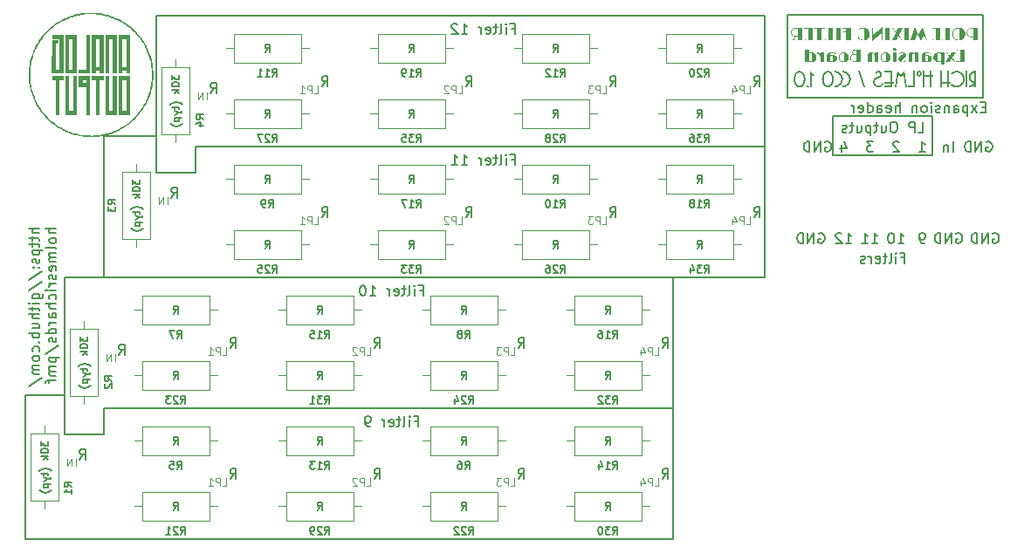
<source format=gbo>
G04 #@! TF.GenerationSoftware,KiCad,Pcbnew,7.0.1-3b83917a11~171~ubuntu22.04.1*
G04 #@! TF.CreationDate,2023-03-12T10:58:09-04:00*
G04 #@! TF.ProjectId,pmf_daughter,706d665f-6461-4756-9768-7465722e6b69,rev?*
G04 #@! TF.SameCoordinates,Original*
G04 #@! TF.FileFunction,Legend,Bot*
G04 #@! TF.FilePolarity,Positive*
%FSLAX46Y46*%
G04 Gerber Fmt 4.6, Leading zero omitted, Abs format (unit mm)*
G04 Created by KiCad (PCBNEW 7.0.1-3b83917a11~171~ubuntu22.04.1) date 2023-03-12 10:58:09*
%MOMM*%
%LPD*%
G01*
G04 APERTURE LIST*
%ADD10C,0.150000*%
%ADD11C,0.100000*%
%ADD12C,0.120000*%
%ADD13C,0.010000*%
G04 APERTURE END LIST*
D10*
X65037500Y-27250000D02*
X59995000Y-27250000D01*
X124130000Y-15545000D02*
X65075000Y-15545000D01*
X56185000Y-52375000D02*
X52375000Y-52375000D01*
X59995000Y-53645000D02*
X59995000Y-56185000D01*
X68885000Y-28245000D02*
X68885000Y-30785000D01*
X56185000Y-56185000D02*
X56185000Y-52375000D01*
X59995000Y-56185000D02*
X56185000Y-56185000D01*
X130734000Y-25324000D02*
X140386000Y-25324000D01*
X140386000Y-29134000D01*
X130734000Y-29134000D01*
X130734000Y-25324000D01*
X65075000Y-30785000D02*
X65075000Y-26975000D01*
X59995000Y-27250000D02*
X59995000Y-40945000D01*
X115240000Y-53645000D02*
X59995000Y-53645000D01*
X126270000Y-15500000D02*
X145270000Y-15500000D01*
X145270000Y-23500000D01*
X126270000Y-23500000D01*
X126270000Y-15500000D01*
X116510000Y-40945000D02*
X56185000Y-40945000D01*
X65075000Y-15545000D02*
X65075000Y-26975000D01*
X59995000Y-40945000D02*
X124130000Y-40945000D01*
X52375000Y-52375000D02*
X52375000Y-66345000D01*
X56185000Y-40945000D02*
X56185000Y-52375000D01*
X115240000Y-66345000D02*
X115240000Y-40945000D01*
X124130000Y-40945000D02*
X124130000Y-15545000D01*
X124130000Y-28245000D02*
X68885000Y-28245000D01*
X52375000Y-66345000D02*
X115240000Y-66345000D01*
X68885000Y-30785000D02*
X65075000Y-30785000D01*
X145592904Y-27805238D02*
X145688142Y-27757619D01*
X145688142Y-27757619D02*
X145830999Y-27757619D01*
X145830999Y-27757619D02*
X145973856Y-27805238D01*
X145973856Y-27805238D02*
X146069094Y-27900476D01*
X146069094Y-27900476D02*
X146116713Y-27995714D01*
X146116713Y-27995714D02*
X146164332Y-28186190D01*
X146164332Y-28186190D02*
X146164332Y-28329047D01*
X146164332Y-28329047D02*
X146116713Y-28519523D01*
X146116713Y-28519523D02*
X146069094Y-28614761D01*
X146069094Y-28614761D02*
X145973856Y-28710000D01*
X145973856Y-28710000D02*
X145830999Y-28757619D01*
X145830999Y-28757619D02*
X145735761Y-28757619D01*
X145735761Y-28757619D02*
X145592904Y-28710000D01*
X145592904Y-28710000D02*
X145545285Y-28662380D01*
X145545285Y-28662380D02*
X145545285Y-28329047D01*
X145545285Y-28329047D02*
X145735761Y-28329047D01*
X145116713Y-28757619D02*
X145116713Y-27757619D01*
X145116713Y-27757619D02*
X144545285Y-28757619D01*
X144545285Y-28757619D02*
X144545285Y-27757619D01*
X144069094Y-28757619D02*
X144069094Y-27757619D01*
X144069094Y-27757619D02*
X143830999Y-27757619D01*
X143830999Y-27757619D02*
X143688142Y-27805238D01*
X143688142Y-27805238D02*
X143592904Y-27900476D01*
X143592904Y-27900476D02*
X143545285Y-27995714D01*
X143545285Y-27995714D02*
X143497666Y-28186190D01*
X143497666Y-28186190D02*
X143497666Y-28329047D01*
X143497666Y-28329047D02*
X143545285Y-28519523D01*
X143545285Y-28519523D02*
X143592904Y-28614761D01*
X143592904Y-28614761D02*
X143688142Y-28710000D01*
X143688142Y-28710000D02*
X143830999Y-28757619D01*
X143830999Y-28757619D02*
X144069094Y-28757619D01*
D11*
X122324285Y-35773214D02*
X122681428Y-35773214D01*
X122681428Y-35773214D02*
X122681428Y-35023214D01*
X122074285Y-35773214D02*
X122074285Y-35023214D01*
X122074285Y-35023214D02*
X121788571Y-35023214D01*
X121788571Y-35023214D02*
X121717142Y-35058928D01*
X121717142Y-35058928D02*
X121681428Y-35094642D01*
X121681428Y-35094642D02*
X121645714Y-35166071D01*
X121645714Y-35166071D02*
X121645714Y-35273214D01*
X121645714Y-35273214D02*
X121681428Y-35344642D01*
X121681428Y-35344642D02*
X121717142Y-35380357D01*
X121717142Y-35380357D02*
X121788571Y-35416071D01*
X121788571Y-35416071D02*
X122074285Y-35416071D01*
X121002857Y-35273214D02*
X121002857Y-35773214D01*
X121181428Y-34987500D02*
X121359999Y-35523214D01*
X121359999Y-35523214D02*
X120895714Y-35523214D01*
X122324285Y-23073214D02*
X122681428Y-23073214D01*
X122681428Y-23073214D02*
X122681428Y-22323214D01*
X122074285Y-23073214D02*
X122074285Y-22323214D01*
X122074285Y-22323214D02*
X121788571Y-22323214D01*
X121788571Y-22323214D02*
X121717142Y-22358928D01*
X121717142Y-22358928D02*
X121681428Y-22394642D01*
X121681428Y-22394642D02*
X121645714Y-22466071D01*
X121645714Y-22466071D02*
X121645714Y-22573214D01*
X121645714Y-22573214D02*
X121681428Y-22644642D01*
X121681428Y-22644642D02*
X121717142Y-22680357D01*
X121717142Y-22680357D02*
X121788571Y-22716071D01*
X121788571Y-22716071D02*
X122074285Y-22716071D01*
X121002857Y-22573214D02*
X121002857Y-23073214D01*
X121181428Y-22287500D02*
X121359999Y-22823214D01*
X121359999Y-22823214D02*
X120895714Y-22823214D01*
D10*
X100190476Y-47807619D02*
X100523809Y-47331428D01*
X100761904Y-47807619D02*
X100761904Y-46807619D01*
X100761904Y-46807619D02*
X100380952Y-46807619D01*
X100380952Y-46807619D02*
X100285714Y-46855238D01*
X100285714Y-46855238D02*
X100238095Y-46902857D01*
X100238095Y-46902857D02*
X100190476Y-46998095D01*
X100190476Y-46998095D02*
X100190476Y-47140952D01*
X100190476Y-47140952D02*
X100238095Y-47236190D01*
X100238095Y-47236190D02*
X100285714Y-47283809D01*
X100285714Y-47283809D02*
X100380952Y-47331428D01*
X100380952Y-47331428D02*
X100761904Y-47331428D01*
X139560475Y-37647619D02*
X139369999Y-37647619D01*
X139369999Y-37647619D02*
X139274761Y-37600000D01*
X139274761Y-37600000D02*
X139227142Y-37552380D01*
X139227142Y-37552380D02*
X139131904Y-37409523D01*
X139131904Y-37409523D02*
X139084285Y-37219047D01*
X139084285Y-37219047D02*
X139084285Y-36838095D01*
X139084285Y-36838095D02*
X139131904Y-36742857D01*
X139131904Y-36742857D02*
X139179523Y-36695238D01*
X139179523Y-36695238D02*
X139274761Y-36647619D01*
X139274761Y-36647619D02*
X139465237Y-36647619D01*
X139465237Y-36647619D02*
X139560475Y-36695238D01*
X139560475Y-36695238D02*
X139608094Y-36742857D01*
X139608094Y-36742857D02*
X139655713Y-36838095D01*
X139655713Y-36838095D02*
X139655713Y-37076190D01*
X139655713Y-37076190D02*
X139608094Y-37171428D01*
X139608094Y-37171428D02*
X139560475Y-37219047D01*
X139560475Y-37219047D02*
X139465237Y-37266666D01*
X139465237Y-37266666D02*
X139274761Y-37266666D01*
X139274761Y-37266666D02*
X139179523Y-37219047D01*
X139179523Y-37219047D02*
X139131904Y-37171428D01*
X139131904Y-37171428D02*
X139084285Y-37076190D01*
X139084285Y-28757619D02*
X139655713Y-28757619D01*
X139369999Y-28757619D02*
X139369999Y-27757619D01*
X139369999Y-27757619D02*
X139465237Y-27900476D01*
X139465237Y-27900476D02*
X139560475Y-27995714D01*
X139560475Y-27995714D02*
X139655713Y-28043333D01*
X66535476Y-33202619D02*
X66868809Y-32726428D01*
X67106904Y-33202619D02*
X67106904Y-32202619D01*
X67106904Y-32202619D02*
X66725952Y-32202619D01*
X66725952Y-32202619D02*
X66630714Y-32250238D01*
X66630714Y-32250238D02*
X66583095Y-32297857D01*
X66583095Y-32297857D02*
X66535476Y-32393095D01*
X66535476Y-32393095D02*
X66535476Y-32535952D01*
X66535476Y-32535952D02*
X66583095Y-32631190D01*
X66583095Y-32631190D02*
X66630714Y-32678809D01*
X66630714Y-32678809D02*
X66725952Y-32726428D01*
X66725952Y-32726428D02*
X67106904Y-32726428D01*
D11*
X80414285Y-23073214D02*
X80771428Y-23073214D01*
X80771428Y-23073214D02*
X80771428Y-22323214D01*
X80164285Y-23073214D02*
X80164285Y-22323214D01*
X80164285Y-22323214D02*
X79878571Y-22323214D01*
X79878571Y-22323214D02*
X79807142Y-22358928D01*
X79807142Y-22358928D02*
X79771428Y-22394642D01*
X79771428Y-22394642D02*
X79735714Y-22466071D01*
X79735714Y-22466071D02*
X79735714Y-22573214D01*
X79735714Y-22573214D02*
X79771428Y-22644642D01*
X79771428Y-22644642D02*
X79807142Y-22680357D01*
X79807142Y-22680357D02*
X79878571Y-22716071D01*
X79878571Y-22716071D02*
X80164285Y-22716071D01*
X79021428Y-23073214D02*
X79449999Y-23073214D01*
X79235714Y-23073214D02*
X79235714Y-22323214D01*
X79235714Y-22323214D02*
X79307142Y-22430357D01*
X79307142Y-22430357D02*
X79378571Y-22501785D01*
X79378571Y-22501785D02*
X79449999Y-22537500D01*
D10*
X86220476Y-60507619D02*
X86553809Y-60031428D01*
X86791904Y-60507619D02*
X86791904Y-59507619D01*
X86791904Y-59507619D02*
X86410952Y-59507619D01*
X86410952Y-59507619D02*
X86315714Y-59555238D01*
X86315714Y-59555238D02*
X86268095Y-59602857D01*
X86268095Y-59602857D02*
X86220476Y-59698095D01*
X86220476Y-59698095D02*
X86220476Y-59840952D01*
X86220476Y-59840952D02*
X86268095Y-59936190D01*
X86268095Y-59936190D02*
X86315714Y-59983809D01*
X86315714Y-59983809D02*
X86410952Y-60031428D01*
X86410952Y-60031428D02*
X86791904Y-60031428D01*
X129971904Y-27805238D02*
X130067142Y-27757619D01*
X130067142Y-27757619D02*
X130209999Y-27757619D01*
X130209999Y-27757619D02*
X130352856Y-27805238D01*
X130352856Y-27805238D02*
X130448094Y-27900476D01*
X130448094Y-27900476D02*
X130495713Y-27995714D01*
X130495713Y-27995714D02*
X130543332Y-28186190D01*
X130543332Y-28186190D02*
X130543332Y-28329047D01*
X130543332Y-28329047D02*
X130495713Y-28519523D01*
X130495713Y-28519523D02*
X130448094Y-28614761D01*
X130448094Y-28614761D02*
X130352856Y-28710000D01*
X130352856Y-28710000D02*
X130209999Y-28757619D01*
X130209999Y-28757619D02*
X130114761Y-28757619D01*
X130114761Y-28757619D02*
X129971904Y-28710000D01*
X129971904Y-28710000D02*
X129924285Y-28662380D01*
X129924285Y-28662380D02*
X129924285Y-28329047D01*
X129924285Y-28329047D02*
X130114761Y-28329047D01*
X129495713Y-28757619D02*
X129495713Y-27757619D01*
X129495713Y-27757619D02*
X128924285Y-28757619D01*
X128924285Y-28757619D02*
X128924285Y-27757619D01*
X128448094Y-28757619D02*
X128448094Y-27757619D01*
X128448094Y-27757619D02*
X128209999Y-27757619D01*
X128209999Y-27757619D02*
X128067142Y-27805238D01*
X128067142Y-27805238D02*
X127971904Y-27900476D01*
X127971904Y-27900476D02*
X127924285Y-27995714D01*
X127924285Y-27995714D02*
X127876666Y-28186190D01*
X127876666Y-28186190D02*
X127876666Y-28329047D01*
X127876666Y-28329047D02*
X127924285Y-28519523D01*
X127924285Y-28519523D02*
X127971904Y-28614761D01*
X127971904Y-28614761D02*
X128067142Y-28710000D01*
X128067142Y-28710000D02*
X128209999Y-28757619D01*
X128209999Y-28757619D02*
X128448094Y-28757619D01*
D11*
X94384285Y-23073214D02*
X94741428Y-23073214D01*
X94741428Y-23073214D02*
X94741428Y-22323214D01*
X94134285Y-23073214D02*
X94134285Y-22323214D01*
X94134285Y-22323214D02*
X93848571Y-22323214D01*
X93848571Y-22323214D02*
X93777142Y-22358928D01*
X93777142Y-22358928D02*
X93741428Y-22394642D01*
X93741428Y-22394642D02*
X93705714Y-22466071D01*
X93705714Y-22466071D02*
X93705714Y-22573214D01*
X93705714Y-22573214D02*
X93741428Y-22644642D01*
X93741428Y-22644642D02*
X93777142Y-22680357D01*
X93777142Y-22680357D02*
X93848571Y-22716071D01*
X93848571Y-22716071D02*
X94134285Y-22716071D01*
X93419999Y-22394642D02*
X93384285Y-22358928D01*
X93384285Y-22358928D02*
X93312857Y-22323214D01*
X93312857Y-22323214D02*
X93134285Y-22323214D01*
X93134285Y-22323214D02*
X93062857Y-22358928D01*
X93062857Y-22358928D02*
X93027142Y-22394642D01*
X93027142Y-22394642D02*
X92991428Y-22466071D01*
X92991428Y-22466071D02*
X92991428Y-22537500D01*
X92991428Y-22537500D02*
X93027142Y-22644642D01*
X93027142Y-22644642D02*
X93455714Y-23073214D01*
X93455714Y-23073214D02*
X92991428Y-23073214D01*
D10*
X99539286Y-16803809D02*
X99872619Y-16803809D01*
X99872619Y-17327619D02*
X99872619Y-16327619D01*
X99872619Y-16327619D02*
X99396429Y-16327619D01*
X99015476Y-17327619D02*
X99015476Y-16660952D01*
X99015476Y-16327619D02*
X99063095Y-16375238D01*
X99063095Y-16375238D02*
X99015476Y-16422857D01*
X99015476Y-16422857D02*
X98967857Y-16375238D01*
X98967857Y-16375238D02*
X99015476Y-16327619D01*
X99015476Y-16327619D02*
X99015476Y-16422857D01*
X98396429Y-17327619D02*
X98491667Y-17280000D01*
X98491667Y-17280000D02*
X98539286Y-17184761D01*
X98539286Y-17184761D02*
X98539286Y-16327619D01*
X98158333Y-16660952D02*
X97777381Y-16660952D01*
X98015476Y-16327619D02*
X98015476Y-17184761D01*
X98015476Y-17184761D02*
X97967857Y-17280000D01*
X97967857Y-17280000D02*
X97872619Y-17327619D01*
X97872619Y-17327619D02*
X97777381Y-17327619D01*
X97063095Y-17280000D02*
X97158333Y-17327619D01*
X97158333Y-17327619D02*
X97348809Y-17327619D01*
X97348809Y-17327619D02*
X97444047Y-17280000D01*
X97444047Y-17280000D02*
X97491666Y-17184761D01*
X97491666Y-17184761D02*
X97491666Y-16803809D01*
X97491666Y-16803809D02*
X97444047Y-16708571D01*
X97444047Y-16708571D02*
X97348809Y-16660952D01*
X97348809Y-16660952D02*
X97158333Y-16660952D01*
X97158333Y-16660952D02*
X97063095Y-16708571D01*
X97063095Y-16708571D02*
X97015476Y-16803809D01*
X97015476Y-16803809D02*
X97015476Y-16899047D01*
X97015476Y-16899047D02*
X97491666Y-16994285D01*
X96586904Y-17327619D02*
X96586904Y-16660952D01*
X96586904Y-16851428D02*
X96539285Y-16756190D01*
X96539285Y-16756190D02*
X96491666Y-16708571D01*
X96491666Y-16708571D02*
X96396428Y-16660952D01*
X96396428Y-16660952D02*
X96301190Y-16660952D01*
X94682142Y-17327619D02*
X95253570Y-17327619D01*
X94967856Y-17327619D02*
X94967856Y-16327619D01*
X94967856Y-16327619D02*
X95063094Y-16470476D01*
X95063094Y-16470476D02*
X95158332Y-16565714D01*
X95158332Y-16565714D02*
X95253570Y-16613333D01*
X94301189Y-16422857D02*
X94253570Y-16375238D01*
X94253570Y-16375238D02*
X94158332Y-16327619D01*
X94158332Y-16327619D02*
X93920237Y-16327619D01*
X93920237Y-16327619D02*
X93824999Y-16375238D01*
X93824999Y-16375238D02*
X93777380Y-16422857D01*
X93777380Y-16422857D02*
X93729761Y-16518095D01*
X93729761Y-16518095D02*
X93729761Y-16613333D01*
X93729761Y-16613333D02*
X93777380Y-16756190D01*
X93777380Y-16756190D02*
X94348808Y-17327619D01*
X94348808Y-17327619D02*
X93729761Y-17327619D01*
X72250476Y-47807619D02*
X72583809Y-47331428D01*
X72821904Y-47807619D02*
X72821904Y-46807619D01*
X72821904Y-46807619D02*
X72440952Y-46807619D01*
X72440952Y-46807619D02*
X72345714Y-46855238D01*
X72345714Y-46855238D02*
X72298095Y-46902857D01*
X72298095Y-46902857D02*
X72250476Y-46998095D01*
X72250476Y-46998095D02*
X72250476Y-47140952D01*
X72250476Y-47140952D02*
X72298095Y-47236190D01*
X72298095Y-47236190D02*
X72345714Y-47283809D01*
X72345714Y-47283809D02*
X72440952Y-47331428D01*
X72440952Y-47331428D02*
X72821904Y-47331428D01*
X81140476Y-22407619D02*
X81473809Y-21931428D01*
X81711904Y-22407619D02*
X81711904Y-21407619D01*
X81711904Y-21407619D02*
X81330952Y-21407619D01*
X81330952Y-21407619D02*
X81235714Y-21455238D01*
X81235714Y-21455238D02*
X81188095Y-21502857D01*
X81188095Y-21502857D02*
X81140476Y-21598095D01*
X81140476Y-21598095D02*
X81140476Y-21740952D01*
X81140476Y-21740952D02*
X81188095Y-21836190D01*
X81188095Y-21836190D02*
X81235714Y-21883809D01*
X81235714Y-21883809D02*
X81330952Y-21931428D01*
X81330952Y-21931428D02*
X81711904Y-21931428D01*
X123050476Y-35107619D02*
X123383809Y-34631428D01*
X123621904Y-35107619D02*
X123621904Y-34107619D01*
X123621904Y-34107619D02*
X123240952Y-34107619D01*
X123240952Y-34107619D02*
X123145714Y-34155238D01*
X123145714Y-34155238D02*
X123098095Y-34202857D01*
X123098095Y-34202857D02*
X123050476Y-34298095D01*
X123050476Y-34298095D02*
X123050476Y-34440952D01*
X123050476Y-34440952D02*
X123098095Y-34536190D01*
X123098095Y-34536190D02*
X123145714Y-34583809D01*
X123145714Y-34583809D02*
X123240952Y-34631428D01*
X123240952Y-34631428D02*
X123621904Y-34631428D01*
D11*
X61086428Y-49108214D02*
X61086428Y-48358214D01*
X60729285Y-49108214D02*
X60729285Y-48358214D01*
X60729285Y-48358214D02*
X60300714Y-49108214D01*
X60300714Y-49108214D02*
X60300714Y-48358214D01*
X85494285Y-61173214D02*
X85851428Y-61173214D01*
X85851428Y-61173214D02*
X85851428Y-60423214D01*
X85244285Y-61173214D02*
X85244285Y-60423214D01*
X85244285Y-60423214D02*
X84958571Y-60423214D01*
X84958571Y-60423214D02*
X84887142Y-60458928D01*
X84887142Y-60458928D02*
X84851428Y-60494642D01*
X84851428Y-60494642D02*
X84815714Y-60566071D01*
X84815714Y-60566071D02*
X84815714Y-60673214D01*
X84815714Y-60673214D02*
X84851428Y-60744642D01*
X84851428Y-60744642D02*
X84887142Y-60780357D01*
X84887142Y-60780357D02*
X84958571Y-60816071D01*
X84958571Y-60816071D02*
X85244285Y-60816071D01*
X84529999Y-60494642D02*
X84494285Y-60458928D01*
X84494285Y-60458928D02*
X84422857Y-60423214D01*
X84422857Y-60423214D02*
X84244285Y-60423214D01*
X84244285Y-60423214D02*
X84172857Y-60458928D01*
X84172857Y-60458928D02*
X84137142Y-60494642D01*
X84137142Y-60494642D02*
X84101428Y-60566071D01*
X84101428Y-60566071D02*
X84101428Y-60637500D01*
X84101428Y-60637500D02*
X84137142Y-60744642D01*
X84137142Y-60744642D02*
X84565714Y-61173214D01*
X84565714Y-61173214D02*
X84101428Y-61173214D01*
X57276428Y-59268214D02*
X57276428Y-58518214D01*
X56919285Y-59268214D02*
X56919285Y-58518214D01*
X56919285Y-58518214D02*
X56490714Y-59268214D01*
X56490714Y-59268214D02*
X56490714Y-58518214D01*
X108354285Y-23073214D02*
X108711428Y-23073214D01*
X108711428Y-23073214D02*
X108711428Y-22323214D01*
X108104285Y-23073214D02*
X108104285Y-22323214D01*
X108104285Y-22323214D02*
X107818571Y-22323214D01*
X107818571Y-22323214D02*
X107747142Y-22358928D01*
X107747142Y-22358928D02*
X107711428Y-22394642D01*
X107711428Y-22394642D02*
X107675714Y-22466071D01*
X107675714Y-22466071D02*
X107675714Y-22573214D01*
X107675714Y-22573214D02*
X107711428Y-22644642D01*
X107711428Y-22644642D02*
X107747142Y-22680357D01*
X107747142Y-22680357D02*
X107818571Y-22716071D01*
X107818571Y-22716071D02*
X108104285Y-22716071D01*
X107425714Y-22323214D02*
X106961428Y-22323214D01*
X106961428Y-22323214D02*
X107211428Y-22608928D01*
X107211428Y-22608928D02*
X107104285Y-22608928D01*
X107104285Y-22608928D02*
X107032857Y-22644642D01*
X107032857Y-22644642D02*
X106997142Y-22680357D01*
X106997142Y-22680357D02*
X106961428Y-22751785D01*
X106961428Y-22751785D02*
X106961428Y-22930357D01*
X106961428Y-22930357D02*
X106997142Y-23001785D01*
X106997142Y-23001785D02*
X107032857Y-23037500D01*
X107032857Y-23037500D02*
X107104285Y-23073214D01*
X107104285Y-23073214D02*
X107318571Y-23073214D01*
X107318571Y-23073214D02*
X107389999Y-23037500D01*
X107389999Y-23037500D02*
X107425714Y-23001785D01*
D10*
G36*
X144630152Y-22495000D02*
G01*
X144456862Y-22495000D01*
X144456862Y-22230484D01*
X144443007Y-22245624D01*
X144428829Y-22260360D01*
X144414328Y-22274693D01*
X144399503Y-22288622D01*
X144384355Y-22302147D01*
X144368883Y-22315269D01*
X144353088Y-22327987D01*
X144336969Y-22340302D01*
X144320527Y-22352213D01*
X144303762Y-22363721D01*
X144286673Y-22374825D01*
X144269261Y-22385525D01*
X144251525Y-22395822D01*
X144233466Y-22405715D01*
X144215083Y-22415205D01*
X144196377Y-22424291D01*
X144177432Y-22432854D01*
X144158332Y-22440863D01*
X144139078Y-22448321D01*
X144119669Y-22455226D01*
X144100106Y-22461579D01*
X144080388Y-22467379D01*
X144060516Y-22472627D01*
X144040489Y-22477322D01*
X144020307Y-22481465D01*
X143999971Y-22485056D01*
X143979481Y-22488094D01*
X143958836Y-22490580D01*
X143938036Y-22492514D01*
X143917081Y-22493895D01*
X143895973Y-22494723D01*
X143874709Y-22495000D01*
X143874709Y-22330868D01*
X143892037Y-22330629D01*
X143909216Y-22329912D01*
X143926246Y-22328717D01*
X143943128Y-22327044D01*
X143959860Y-22324893D01*
X143976444Y-22322264D01*
X143992879Y-22319158D01*
X144009165Y-22315573D01*
X144025302Y-22311510D01*
X144041290Y-22306969D01*
X144057130Y-22301950D01*
X144072821Y-22296453D01*
X144088362Y-22290478D01*
X144103755Y-22284025D01*
X144119000Y-22277094D01*
X144134095Y-22269685D01*
X144148977Y-22261806D01*
X144163582Y-22253554D01*
X144177908Y-22244930D01*
X144191958Y-22235934D01*
X144205729Y-22226566D01*
X144219223Y-22216826D01*
X144232439Y-22206714D01*
X144245378Y-22196229D01*
X144258039Y-22185373D01*
X144270423Y-22174145D01*
X144282528Y-22162544D01*
X144294356Y-22150571D01*
X144305907Y-22138227D01*
X144317180Y-22125510D01*
X144328175Y-22112421D01*
X144338893Y-22098960D01*
X144327082Y-22095413D01*
X144309553Y-22089675D01*
X144292250Y-22083435D01*
X144275172Y-22076692D01*
X144258320Y-22069447D01*
X144241693Y-22061700D01*
X144225291Y-22053450D01*
X144209115Y-22044698D01*
X144193164Y-22035444D01*
X144177439Y-22025688D01*
X144161939Y-22015429D01*
X144151722Y-22008335D01*
X144136724Y-21997366D01*
X144122119Y-21986005D01*
X144107907Y-21974251D01*
X144094088Y-21962104D01*
X144080662Y-21949564D01*
X144067629Y-21936632D01*
X144054988Y-21923306D01*
X144042740Y-21909588D01*
X144030885Y-21895477D01*
X144019423Y-21880973D01*
X144011971Y-21871111D01*
X144001185Y-21856088D01*
X143990869Y-21840787D01*
X143981024Y-21825210D01*
X143971648Y-21809356D01*
X143962743Y-21793225D01*
X143954307Y-21776817D01*
X143946342Y-21760132D01*
X143938847Y-21743170D01*
X143931822Y-21725931D01*
X143925267Y-21708415D01*
X143921186Y-21696607D01*
X143915557Y-21678750D01*
X143910521Y-21660719D01*
X143906078Y-21642515D01*
X143902226Y-21624136D01*
X143898968Y-21605583D01*
X143896302Y-21586857D01*
X143894228Y-21567957D01*
X143892747Y-21548882D01*
X143891858Y-21529634D01*
X143891618Y-21513876D01*
X144066684Y-21513876D01*
X144066804Y-21524107D01*
X144067435Y-21539352D01*
X144068607Y-21554474D01*
X144070320Y-21569474D01*
X144072574Y-21584351D01*
X144075369Y-21599106D01*
X144078705Y-21613739D01*
X144082582Y-21628249D01*
X144087000Y-21642637D01*
X144091959Y-21656903D01*
X144097459Y-21671046D01*
X144101347Y-21680328D01*
X144107507Y-21694026D01*
X144114059Y-21707454D01*
X144121005Y-21720611D01*
X144128343Y-21733497D01*
X144136075Y-21746113D01*
X144144199Y-21758458D01*
X144152716Y-21770533D01*
X144161625Y-21782338D01*
X144170928Y-21793872D01*
X144180623Y-21805136D01*
X144187288Y-21812423D01*
X144197548Y-21823032D01*
X144208123Y-21833254D01*
X144219015Y-21843090D01*
X144230221Y-21852540D01*
X144241743Y-21861603D01*
X144253581Y-21870280D01*
X144265735Y-21878570D01*
X144278204Y-21886474D01*
X144290988Y-21893992D01*
X144304088Y-21901123D01*
X144312928Y-21905592D01*
X144326365Y-21911883D01*
X144340015Y-21917678D01*
X144353877Y-21922977D01*
X144367951Y-21927780D01*
X144382238Y-21932088D01*
X144396738Y-21935899D01*
X144411450Y-21939215D01*
X144426375Y-21942034D01*
X144441512Y-21944358D01*
X144456862Y-21946186D01*
X144456862Y-21083398D01*
X144446601Y-21084563D01*
X144431370Y-21086729D01*
X144416333Y-21089397D01*
X144401489Y-21092568D01*
X144386838Y-21096241D01*
X144372380Y-21100416D01*
X144358115Y-21105094D01*
X144344044Y-21110274D01*
X144330166Y-21115956D01*
X144316481Y-21122140D01*
X144302989Y-21128827D01*
X144289692Y-21135886D01*
X144276731Y-21143326D01*
X144264104Y-21151145D01*
X144251812Y-21159344D01*
X144239856Y-21167923D01*
X144228233Y-21176882D01*
X144213258Y-21189419D01*
X144198879Y-21202631D01*
X144188484Y-21212983D01*
X144178425Y-21223715D01*
X144175151Y-21227350D01*
X144162511Y-21242225D01*
X144150604Y-21257638D01*
X144139430Y-21273589D01*
X144128989Y-21290079D01*
X144121639Y-21302799D01*
X144114701Y-21315821D01*
X144108175Y-21329147D01*
X144102061Y-21342775D01*
X144096359Y-21356706D01*
X144092766Y-21366078D01*
X144087810Y-21380249D01*
X144083376Y-21394556D01*
X144079464Y-21408997D01*
X144076073Y-21423574D01*
X144073204Y-21438287D01*
X144070857Y-21453134D01*
X144069031Y-21468117D01*
X144067727Y-21483234D01*
X144066945Y-21498488D01*
X144066684Y-21513876D01*
X143891618Y-21513876D01*
X143891562Y-21510212D01*
X143891752Y-21494650D01*
X143892323Y-21479197D01*
X143893275Y-21463853D01*
X143894607Y-21448617D01*
X143896320Y-21433491D01*
X143898414Y-21418472D01*
X143900888Y-21403563D01*
X143903743Y-21388763D01*
X143906979Y-21374071D01*
X143910596Y-21359488D01*
X143914593Y-21345014D01*
X143918970Y-21330648D01*
X143923729Y-21316391D01*
X143928868Y-21302243D01*
X143934388Y-21288204D01*
X143940288Y-21274274D01*
X143946475Y-21260509D01*
X143952945Y-21246968D01*
X143959698Y-21233650D01*
X143966735Y-21220556D01*
X143974055Y-21207684D01*
X143981659Y-21195036D01*
X143989546Y-21182611D01*
X143997716Y-21170409D01*
X144006169Y-21158431D01*
X144019381Y-21140882D01*
X144033230Y-21123835D01*
X144042817Y-21112750D01*
X144052688Y-21101888D01*
X144062841Y-21091249D01*
X144073279Y-21080833D01*
X144083916Y-21070617D01*
X144094762Y-21060666D01*
X144105818Y-21050982D01*
X144117082Y-21041564D01*
X144128555Y-21032412D01*
X144140237Y-21023526D01*
X144152128Y-21014906D01*
X144164228Y-21006553D01*
X144176537Y-20998466D01*
X144189055Y-20990645D01*
X144201782Y-20983090D01*
X144214718Y-20975801D01*
X144227863Y-20968779D01*
X144241216Y-20962023D01*
X144254779Y-20955533D01*
X144268551Y-20949309D01*
X144282427Y-20943408D01*
X144296394Y-20937888D01*
X144310454Y-20932749D01*
X144324604Y-20927991D01*
X144338847Y-20923613D01*
X144353181Y-20919616D01*
X144367606Y-20916000D01*
X144382124Y-20912764D01*
X144396732Y-20909909D01*
X144411433Y-20907434D01*
X144426225Y-20905341D01*
X144441108Y-20903628D01*
X144456083Y-20902295D01*
X144471150Y-20901344D01*
X144486308Y-20900773D01*
X144501558Y-20900582D01*
X144630152Y-20900582D01*
X144630152Y-22495000D01*
G37*
G36*
X143778722Y-22495000D02*
G01*
X143778722Y-20900582D01*
X143605431Y-20900582D01*
X143605431Y-22495000D01*
X143778722Y-22495000D01*
G37*
G36*
X142134479Y-22255031D02*
G01*
X142148857Y-22269555D01*
X142163507Y-22283636D01*
X142178430Y-22297273D01*
X142193624Y-22310466D01*
X142209090Y-22323216D01*
X142224828Y-22335522D01*
X142240838Y-22347385D01*
X142257119Y-22358804D01*
X142273673Y-22369779D01*
X142290498Y-22380310D01*
X142307596Y-22390398D01*
X142324965Y-22400042D01*
X142342607Y-22409243D01*
X142360520Y-22418000D01*
X142378705Y-22426313D01*
X142397162Y-22434183D01*
X142415817Y-22441548D01*
X142434594Y-22448437D01*
X142453495Y-22454851D01*
X142472519Y-22460790D01*
X142491665Y-22466254D01*
X142510935Y-22471243D01*
X142530328Y-22475757D01*
X142549844Y-22479795D01*
X142569483Y-22483359D01*
X142589246Y-22486447D01*
X142609131Y-22489060D01*
X142629139Y-22491198D01*
X142649271Y-22492861D01*
X142669525Y-22494049D01*
X142689903Y-22494762D01*
X142710403Y-22495000D01*
X142730933Y-22494752D01*
X142751305Y-22494009D01*
X142771519Y-22492771D01*
X142791576Y-22491038D01*
X142811476Y-22488810D01*
X142831218Y-22486087D01*
X142850803Y-22482868D01*
X142870230Y-22479154D01*
X142889500Y-22474945D01*
X142908612Y-22470241D01*
X142927567Y-22465042D01*
X142946365Y-22459348D01*
X142965005Y-22453158D01*
X142983488Y-22446473D01*
X143001813Y-22439294D01*
X143019981Y-22431618D01*
X143037882Y-22423477D01*
X143055496Y-22414989D01*
X143072824Y-22406155D01*
X143089865Y-22396974D01*
X143106621Y-22387447D01*
X143123090Y-22377574D01*
X143139273Y-22367354D01*
X143155170Y-22356789D01*
X143170780Y-22345876D01*
X143186105Y-22334618D01*
X143201143Y-22323013D01*
X143215895Y-22311062D01*
X143230360Y-22298764D01*
X143244540Y-22286120D01*
X143258433Y-22273130D01*
X143272040Y-22259794D01*
X143285286Y-22246095D01*
X143298189Y-22232110D01*
X143310749Y-22217839D01*
X143322965Y-22203282D01*
X143334837Y-22188438D01*
X143346366Y-22173309D01*
X143357552Y-22157893D01*
X143368394Y-22142191D01*
X143378892Y-22126202D01*
X143389047Y-22109928D01*
X143398859Y-22093367D01*
X143408327Y-22076520D01*
X143417452Y-22059387D01*
X143426233Y-22041967D01*
X143434671Y-22024261D01*
X143442766Y-22006270D01*
X143450441Y-21988063D01*
X143457621Y-21969713D01*
X143464305Y-21951220D01*
X143470495Y-21932585D01*
X143476189Y-21913806D01*
X143481388Y-21894883D01*
X143486092Y-21875818D01*
X143490301Y-21856610D01*
X143494015Y-21837258D01*
X143497234Y-21817764D01*
X143499957Y-21798126D01*
X143502185Y-21778345D01*
X143503918Y-21758421D01*
X143505156Y-21738354D01*
X143505899Y-21718144D01*
X143506147Y-21697791D01*
X143505899Y-21677438D01*
X143505156Y-21657227D01*
X143503918Y-21637160D01*
X143502185Y-21617237D01*
X143499957Y-21597456D01*
X143497234Y-21577818D01*
X143494015Y-21558323D01*
X143490301Y-21538972D01*
X143486092Y-21519764D01*
X143481388Y-21500698D01*
X143476189Y-21481776D01*
X143470495Y-21462997D01*
X143464305Y-21444361D01*
X143457621Y-21425868D01*
X143450441Y-21407519D01*
X143442766Y-21389312D01*
X143434667Y-21371322D01*
X143426216Y-21353620D01*
X143417414Y-21336208D01*
X143408259Y-21319085D01*
X143398752Y-21302251D01*
X143388893Y-21285705D01*
X143378682Y-21269449D01*
X143368119Y-21253483D01*
X143357204Y-21237805D01*
X143345937Y-21222416D01*
X143334318Y-21207316D01*
X143322346Y-21192506D01*
X143310023Y-21177984D01*
X143297348Y-21163752D01*
X143284320Y-21149809D01*
X143270941Y-21136154D01*
X143257201Y-21122775D01*
X143243183Y-21109748D01*
X143228888Y-21097072D01*
X143214315Y-21084749D01*
X143199464Y-21072778D01*
X143184336Y-21061159D01*
X143168930Y-21049891D01*
X143153246Y-21038976D01*
X143137285Y-21028413D01*
X143121046Y-21018202D01*
X143104530Y-21008343D01*
X143087736Y-20998837D01*
X143070664Y-20989682D01*
X143053315Y-20980879D01*
X143035688Y-20972428D01*
X143017783Y-20964330D01*
X142999624Y-20956610D01*
X142981324Y-20949389D01*
X142962884Y-20942665D01*
X142944304Y-20936440D01*
X142925584Y-20930713D01*
X142906723Y-20925484D01*
X142887722Y-20920752D01*
X142868581Y-20916519D01*
X142849300Y-20912784D01*
X142829878Y-20909547D01*
X142810316Y-20906808D01*
X142790614Y-20904566D01*
X142770772Y-20902823D01*
X142750789Y-20901578D01*
X142730667Y-20900831D01*
X142710403Y-20900582D01*
X142689903Y-20900821D01*
X142669525Y-20901538D01*
X142649271Y-20902733D01*
X142629139Y-20904406D01*
X142609131Y-20906557D01*
X142589246Y-20909186D01*
X142569483Y-20912293D01*
X142549844Y-20915878D01*
X142530328Y-20919941D01*
X142510935Y-20924482D01*
X142491665Y-20929501D01*
X142472519Y-20934998D01*
X142453495Y-20940972D01*
X142434594Y-20947425D01*
X142415817Y-20954356D01*
X142397162Y-20961765D01*
X142378705Y-20969592D01*
X142360520Y-20977868D01*
X142342607Y-20986593D01*
X142324965Y-20995768D01*
X142307596Y-21005392D01*
X142290498Y-21015466D01*
X142273673Y-21025989D01*
X142257119Y-21036961D01*
X142240838Y-21048383D01*
X142224828Y-21060254D01*
X142209090Y-21072574D01*
X142193624Y-21085344D01*
X142178430Y-21098563D01*
X142163507Y-21112232D01*
X142148857Y-21126350D01*
X142134479Y-21140917D01*
X142260874Y-21258886D01*
X142272064Y-21247203D01*
X142283469Y-21235874D01*
X142295088Y-21224900D01*
X142306922Y-21214282D01*
X142318970Y-21204018D01*
X142331234Y-21194109D01*
X142343711Y-21184555D01*
X142356404Y-21175355D01*
X142369311Y-21166511D01*
X142382433Y-21158022D01*
X142395770Y-21149887D01*
X142409321Y-21142108D01*
X142423087Y-21134683D01*
X142437067Y-21127614D01*
X142451262Y-21120899D01*
X142465672Y-21114539D01*
X142480238Y-21108505D01*
X142494901Y-21102861D01*
X142509662Y-21097606D01*
X142524519Y-21092740D01*
X142539474Y-21088264D01*
X142554527Y-21084176D01*
X142569677Y-21080478D01*
X142584924Y-21077170D01*
X142600268Y-21074250D01*
X142615710Y-21071720D01*
X142631249Y-21069579D01*
X142646885Y-21067827D01*
X142662619Y-21066465D01*
X142678450Y-21065492D01*
X142694378Y-21064908D01*
X142710403Y-21064713D01*
X142726194Y-21064907D01*
X142741876Y-21065486D01*
X142757450Y-21066452D01*
X142772914Y-21067805D01*
X142788270Y-21069543D01*
X142803517Y-21071669D01*
X142818656Y-21074180D01*
X142833685Y-21077078D01*
X142848606Y-21080363D01*
X142863418Y-21084033D01*
X142878121Y-21088091D01*
X142892715Y-21092534D01*
X142907201Y-21097364D01*
X142921578Y-21102581D01*
X142935846Y-21108183D01*
X142950006Y-21114173D01*
X142964001Y-21120500D01*
X142977775Y-21127116D01*
X142991329Y-21134021D01*
X143004663Y-21141215D01*
X143017776Y-21148698D01*
X143030669Y-21156470D01*
X143043341Y-21164532D01*
X143055793Y-21172882D01*
X143068025Y-21181522D01*
X143080036Y-21190451D01*
X143091827Y-21199669D01*
X143103398Y-21209175D01*
X143114748Y-21218971D01*
X143125878Y-21229056D01*
X143136787Y-21239431D01*
X143147476Y-21250094D01*
X143157874Y-21260969D01*
X143168004Y-21272070D01*
X143177864Y-21283397D01*
X143187456Y-21294950D01*
X143196778Y-21306730D01*
X143205831Y-21318735D01*
X143214615Y-21330967D01*
X143223130Y-21343425D01*
X143231376Y-21356109D01*
X143239353Y-21369019D01*
X143247061Y-21382155D01*
X143254500Y-21395517D01*
X143261670Y-21409106D01*
X143268571Y-21422920D01*
X143275203Y-21436961D01*
X143281565Y-21451228D01*
X143287555Y-21465672D01*
X143293157Y-21480245D01*
X143298374Y-21494947D01*
X143303204Y-21509777D01*
X143307647Y-21524737D01*
X143311705Y-21539825D01*
X143315375Y-21555042D01*
X143318660Y-21570388D01*
X143321558Y-21585862D01*
X143324069Y-21601466D01*
X143326195Y-21617198D01*
X143327933Y-21633059D01*
X143329286Y-21649049D01*
X143330252Y-21665167D01*
X143330831Y-21681415D01*
X143331025Y-21697791D01*
X143330831Y-21713902D01*
X143330252Y-21729905D01*
X143329286Y-21745799D01*
X143327933Y-21761584D01*
X143326195Y-21777260D01*
X143324069Y-21792828D01*
X143321558Y-21808287D01*
X143318660Y-21823637D01*
X143315375Y-21838878D01*
X143311705Y-21854011D01*
X143307647Y-21869035D01*
X143303204Y-21883950D01*
X143298374Y-21898756D01*
X143293157Y-21913453D01*
X143287555Y-21928042D01*
X143281565Y-21942522D01*
X143275203Y-21956789D01*
X143268571Y-21970830D01*
X143261670Y-21984644D01*
X143254500Y-21998232D01*
X143247061Y-22011595D01*
X143239353Y-22024731D01*
X143231376Y-22037641D01*
X143223130Y-22050325D01*
X143214615Y-22062783D01*
X143205831Y-22075014D01*
X143196778Y-22087020D01*
X143187456Y-22098799D01*
X143177864Y-22110353D01*
X143168004Y-22121680D01*
X143157874Y-22132781D01*
X143147476Y-22143656D01*
X143136787Y-22154279D01*
X143125878Y-22164625D01*
X143114748Y-22174693D01*
X143103398Y-22184483D01*
X143091827Y-22193995D01*
X143080036Y-22203230D01*
X143068025Y-22212188D01*
X143055793Y-22220867D01*
X143043341Y-22229269D01*
X143030669Y-22237394D01*
X143017776Y-22245241D01*
X143004663Y-22252810D01*
X142991329Y-22260101D01*
X142977775Y-22267115D01*
X142964001Y-22273851D01*
X142950006Y-22280310D01*
X142935846Y-22286432D01*
X142921578Y-22292160D01*
X142907201Y-22297492D01*
X142892715Y-22302429D01*
X142878121Y-22306972D01*
X142863418Y-22311119D01*
X142848606Y-22314871D01*
X142833685Y-22318229D01*
X142818656Y-22321191D01*
X142803517Y-22323759D01*
X142788270Y-22325931D01*
X142772914Y-22327708D01*
X142757450Y-22329091D01*
X142741876Y-22330078D01*
X142726194Y-22330671D01*
X142710403Y-22330868D01*
X142694378Y-22330671D01*
X142678450Y-22330078D01*
X142662619Y-22329091D01*
X142646885Y-22327708D01*
X142631249Y-22325931D01*
X142615710Y-22323759D01*
X142600268Y-22321191D01*
X142584924Y-22318229D01*
X142569677Y-22314871D01*
X142554527Y-22311119D01*
X142539474Y-22306972D01*
X142524519Y-22302429D01*
X142509662Y-22297492D01*
X142494901Y-22292160D01*
X142480238Y-22286432D01*
X142465672Y-22280310D01*
X142451262Y-22273816D01*
X142437067Y-22266972D01*
X142423087Y-22259779D01*
X142409321Y-22252237D01*
X142395770Y-22244346D01*
X142382433Y-22236106D01*
X142369311Y-22227516D01*
X142356404Y-22218578D01*
X142343711Y-22209290D01*
X142331234Y-22199653D01*
X142318970Y-22189666D01*
X142306922Y-22179331D01*
X142295088Y-22168646D01*
X142283469Y-22157612D01*
X142272064Y-22146229D01*
X142260874Y-22134497D01*
X142134479Y-22255031D01*
G37*
G36*
X141321517Y-22495000D02*
G01*
X141321517Y-22119842D01*
X141834060Y-22119842D01*
X141834060Y-22495000D01*
X142009182Y-22495000D01*
X142009182Y-22119842D01*
X142121290Y-22119842D01*
X142121290Y-21955711D01*
X142009182Y-21955711D01*
X142009182Y-20900582D01*
X141834060Y-20900582D01*
X141834060Y-21955711D01*
X141321517Y-21955711D01*
X141321517Y-20900582D01*
X141146394Y-20900582D01*
X141146394Y-22495000D01*
X141321517Y-22495000D01*
G37*
G36*
X139621586Y-22495000D02*
G01*
X139621586Y-21439870D01*
X140134130Y-21439870D01*
X140134130Y-22495000D01*
X140309252Y-22495000D01*
X140309252Y-21439870D01*
X140421359Y-21439870D01*
X140421359Y-21275739D01*
X140309252Y-21275739D01*
X140309252Y-20900582D01*
X140134130Y-20900582D01*
X140134130Y-21275739D01*
X139621586Y-21275739D01*
X139621586Y-20900582D01*
X139446464Y-20900582D01*
X139446464Y-22495000D01*
X139621586Y-22495000D01*
G37*
G36*
X139086215Y-20900668D02*
G01*
X139103147Y-20901634D01*
X139119810Y-20903673D01*
X139136206Y-20906786D01*
X139152332Y-20910972D01*
X139168191Y-20916231D01*
X139183781Y-20922564D01*
X139189915Y-20925369D01*
X139204823Y-20932882D01*
X139219124Y-20941111D01*
X139232816Y-20950056D01*
X139245900Y-20959716D01*
X139258375Y-20970091D01*
X139270243Y-20981182D01*
X139274811Y-20985811D01*
X139285730Y-20997807D01*
X139295934Y-21010411D01*
X139305423Y-21023624D01*
X139314195Y-21037445D01*
X139322252Y-21051874D01*
X139329594Y-21066912D01*
X139332256Y-21073068D01*
X139338159Y-21088635D01*
X139342989Y-21104452D01*
X139346746Y-21120520D01*
X139349429Y-21136838D01*
X139351039Y-21153407D01*
X139351576Y-21170226D01*
X139351490Y-21176984D01*
X139350524Y-21193703D01*
X139348485Y-21210171D01*
X139345372Y-21226390D01*
X139341186Y-21242357D01*
X139335927Y-21258074D01*
X139329594Y-21273541D01*
X139326743Y-21279629D01*
X139319115Y-21294423D01*
X139310772Y-21308609D01*
X139301713Y-21322187D01*
X139291939Y-21335156D01*
X139281449Y-21347517D01*
X139270243Y-21359270D01*
X139265569Y-21363793D01*
X139253458Y-21374597D01*
X139240739Y-21384687D01*
X139227412Y-21394061D01*
X139213477Y-21402719D01*
X139198933Y-21410661D01*
X139183781Y-21417889D01*
X139177577Y-21420550D01*
X139161880Y-21426454D01*
X139145914Y-21431284D01*
X139129680Y-21435040D01*
X139113177Y-21437724D01*
X139096406Y-21439334D01*
X139079367Y-21439870D01*
X139072519Y-21439785D01*
X139055587Y-21438819D01*
X139038924Y-21436779D01*
X139022529Y-21433667D01*
X139006402Y-21429481D01*
X138990544Y-21424221D01*
X138974953Y-21417889D01*
X138968772Y-21415084D01*
X138953733Y-21407570D01*
X138939284Y-21399341D01*
X138925426Y-21390397D01*
X138912158Y-21380737D01*
X138899480Y-21370361D01*
X138887392Y-21359270D01*
X138882693Y-21354642D01*
X138871494Y-21342646D01*
X138861083Y-21330041D01*
X138851459Y-21316829D01*
X138842621Y-21303008D01*
X138834571Y-21288578D01*
X138827309Y-21273541D01*
X138824602Y-21267384D01*
X138818601Y-21251817D01*
X138813690Y-21236000D01*
X138809871Y-21219932D01*
X138807143Y-21203614D01*
X138805506Y-21187045D01*
X138804960Y-21170226D01*
X138980082Y-21170226D01*
X138980194Y-21175496D01*
X138981868Y-21190788D01*
X138985552Y-21205309D01*
X138991245Y-21219056D01*
X138998947Y-21232030D01*
X139008659Y-21244232D01*
X139010436Y-21246170D01*
X139021667Y-21256509D01*
X139033877Y-21264632D01*
X139049360Y-21271308D01*
X139063691Y-21274632D01*
X139079001Y-21275739D01*
X139093740Y-21274632D01*
X139109991Y-21270539D01*
X139125226Y-21263432D01*
X139137475Y-21254939D01*
X139148976Y-21244232D01*
X139152526Y-21240251D01*
X139161799Y-21227791D01*
X139169012Y-21214559D01*
X139174164Y-21200554D01*
X139177255Y-21185777D01*
X139178286Y-21170226D01*
X139178171Y-21164652D01*
X139176454Y-21148634D01*
X139172676Y-21133671D01*
X139166837Y-21119765D01*
X139158937Y-21106915D01*
X139148976Y-21095122D01*
X139137475Y-21084788D01*
X139125226Y-21076592D01*
X139109991Y-21069732D01*
X139093740Y-21065782D01*
X139079001Y-21064713D01*
X139063691Y-21065782D01*
X139049360Y-21068990D01*
X139033877Y-21075433D01*
X139019727Y-21084788D01*
X139008659Y-21095122D01*
X139005198Y-21098936D01*
X138996157Y-21111081D01*
X138989124Y-21124283D01*
X138984101Y-21138542D01*
X138981087Y-21153856D01*
X138980082Y-21170226D01*
X138804960Y-21170226D01*
X138805048Y-21163469D01*
X138806030Y-21146750D01*
X138808103Y-21130281D01*
X138811268Y-21114063D01*
X138815523Y-21098095D01*
X138820870Y-21082378D01*
X138827309Y-21066912D01*
X138830119Y-21060824D01*
X138837697Y-21046030D01*
X138846062Y-21031844D01*
X138855214Y-21018266D01*
X138865153Y-21005297D01*
X138875879Y-20992935D01*
X138887392Y-20981182D01*
X138892156Y-20976660D01*
X138904480Y-20965855D01*
X138917394Y-20955766D01*
X138930898Y-20946392D01*
X138944993Y-20937734D01*
X138959678Y-20929791D01*
X138974953Y-20922564D01*
X138981157Y-20919902D01*
X138996855Y-20913999D01*
X139012821Y-20909169D01*
X139029055Y-20905412D01*
X139045557Y-20902729D01*
X139062328Y-20901119D01*
X139079367Y-20900582D01*
X139086215Y-20900668D01*
G37*
G36*
X138706775Y-22495000D02*
G01*
X138706775Y-20900582D01*
X138531653Y-20900582D01*
X138531653Y-22330868D01*
X138020941Y-22330868D01*
X138020941Y-22495000D01*
X138706775Y-22495000D01*
G37*
G36*
X136875320Y-22495000D02*
G01*
X137061066Y-21229211D01*
X137312026Y-21494825D01*
X137561154Y-21229211D01*
X137749098Y-22495000D01*
X137924221Y-22495000D01*
X137681321Y-20853688D01*
X137312026Y-21243866D01*
X136940899Y-20853688D01*
X136697999Y-22495000D01*
X136875320Y-22495000D01*
G37*
G36*
X136327239Y-22119842D02*
G01*
X136327239Y-22330868D01*
X135730065Y-22330868D01*
X135730065Y-22495000D01*
X136502361Y-22495000D01*
X136502361Y-22119842D01*
X136603844Y-22119842D01*
X136603844Y-21955711D01*
X136502361Y-21955711D01*
X136502361Y-20900582D01*
X135719440Y-20900582D01*
X135719440Y-21064713D01*
X136327239Y-21064713D01*
X136327239Y-21955711D01*
X135719440Y-21955711D01*
X135719440Y-22119842D01*
X136327239Y-22119842D01*
G37*
G36*
X134604228Y-21963039D02*
G01*
X134604598Y-21983662D01*
X134605709Y-22004040D01*
X134607560Y-22024173D01*
X134610152Y-22044062D01*
X134613485Y-22063706D01*
X134617558Y-22083106D01*
X134622372Y-22102261D01*
X134627927Y-22121171D01*
X134634222Y-22139836D01*
X134641258Y-22158256D01*
X134646359Y-22170401D01*
X134654520Y-22188323D01*
X134663202Y-22205821D01*
X134672406Y-22222893D01*
X134682132Y-22239541D01*
X134692379Y-22255763D01*
X134703147Y-22271560D01*
X134714438Y-22286933D01*
X134726250Y-22301880D01*
X134738583Y-22316402D01*
X134751439Y-22330499D01*
X134760299Y-22339661D01*
X134773975Y-22352926D01*
X134788077Y-22365657D01*
X134802603Y-22377853D01*
X134817555Y-22389515D01*
X134832931Y-22400642D01*
X134848733Y-22411235D01*
X134864959Y-22421293D01*
X134881611Y-22430817D01*
X134898688Y-22439806D01*
X134916190Y-22448261D01*
X134928094Y-22453600D01*
X134946194Y-22460999D01*
X134964501Y-22467670D01*
X134983014Y-22473613D01*
X135001733Y-22478828D01*
X135020658Y-22483316D01*
X135039789Y-22487075D01*
X135059126Y-22490108D01*
X135078669Y-22492412D01*
X135098419Y-22493989D01*
X135118374Y-22494838D01*
X135131792Y-22495000D01*
X135146797Y-22494797D01*
X135161725Y-22494188D01*
X135176576Y-22493174D01*
X135191349Y-22491754D01*
X135206045Y-22489928D01*
X135220664Y-22487697D01*
X135235206Y-22485059D01*
X135249670Y-22482016D01*
X135264057Y-22478568D01*
X135278366Y-22474714D01*
X135287863Y-22471919D01*
X135301983Y-22467427D01*
X135315903Y-22462606D01*
X135329623Y-22457458D01*
X135347607Y-22450082D01*
X135365235Y-22442122D01*
X135382509Y-22433578D01*
X135399427Y-22424450D01*
X135415991Y-22414739D01*
X135428181Y-22407072D01*
X135444083Y-22396259D01*
X135459551Y-22384884D01*
X135474583Y-22372949D01*
X135489180Y-22360452D01*
X135503343Y-22347395D01*
X135517070Y-22333776D01*
X135530362Y-22319597D01*
X135540046Y-22308594D01*
X135543219Y-22304856D01*
X135552515Y-22293403D01*
X135561444Y-22281711D01*
X135570006Y-22269781D01*
X135578201Y-22257613D01*
X135586029Y-22245206D01*
X135593490Y-22232561D01*
X135600583Y-22219678D01*
X135607310Y-22206556D01*
X135613670Y-22193197D01*
X135619662Y-22179599D01*
X135623453Y-22170401D01*
X135460787Y-22107020D01*
X135452862Y-22125694D01*
X135444060Y-22143659D01*
X135434383Y-22160916D01*
X135423830Y-22177465D01*
X135412401Y-22193305D01*
X135400097Y-22208437D01*
X135386916Y-22222860D01*
X135372860Y-22236575D01*
X135357928Y-22249582D01*
X135342120Y-22261880D01*
X135331094Y-22269685D01*
X135314091Y-22280620D01*
X135296739Y-22290478D01*
X135279040Y-22299261D01*
X135260993Y-22306969D01*
X135242598Y-22313601D01*
X135223855Y-22319158D01*
X135204765Y-22323639D01*
X135185327Y-22327044D01*
X135165541Y-22329375D01*
X135145408Y-22330629D01*
X135131792Y-22330868D01*
X135113955Y-22330422D01*
X135096346Y-22329082D01*
X135078967Y-22326850D01*
X135061817Y-22323724D01*
X135044895Y-22319706D01*
X135028203Y-22314794D01*
X135011739Y-22308989D01*
X134995505Y-22302292D01*
X134979636Y-22294747D01*
X134964272Y-22286584D01*
X134949411Y-22277803D01*
X134935055Y-22268403D01*
X134921201Y-22258385D01*
X134907852Y-22247749D01*
X134895006Y-22236495D01*
X134882664Y-22224623D01*
X134870884Y-22212103D01*
X134859721Y-22199092D01*
X134849176Y-22185588D01*
X134839250Y-22171591D01*
X134829942Y-22157103D01*
X134821253Y-22142122D01*
X134813181Y-22126649D01*
X134805728Y-22110683D01*
X134799030Y-22094352D01*
X134793226Y-22077779D01*
X134788314Y-22060967D01*
X134784296Y-22043913D01*
X134781170Y-22026620D01*
X134778938Y-22009086D01*
X134777598Y-21991312D01*
X134777152Y-21973297D01*
X134777484Y-21958156D01*
X134778480Y-21943507D01*
X134780658Y-21925888D01*
X134783875Y-21909038D01*
X134788129Y-21892958D01*
X134793420Y-21877647D01*
X134798401Y-21865952D01*
X134805320Y-21851873D01*
X134813027Y-21838260D01*
X134821520Y-21825112D01*
X134830801Y-21812429D01*
X134840869Y-21800210D01*
X134851724Y-21788457D01*
X134856286Y-21783886D01*
X134868181Y-21772686D01*
X134880737Y-21761754D01*
X134893955Y-21751091D01*
X134907835Y-21740696D01*
X134922377Y-21730569D01*
X134937580Y-21720710D01*
X134943847Y-21716842D01*
X134956653Y-21709160D01*
X134969790Y-21701500D01*
X134983260Y-21693864D01*
X134997062Y-21686250D01*
X135011195Y-21678660D01*
X135025661Y-21671092D01*
X135040459Y-21663547D01*
X135055588Y-21656025D01*
X135069167Y-21649561D01*
X135083939Y-21642992D01*
X135097549Y-21637278D01*
X135112034Y-21631486D01*
X135127396Y-21625617D01*
X135142603Y-21619456D01*
X135156625Y-21613063D01*
X135171486Y-21605312D01*
X135184735Y-21597245D01*
X135194807Y-21590080D01*
X135208494Y-21584138D01*
X135222078Y-21578036D01*
X135235559Y-21571773D01*
X135248937Y-21565350D01*
X135262212Y-21558767D01*
X135275384Y-21552024D01*
X135288453Y-21545120D01*
X135301419Y-21538056D01*
X135314173Y-21530757D01*
X135329665Y-21521199D01*
X135344656Y-21511158D01*
X135359146Y-21500634D01*
X135373135Y-21489627D01*
X135386623Y-21478137D01*
X135394475Y-21471011D01*
X135406913Y-21458632D01*
X135418582Y-21445538D01*
X135429482Y-21431727D01*
X135439613Y-21417202D01*
X135448974Y-21401960D01*
X135457566Y-21386003D01*
X135460787Y-21379420D01*
X135466712Y-21365871D01*
X135471847Y-21351783D01*
X135476192Y-21337157D01*
X135479747Y-21321993D01*
X135482512Y-21306291D01*
X135484486Y-21290050D01*
X135485671Y-21273272D01*
X135486066Y-21255956D01*
X135485626Y-21238027D01*
X135484303Y-21220327D01*
X135482099Y-21202856D01*
X135479014Y-21185614D01*
X135475047Y-21168601D01*
X135470198Y-21151816D01*
X135464468Y-21135261D01*
X135457856Y-21118935D01*
X135450415Y-21102890D01*
X135442377Y-21087359D01*
X135433745Y-21072344D01*
X135424517Y-21057844D01*
X135414694Y-21043859D01*
X135404276Y-21030390D01*
X135393262Y-21017435D01*
X135381653Y-21004996D01*
X135369488Y-20993061D01*
X135356809Y-20981801D01*
X135343614Y-20971216D01*
X135329904Y-20961307D01*
X135315678Y-20952074D01*
X135300938Y-20943516D01*
X135285682Y-20935633D01*
X135269911Y-20928426D01*
X135253648Y-20921900D01*
X135237099Y-20916244D01*
X135220263Y-20911459D01*
X135203142Y-20907543D01*
X135185734Y-20904498D01*
X135168039Y-20902322D01*
X135150059Y-20901017D01*
X135131792Y-20900582D01*
X135117092Y-20900880D01*
X135098845Y-20902089D01*
X135080742Y-20904229D01*
X135062781Y-20907298D01*
X135044964Y-20911298D01*
X135030813Y-20915168D01*
X135016754Y-20919633D01*
X135002895Y-20924631D01*
X134986006Y-20931537D01*
X134969600Y-20939178D01*
X134953677Y-20947552D01*
X134938237Y-20956659D01*
X134923280Y-20966499D01*
X134914538Y-20972756D01*
X134900338Y-20983743D01*
X134886818Y-20995410D01*
X134873977Y-21007757D01*
X134861816Y-21020784D01*
X134850335Y-21034490D01*
X134839534Y-21048877D01*
X134835403Y-21054822D01*
X134825697Y-21070088D01*
X134816956Y-21085891D01*
X134809182Y-21102231D01*
X134802373Y-21119107D01*
X134797622Y-21132995D01*
X134793489Y-21147225D01*
X134789974Y-21161800D01*
X134958868Y-21202100D01*
X134963064Y-21187165D01*
X134968325Y-21172951D01*
X134974650Y-21159459D01*
X134982041Y-21146687D01*
X134990496Y-21134637D01*
X135000015Y-21123309D01*
X135010600Y-21112701D01*
X135022249Y-21102815D01*
X135034540Y-21093885D01*
X135047231Y-21086146D01*
X135063658Y-21078146D01*
X135080712Y-21072006D01*
X135098391Y-21067727D01*
X135112986Y-21065644D01*
X135127981Y-21064751D01*
X135131792Y-21064713D01*
X135149876Y-21065543D01*
X135167307Y-21068034D01*
X135184085Y-21072184D01*
X135200211Y-21077994D01*
X135215684Y-21085464D01*
X135230504Y-21094595D01*
X135244672Y-21105386D01*
X135258188Y-21117836D01*
X135270553Y-21131455D01*
X135281269Y-21145749D01*
X135290336Y-21160718D01*
X135297755Y-21176363D01*
X135303525Y-21192683D01*
X135307647Y-21209679D01*
X135310120Y-21227351D01*
X135310944Y-21245697D01*
X135310033Y-21261110D01*
X135307298Y-21275610D01*
X135301940Y-21291066D01*
X135294200Y-21305332D01*
X135291893Y-21308712D01*
X135281727Y-21321581D01*
X135270278Y-21333808D01*
X135259208Y-21343981D01*
X135247157Y-21353663D01*
X135243533Y-21356339D01*
X135230112Y-21365496D01*
X135215814Y-21374371D01*
X135202861Y-21381756D01*
X135189264Y-21388934D01*
X135175023Y-21395907D01*
X135160297Y-21402677D01*
X135145519Y-21409525D01*
X135130690Y-21416450D01*
X135115810Y-21423453D01*
X135100877Y-21430532D01*
X135095888Y-21432909D01*
X134996604Y-21479804D01*
X134980914Y-21487399D01*
X134965443Y-21495071D01*
X134950191Y-21502821D01*
X134935158Y-21510647D01*
X134920343Y-21518551D01*
X134905748Y-21526533D01*
X134891372Y-21534591D01*
X134877215Y-21542727D01*
X134863276Y-21550940D01*
X134849557Y-21559231D01*
X134840533Y-21564801D01*
X134827246Y-21573294D01*
X134814313Y-21582013D01*
X134801735Y-21590957D01*
X134789511Y-21600126D01*
X134777641Y-21609521D01*
X134766125Y-21619141D01*
X134754963Y-21628987D01*
X134744156Y-21639058D01*
X134733703Y-21649355D01*
X134720316Y-21663434D01*
X134717068Y-21667016D01*
X134704485Y-21681631D01*
X134692567Y-21696715D01*
X134681313Y-21712268D01*
X134670723Y-21728291D01*
X134660797Y-21744783D01*
X134651534Y-21761744D01*
X134642936Y-21779175D01*
X134636923Y-21792556D01*
X134635002Y-21797076D01*
X134629502Y-21810798D01*
X134624544Y-21824901D01*
X134620126Y-21839383D01*
X134616249Y-21854246D01*
X134612913Y-21869488D01*
X134610118Y-21885110D01*
X134607864Y-21901113D01*
X134606151Y-21917495D01*
X134604979Y-21934257D01*
X134604348Y-21951399D01*
X134604228Y-21963039D01*
G37*
G36*
X133878094Y-22495000D02*
G01*
X133350529Y-20900582D01*
X133177239Y-20900582D01*
X133704803Y-22495000D01*
X133878094Y-22495000D01*
G37*
G36*
X131657193Y-22495000D02*
G01*
X131677456Y-22494752D01*
X131697579Y-22494009D01*
X131717562Y-22492771D01*
X131737404Y-22491038D01*
X131757106Y-22488810D01*
X131776668Y-22486087D01*
X131796090Y-22482868D01*
X131815371Y-22479154D01*
X131834512Y-22474945D01*
X131853513Y-22470241D01*
X131872374Y-22465042D01*
X131891094Y-22459348D01*
X131909674Y-22453158D01*
X131928114Y-22446473D01*
X131946414Y-22439294D01*
X131964573Y-22431618D01*
X131982473Y-22423478D01*
X132000087Y-22414995D01*
X132017415Y-22406168D01*
X132034457Y-22396997D01*
X132051212Y-22387483D01*
X132067682Y-22377626D01*
X132083865Y-22367425D01*
X132099761Y-22356880D01*
X132115372Y-22345992D01*
X132130696Y-22334761D01*
X132145734Y-22323186D01*
X132160486Y-22311268D01*
X132174952Y-22299006D01*
X132189131Y-22286401D01*
X132203025Y-22273452D01*
X132216632Y-22260160D01*
X132229878Y-22246506D01*
X132242781Y-22232562D01*
X132255340Y-22218330D01*
X132267556Y-22203809D01*
X132279429Y-22188998D01*
X132290958Y-22173898D01*
X132302143Y-22158510D01*
X132312985Y-22142832D01*
X132323484Y-22126865D01*
X132333639Y-22110609D01*
X132343451Y-22094064D01*
X132352919Y-22077230D01*
X132362044Y-22060107D01*
X132370825Y-22042694D01*
X132379263Y-22024993D01*
X132387357Y-22007002D01*
X132395032Y-21988789D01*
X132402212Y-21970417D01*
X132408897Y-21951889D01*
X132415087Y-21933203D01*
X132420781Y-21914359D01*
X132425980Y-21895359D01*
X132430684Y-21876200D01*
X132434893Y-21856885D01*
X132438607Y-21837411D01*
X132441825Y-21817781D01*
X132444549Y-21797993D01*
X132446777Y-21778048D01*
X132448510Y-21757945D01*
X132449748Y-21737684D01*
X132450491Y-21717267D01*
X132450738Y-21696692D01*
X132450491Y-21676383D01*
X132449748Y-21656214D01*
X132448510Y-21636186D01*
X132446777Y-21616298D01*
X132444549Y-21596550D01*
X132441825Y-21576942D01*
X132438607Y-21557475D01*
X132434893Y-21538148D01*
X132430684Y-21518961D01*
X132425980Y-21499914D01*
X132420781Y-21481008D01*
X132415087Y-21462242D01*
X132408897Y-21443616D01*
X132402212Y-21425130D01*
X132395032Y-21406785D01*
X132387357Y-21388579D01*
X132379259Y-21370590D01*
X132370808Y-21352893D01*
X132362005Y-21335488D01*
X132352850Y-21318375D01*
X132343344Y-21301554D01*
X132333485Y-21285024D01*
X132323274Y-21268787D01*
X132312711Y-21252841D01*
X132301796Y-21237188D01*
X132290528Y-21221826D01*
X132278909Y-21206757D01*
X132266938Y-21191979D01*
X132254615Y-21177493D01*
X132241939Y-21163300D01*
X132228912Y-21149398D01*
X132215533Y-21135788D01*
X132201797Y-21122453D01*
X132187792Y-21109467D01*
X132173518Y-21096830D01*
X132158975Y-21084543D01*
X132144163Y-21072605D01*
X132129082Y-21061015D01*
X132113732Y-21049775D01*
X132098113Y-21038885D01*
X132082225Y-21028343D01*
X132066067Y-21018151D01*
X132049641Y-21008308D01*
X132032946Y-20998814D01*
X132015981Y-20989669D01*
X131998748Y-20980873D01*
X131981245Y-20972427D01*
X131963474Y-20964330D01*
X131945448Y-20956610D01*
X131927273Y-20949389D01*
X131908949Y-20942665D01*
X131890476Y-20936440D01*
X131871854Y-20930713D01*
X131853084Y-20925484D01*
X131834165Y-20920752D01*
X131815096Y-20916519D01*
X131795879Y-20912784D01*
X131776514Y-20909547D01*
X131756999Y-20906808D01*
X131737336Y-20904566D01*
X131717523Y-20902823D01*
X131697562Y-20901578D01*
X131677452Y-20900831D01*
X131657193Y-20900582D01*
X131657193Y-21064713D01*
X131672984Y-21064908D01*
X131688666Y-21065492D01*
X131704240Y-21066465D01*
X131719704Y-21067827D01*
X131735060Y-21069579D01*
X131750307Y-21071720D01*
X131765445Y-21074250D01*
X131780475Y-21077170D01*
X131795396Y-21080478D01*
X131810208Y-21084176D01*
X131824911Y-21088264D01*
X131839505Y-21092740D01*
X131853991Y-21097606D01*
X131868368Y-21102861D01*
X131882636Y-21108505D01*
X131896796Y-21114539D01*
X131910790Y-21120866D01*
X131924565Y-21127482D01*
X131938119Y-21134387D01*
X131951453Y-21141581D01*
X131964566Y-21149064D01*
X131977459Y-21156837D01*
X131990131Y-21164898D01*
X132002583Y-21173249D01*
X132014815Y-21181888D01*
X132026826Y-21190817D01*
X132038617Y-21200035D01*
X132050188Y-21209542D01*
X132061538Y-21219338D01*
X132072668Y-21229423D01*
X132083577Y-21239797D01*
X132094266Y-21250460D01*
X132104663Y-21261337D01*
X132114788Y-21272442D01*
X132124641Y-21283776D01*
X132134223Y-21295340D01*
X132143532Y-21307132D01*
X132152569Y-21319153D01*
X132161335Y-21331404D01*
X132169829Y-21343883D01*
X132178050Y-21356591D01*
X132186000Y-21369528D01*
X132193678Y-21382695D01*
X132201084Y-21396090D01*
X132208218Y-21409714D01*
X132215080Y-21423567D01*
X132221671Y-21437649D01*
X132227989Y-21451960D01*
X132233978Y-21466440D01*
X132239581Y-21481029D01*
X132244797Y-21495727D01*
X132249627Y-21510533D01*
X132254071Y-21525448D01*
X132258128Y-21540472D01*
X132261799Y-21555604D01*
X132265083Y-21570846D01*
X132267981Y-21586196D01*
X132270493Y-21601655D01*
X132272618Y-21617222D01*
X132274357Y-21632899D01*
X132275709Y-21648684D01*
X132276675Y-21664578D01*
X132277255Y-21680580D01*
X132277448Y-21696692D01*
X132277255Y-21712803D01*
X132276675Y-21728806D01*
X132275709Y-21744700D01*
X132274357Y-21760485D01*
X132272618Y-21776161D01*
X132270493Y-21791729D01*
X132267981Y-21807188D01*
X132265083Y-21822538D01*
X132261799Y-21837779D01*
X132258128Y-21852912D01*
X132254071Y-21867936D01*
X132249627Y-21882851D01*
X132244797Y-21897657D01*
X132239581Y-21912354D01*
X132233978Y-21926943D01*
X132227989Y-21941423D01*
X132221671Y-21955736D01*
X132215080Y-21969822D01*
X132208218Y-21983682D01*
X132201084Y-21997317D01*
X132193678Y-22010725D01*
X132186000Y-22023907D01*
X132178050Y-22036862D01*
X132169829Y-22049592D01*
X132161335Y-22062096D01*
X132152569Y-22074373D01*
X132143532Y-22086425D01*
X132134223Y-22098250D01*
X132124641Y-22109849D01*
X132114788Y-22121222D01*
X132104663Y-22132369D01*
X132094266Y-22143290D01*
X132083577Y-22153914D01*
X132072668Y-22164264D01*
X132061538Y-22174339D01*
X132050188Y-22184139D01*
X132038617Y-22193665D01*
X132026826Y-22202916D01*
X132014815Y-22211892D01*
X132002583Y-22220593D01*
X131990131Y-22229019D01*
X131977459Y-22237171D01*
X131964566Y-22245047D01*
X131951453Y-22252650D01*
X131938119Y-22259977D01*
X131924565Y-22267029D01*
X131910790Y-22273807D01*
X131896796Y-22280310D01*
X131882636Y-22286432D01*
X131868368Y-22292160D01*
X131853991Y-22297492D01*
X131839505Y-22302429D01*
X131824911Y-22306972D01*
X131810208Y-22311119D01*
X131795396Y-22314871D01*
X131780475Y-22318229D01*
X131765445Y-22321191D01*
X131750307Y-22323759D01*
X131735060Y-22325931D01*
X131719704Y-22327708D01*
X131704240Y-22329091D01*
X131688666Y-22330078D01*
X131672984Y-22330671D01*
X131657193Y-22330868D01*
X131657193Y-22495000D01*
G37*
G36*
X130898087Y-22495000D02*
G01*
X130918350Y-22494752D01*
X130938473Y-22494009D01*
X130958455Y-22492771D01*
X130978298Y-22491038D01*
X130998000Y-22488810D01*
X131017561Y-22486087D01*
X131036983Y-22482868D01*
X131056264Y-22479154D01*
X131075406Y-22474945D01*
X131094406Y-22470241D01*
X131113267Y-22465042D01*
X131131987Y-22459348D01*
X131150567Y-22453158D01*
X131169007Y-22446473D01*
X131187307Y-22439294D01*
X131205466Y-22431618D01*
X131223367Y-22423478D01*
X131240981Y-22414995D01*
X131258309Y-22406168D01*
X131275350Y-22396997D01*
X131292106Y-22387483D01*
X131308575Y-22377626D01*
X131324758Y-22367425D01*
X131340655Y-22356880D01*
X131356265Y-22345992D01*
X131371590Y-22334761D01*
X131386628Y-22323186D01*
X131401380Y-22311268D01*
X131415845Y-22299006D01*
X131430025Y-22286401D01*
X131443918Y-22273452D01*
X131457525Y-22260160D01*
X131470771Y-22246506D01*
X131483674Y-22232562D01*
X131496234Y-22218330D01*
X131508450Y-22203809D01*
X131520322Y-22188998D01*
X131531851Y-22173898D01*
X131543037Y-22158510D01*
X131553879Y-22142832D01*
X131564377Y-22126865D01*
X131574532Y-22110609D01*
X131584344Y-22094064D01*
X131593812Y-22077230D01*
X131602937Y-22060107D01*
X131611718Y-22042694D01*
X131620156Y-22024993D01*
X131628251Y-22007002D01*
X131635926Y-21988789D01*
X131643106Y-21970417D01*
X131649790Y-21951889D01*
X131655980Y-21933203D01*
X131661674Y-21914359D01*
X131666873Y-21895359D01*
X131671577Y-21876200D01*
X131675786Y-21856885D01*
X131679500Y-21837411D01*
X131682719Y-21817781D01*
X131685442Y-21797993D01*
X131687670Y-21778048D01*
X131689403Y-21757945D01*
X131690641Y-21737684D01*
X131691384Y-21717267D01*
X131691632Y-21696692D01*
X131691384Y-21676383D01*
X131690641Y-21656214D01*
X131689403Y-21636186D01*
X131687670Y-21616298D01*
X131685442Y-21596550D01*
X131682719Y-21576942D01*
X131679500Y-21557475D01*
X131675786Y-21538148D01*
X131671577Y-21518961D01*
X131666873Y-21499914D01*
X131661674Y-21481008D01*
X131655980Y-21462242D01*
X131649790Y-21443616D01*
X131643106Y-21425130D01*
X131635926Y-21406785D01*
X131628251Y-21388579D01*
X131620152Y-21370590D01*
X131611701Y-21352893D01*
X131602899Y-21335488D01*
X131593744Y-21318375D01*
X131584237Y-21301554D01*
X131574378Y-21285024D01*
X131564167Y-21268787D01*
X131553604Y-21252841D01*
X131542689Y-21237188D01*
X131531422Y-21221826D01*
X131519803Y-21206757D01*
X131507831Y-21191979D01*
X131495508Y-21177493D01*
X131482833Y-21163300D01*
X131469805Y-21149398D01*
X131456426Y-21135788D01*
X131442690Y-21122453D01*
X131428685Y-21109467D01*
X131414411Y-21096830D01*
X131399868Y-21084543D01*
X131385056Y-21072605D01*
X131369975Y-21061015D01*
X131354625Y-21049775D01*
X131339006Y-21038885D01*
X131323118Y-21028343D01*
X131306961Y-21018151D01*
X131290534Y-21008308D01*
X131273839Y-20998814D01*
X131256875Y-20989669D01*
X131239641Y-20980873D01*
X131222139Y-20972427D01*
X131204367Y-20964330D01*
X131186341Y-20956610D01*
X131168166Y-20949389D01*
X131149842Y-20942665D01*
X131131369Y-20936440D01*
X131112747Y-20930713D01*
X131093977Y-20925484D01*
X131075058Y-20920752D01*
X131055990Y-20916519D01*
X131036773Y-20912784D01*
X131017407Y-20909547D01*
X130997892Y-20906808D01*
X130978229Y-20904566D01*
X130958417Y-20902823D01*
X130938455Y-20901578D01*
X130918345Y-20900831D01*
X130898087Y-20900582D01*
X130898087Y-21064713D01*
X130913878Y-21064908D01*
X130929560Y-21065492D01*
X130945133Y-21066465D01*
X130960598Y-21067827D01*
X130975953Y-21069579D01*
X130991200Y-21071720D01*
X131006339Y-21074250D01*
X131021368Y-21077170D01*
X131036289Y-21080478D01*
X131051101Y-21084176D01*
X131065804Y-21088264D01*
X131080399Y-21092740D01*
X131094884Y-21097606D01*
X131109261Y-21102861D01*
X131123529Y-21108505D01*
X131137689Y-21114539D01*
X131151684Y-21120866D01*
X131165458Y-21127482D01*
X131179012Y-21134387D01*
X131192346Y-21141581D01*
X131205459Y-21149064D01*
X131218352Y-21156837D01*
X131231024Y-21164898D01*
X131243477Y-21173249D01*
X131255708Y-21181888D01*
X131267720Y-21190817D01*
X131279510Y-21200035D01*
X131291081Y-21209542D01*
X131302431Y-21219338D01*
X131313561Y-21229423D01*
X131324470Y-21239797D01*
X131335159Y-21250460D01*
X131345556Y-21261337D01*
X131355681Y-21272442D01*
X131365535Y-21283776D01*
X131375116Y-21295340D01*
X131384425Y-21307132D01*
X131393463Y-21319153D01*
X131402228Y-21331404D01*
X131410722Y-21343883D01*
X131418944Y-21356591D01*
X131426893Y-21369528D01*
X131434571Y-21382695D01*
X131441977Y-21396090D01*
X131449111Y-21409714D01*
X131455974Y-21423567D01*
X131462564Y-21437649D01*
X131468882Y-21451960D01*
X131474871Y-21466440D01*
X131480474Y-21481029D01*
X131485691Y-21495727D01*
X131490521Y-21510533D01*
X131494964Y-21525448D01*
X131499021Y-21540472D01*
X131502692Y-21555604D01*
X131505977Y-21570846D01*
X131508875Y-21586196D01*
X131511386Y-21601655D01*
X131513511Y-21617222D01*
X131515250Y-21632899D01*
X131516603Y-21648684D01*
X131517569Y-21664578D01*
X131518148Y-21680580D01*
X131518341Y-21696692D01*
X131518148Y-21712803D01*
X131517569Y-21728806D01*
X131516603Y-21744700D01*
X131515250Y-21760485D01*
X131513511Y-21776161D01*
X131511386Y-21791729D01*
X131508875Y-21807188D01*
X131505977Y-21822538D01*
X131502692Y-21837779D01*
X131499021Y-21852912D01*
X131494964Y-21867936D01*
X131490521Y-21882851D01*
X131485691Y-21897657D01*
X131480474Y-21912354D01*
X131474871Y-21926943D01*
X131468882Y-21941423D01*
X131462564Y-21955736D01*
X131455974Y-21969822D01*
X131449111Y-21983682D01*
X131441977Y-21997317D01*
X131434571Y-22010725D01*
X131426893Y-22023907D01*
X131418944Y-22036862D01*
X131410722Y-22049592D01*
X131402228Y-22062096D01*
X131393463Y-22074373D01*
X131384425Y-22086425D01*
X131375116Y-22098250D01*
X131365535Y-22109849D01*
X131355681Y-22121222D01*
X131345556Y-22132369D01*
X131335159Y-22143290D01*
X131324470Y-22153914D01*
X131313561Y-22164264D01*
X131302431Y-22174339D01*
X131291081Y-22184139D01*
X131279510Y-22193665D01*
X131267720Y-22202916D01*
X131255708Y-22211892D01*
X131243477Y-22220593D01*
X131231024Y-22229019D01*
X131218352Y-22237171D01*
X131205459Y-22245047D01*
X131192346Y-22252650D01*
X131179012Y-22259977D01*
X131165458Y-22267029D01*
X131151684Y-22273807D01*
X131137689Y-22280310D01*
X131123529Y-22286432D01*
X131109261Y-22292160D01*
X131094884Y-22297492D01*
X131080399Y-22302429D01*
X131065804Y-22306972D01*
X131051101Y-22311119D01*
X131036289Y-22314871D01*
X131021368Y-22318229D01*
X131006339Y-22321191D01*
X130991200Y-22323759D01*
X130975953Y-22325931D01*
X130960598Y-22327708D01*
X130945133Y-22329091D01*
X130929560Y-22330078D01*
X130913878Y-22330671D01*
X130898087Y-22330868D01*
X130898087Y-22495000D01*
G37*
G36*
X130239585Y-20900860D02*
G01*
X130257104Y-20901693D01*
X130274333Y-20903081D01*
X130291273Y-20905024D01*
X130307924Y-20907523D01*
X130324286Y-20910577D01*
X130340359Y-20914186D01*
X130356142Y-20918351D01*
X130371637Y-20923071D01*
X130386842Y-20928346D01*
X130401759Y-20934176D01*
X130416386Y-20940562D01*
X130430725Y-20947503D01*
X130444774Y-20954999D01*
X130458534Y-20963050D01*
X130472005Y-20971657D01*
X130485151Y-20980666D01*
X130498028Y-20990015D01*
X130510636Y-20999705D01*
X130522975Y-21009736D01*
X130535045Y-21020107D01*
X130546846Y-21030819D01*
X130558378Y-21041871D01*
X130569641Y-21053265D01*
X130580635Y-21064998D01*
X130591360Y-21077072D01*
X130601815Y-21089487D01*
X130612002Y-21102243D01*
X130621920Y-21115339D01*
X130631568Y-21128776D01*
X130640948Y-21142553D01*
X130650058Y-21156671D01*
X130658894Y-21171079D01*
X130667449Y-21185728D01*
X130675724Y-21200617D01*
X130683718Y-21215747D01*
X130691431Y-21231117D01*
X130698865Y-21246728D01*
X130706017Y-21262579D01*
X130712889Y-21278670D01*
X130719481Y-21295002D01*
X130725792Y-21311574D01*
X130731823Y-21328387D01*
X130737573Y-21345440D01*
X130743043Y-21362734D01*
X130748232Y-21380268D01*
X130753141Y-21398042D01*
X130757769Y-21416057D01*
X130762117Y-21434205D01*
X130766184Y-21452378D01*
X130769971Y-21470578D01*
X130773477Y-21488803D01*
X130776703Y-21507054D01*
X130779648Y-21525331D01*
X130782313Y-21543633D01*
X130784697Y-21561961D01*
X130786801Y-21580315D01*
X130788624Y-21598695D01*
X130790167Y-21617101D01*
X130791429Y-21635532D01*
X130792411Y-21653989D01*
X130793112Y-21672472D01*
X130793533Y-21690980D01*
X130793673Y-21709515D01*
X130793533Y-21728259D01*
X130793112Y-21746941D01*
X130792411Y-21765560D01*
X130791429Y-21784115D01*
X130790167Y-21802608D01*
X130788624Y-21821038D01*
X130786801Y-21839405D01*
X130784697Y-21857709D01*
X130782313Y-21875950D01*
X130779648Y-21894128D01*
X130776703Y-21912243D01*
X130773477Y-21930295D01*
X130769971Y-21948284D01*
X130766184Y-21966210D01*
X130762117Y-21984073D01*
X130757769Y-22001873D01*
X130753141Y-22019469D01*
X130748232Y-22036809D01*
X130743043Y-22053895D01*
X130737573Y-22070727D01*
X130731823Y-22087303D01*
X130725792Y-22103625D01*
X130719481Y-22119692D01*
X130712889Y-22135505D01*
X130706017Y-22151062D01*
X130698865Y-22166365D01*
X130691431Y-22181413D01*
X130683718Y-22196207D01*
X130675724Y-22210745D01*
X130667449Y-22225029D01*
X130658894Y-22239058D01*
X130650058Y-22252833D01*
X130640948Y-22266269D01*
X130631568Y-22279377D01*
X130621920Y-22292155D01*
X130612002Y-22304605D01*
X130601815Y-22316725D01*
X130591360Y-22328516D01*
X130580635Y-22339977D01*
X130569641Y-22351110D01*
X130558378Y-22361913D01*
X130546846Y-22372388D01*
X130535045Y-22382533D01*
X130522975Y-22392349D01*
X130510636Y-22401836D01*
X130498028Y-22410993D01*
X130485151Y-22419822D01*
X130472005Y-22428321D01*
X130458534Y-22436396D01*
X130444774Y-22443949D01*
X130430725Y-22450981D01*
X130416386Y-22457493D01*
X130401759Y-22463484D01*
X130386842Y-22468953D01*
X130371637Y-22473902D01*
X130356142Y-22478330D01*
X130340359Y-22482237D01*
X130324286Y-22485623D01*
X130307924Y-22488488D01*
X130291273Y-22490832D01*
X130274333Y-22492655D01*
X130257104Y-22493958D01*
X130239585Y-22494739D01*
X130221778Y-22495000D01*
X130203698Y-22494735D01*
X130185909Y-22493940D01*
X130168412Y-22492617D01*
X130151207Y-22490763D01*
X130134294Y-22488381D01*
X130117673Y-22485468D01*
X130101345Y-22482026D01*
X130085307Y-22478055D01*
X130069562Y-22473554D01*
X130054109Y-22468524D01*
X130038948Y-22462964D01*
X130024079Y-22456875D01*
X130009502Y-22450256D01*
X129995216Y-22443107D01*
X129981223Y-22435430D01*
X129967521Y-22427222D01*
X129954069Y-22418581D01*
X129940914Y-22409602D01*
X129928057Y-22400286D01*
X129915498Y-22390631D01*
X129903236Y-22380639D01*
X129891272Y-22370310D01*
X129879605Y-22359642D01*
X129868237Y-22348637D01*
X129857166Y-22337294D01*
X129846392Y-22325613D01*
X129835916Y-22313595D01*
X129825738Y-22301239D01*
X129815858Y-22288545D01*
X129806275Y-22275513D01*
X129796990Y-22262144D01*
X129788003Y-22248436D01*
X129779305Y-22234400D01*
X129770887Y-22220135D01*
X129762750Y-22205640D01*
X129754893Y-22190917D01*
X129747316Y-22175965D01*
X129740021Y-22160784D01*
X129733005Y-22145373D01*
X129726271Y-22129734D01*
X129719816Y-22113866D01*
X129713642Y-22097769D01*
X129707749Y-22081443D01*
X129702136Y-22064888D01*
X129696804Y-22048104D01*
X129691752Y-22031091D01*
X129686981Y-22013849D01*
X129682490Y-21996378D01*
X129678275Y-21978771D01*
X129674333Y-21961121D01*
X129670662Y-21943428D01*
X129667263Y-21925692D01*
X129664136Y-21907914D01*
X129661281Y-21890092D01*
X129658698Y-21872227D01*
X129656387Y-21854320D01*
X129654347Y-21836370D01*
X129652580Y-21818376D01*
X129651084Y-21800340D01*
X129649861Y-21782261D01*
X129648909Y-21764139D01*
X129648229Y-21745973D01*
X129647821Y-21727765D01*
X129647685Y-21709515D01*
X129822807Y-21709515D01*
X129822831Y-21716926D01*
X129823023Y-21731707D01*
X129823407Y-21746430D01*
X129824342Y-21768408D01*
X129825708Y-21790256D01*
X129827506Y-21811976D01*
X129829735Y-21833567D01*
X129832396Y-21855030D01*
X129835488Y-21876363D01*
X129839012Y-21897568D01*
X129842967Y-21918644D01*
X129847354Y-21939591D01*
X129850472Y-21953376D01*
X129855509Y-21973709D01*
X129860978Y-21993630D01*
X129866878Y-22013139D01*
X129873210Y-22032236D01*
X129879973Y-22050920D01*
X129887167Y-22069193D01*
X129894793Y-22087053D01*
X129902851Y-22104501D01*
X129911340Y-22121537D01*
X129920260Y-22138161D01*
X129926413Y-22148926D01*
X129936044Y-22164568D01*
X129946158Y-22179606D01*
X129956755Y-22194038D01*
X129967835Y-22207864D01*
X129979398Y-22221086D01*
X129991444Y-22233702D01*
X130003973Y-22245712D01*
X130016985Y-22257117D01*
X130030480Y-22267917D01*
X130044458Y-22278112D01*
X130054038Y-22284500D01*
X130068783Y-22293310D01*
X130083979Y-22301193D01*
X130099626Y-22308148D01*
X130115724Y-22314176D01*
X130132273Y-22319276D01*
X130149272Y-22323449D01*
X130166723Y-22326695D01*
X130184624Y-22329014D01*
X130202976Y-22330405D01*
X130221778Y-22330868D01*
X130234316Y-22330662D01*
X130252742Y-22329580D01*
X130270711Y-22327571D01*
X130288222Y-22324634D01*
X130305276Y-22320770D01*
X130321873Y-22315979D01*
X130338013Y-22310260D01*
X130353695Y-22303614D01*
X130368921Y-22296041D01*
X130383689Y-22287540D01*
X130397999Y-22278112D01*
X130407240Y-22271383D01*
X130420720Y-22260785D01*
X130433743Y-22249581D01*
X130446308Y-22237772D01*
X130458417Y-22225358D01*
X130470068Y-22212339D01*
X130481261Y-22198714D01*
X130491998Y-22184484D01*
X130502277Y-22169648D01*
X130512099Y-22154207D01*
X130521464Y-22138161D01*
X130527416Y-22127124D01*
X130535995Y-22110225D01*
X130544156Y-22092915D01*
X130551898Y-22075192D01*
X130559221Y-22057057D01*
X130566126Y-22038510D01*
X130572612Y-22019550D01*
X130578680Y-22000179D01*
X130584329Y-21980395D01*
X130589559Y-21960199D01*
X130594371Y-21939591D01*
X130597299Y-21925641D01*
X130601337Y-21904608D01*
X130604949Y-21883446D01*
X130608137Y-21862155D01*
X130610900Y-21840736D01*
X130613238Y-21819188D01*
X130615150Y-21797511D01*
X130616638Y-21775705D01*
X130617701Y-21753770D01*
X130618173Y-21739076D01*
X130618456Y-21724324D01*
X130618551Y-21709515D01*
X130618456Y-21694734D01*
X130618173Y-21679976D01*
X130617701Y-21665242D01*
X130617039Y-21650530D01*
X130616189Y-21635841D01*
X130615150Y-21621175D01*
X130613922Y-21606532D01*
X130612506Y-21591912D01*
X130610900Y-21577314D01*
X130609105Y-21562740D01*
X130607122Y-21548188D01*
X130604949Y-21533660D01*
X130602588Y-21519154D01*
X130600038Y-21504671D01*
X130597299Y-21490211D01*
X130594371Y-21475774D01*
X130591209Y-21461442D01*
X130586119Y-21440292D01*
X130580609Y-21419560D01*
X130574681Y-21399247D01*
X130568334Y-21379353D01*
X130561569Y-21359877D01*
X130554385Y-21340820D01*
X130546783Y-21322182D01*
X130538762Y-21303962D01*
X130530322Y-21286161D01*
X130521464Y-21268778D01*
X130515272Y-21257424D01*
X130505602Y-21240918D01*
X130495475Y-21225044D01*
X130484891Y-21209800D01*
X130473850Y-21195188D01*
X130462351Y-21181206D01*
X130450395Y-21167856D01*
X130437982Y-21155137D01*
X130425112Y-21143050D01*
X130411784Y-21131593D01*
X130397999Y-21120767D01*
X130388510Y-21113979D01*
X130373894Y-21104619D01*
X130358821Y-21096244D01*
X130343291Y-21088854D01*
X130327304Y-21082449D01*
X130310859Y-21077030D01*
X130293958Y-21072596D01*
X130276599Y-21069147D01*
X130258782Y-21066684D01*
X130240509Y-21065206D01*
X130221778Y-21064713D01*
X130209193Y-21064932D01*
X130190691Y-21066082D01*
X130172640Y-21068217D01*
X130155039Y-21071337D01*
X130137889Y-21075442D01*
X130121190Y-21080533D01*
X130104942Y-21086609D01*
X130089145Y-21093671D01*
X130073799Y-21101718D01*
X130058903Y-21110750D01*
X130044458Y-21120767D01*
X130035086Y-21127914D01*
X130021430Y-21139160D01*
X130008257Y-21151038D01*
X129995566Y-21163547D01*
X129983359Y-21176686D01*
X129971635Y-21190457D01*
X129960394Y-21204859D01*
X129949636Y-21219892D01*
X129939361Y-21235556D01*
X129929569Y-21251852D01*
X129920260Y-21268778D01*
X129911340Y-21286161D01*
X129902851Y-21303962D01*
X129894793Y-21322182D01*
X129887167Y-21340820D01*
X129879973Y-21359877D01*
X129873210Y-21379353D01*
X129866878Y-21399247D01*
X129860978Y-21419560D01*
X129855509Y-21440292D01*
X129850472Y-21461442D01*
X129847354Y-21475774D01*
X129844381Y-21490211D01*
X129841601Y-21504671D01*
X129839012Y-21519154D01*
X129836615Y-21533660D01*
X129834410Y-21548188D01*
X129832396Y-21562740D01*
X129830574Y-21577314D01*
X129828944Y-21591912D01*
X129827506Y-21606532D01*
X129826259Y-21621175D01*
X129825205Y-21635841D01*
X129824342Y-21650530D01*
X129823670Y-21665242D01*
X129823191Y-21679976D01*
X129822903Y-21694734D01*
X129822807Y-21709515D01*
X129647685Y-21709515D01*
X129647830Y-21690492D01*
X129648264Y-21671527D01*
X129648986Y-21652619D01*
X129649998Y-21633769D01*
X129651299Y-21614975D01*
X129652889Y-21596239D01*
X129654768Y-21577560D01*
X129656936Y-21558939D01*
X129659393Y-21540374D01*
X129662140Y-21521867D01*
X129665175Y-21503417D01*
X129668499Y-21485025D01*
X129672113Y-21466689D01*
X129676016Y-21448411D01*
X129680207Y-21430190D01*
X129684688Y-21412027D01*
X129689454Y-21394012D01*
X129694500Y-21376238D01*
X129699826Y-21358704D01*
X129705434Y-21341410D01*
X129711321Y-21324357D01*
X129717489Y-21307544D01*
X129723938Y-21290972D01*
X129730667Y-21274640D01*
X129737676Y-21258549D01*
X129744967Y-21242698D01*
X129752537Y-21227087D01*
X129760388Y-21211717D01*
X129768520Y-21196587D01*
X129776932Y-21181698D01*
X129785624Y-21167049D01*
X129794597Y-21152641D01*
X129803798Y-21138530D01*
X129813265Y-21124774D01*
X129822998Y-21111373D01*
X129832997Y-21098327D01*
X129843262Y-21085636D01*
X129853794Y-21073300D01*
X129864592Y-21061319D01*
X129875656Y-21049692D01*
X129886986Y-21038421D01*
X129898582Y-21027505D01*
X129910444Y-21016943D01*
X129922573Y-21006736D01*
X129934968Y-20996884D01*
X129947629Y-20987388D01*
X129960556Y-20978246D01*
X129973750Y-20969459D01*
X129987212Y-20961118D01*
X130000946Y-20953316D01*
X130014953Y-20946051D01*
X130029231Y-20939325D01*
X130043781Y-20933137D01*
X130058603Y-20927487D01*
X130073697Y-20922375D01*
X130089063Y-20917801D01*
X130104700Y-20913766D01*
X130120610Y-20910268D01*
X130136792Y-20907308D01*
X130153245Y-20904887D01*
X130169971Y-20903004D01*
X130186968Y-20901658D01*
X130204237Y-20900851D01*
X130221778Y-20900582D01*
X130239585Y-20900860D01*
G37*
G36*
X128655205Y-22495000D02*
G01*
X128655205Y-21292226D01*
X128802849Y-21427048D01*
X128918987Y-21300652D01*
X128480082Y-20900582D01*
X128480082Y-22495000D01*
X128655205Y-22495000D01*
G37*
G36*
X128160979Y-22414033D02*
G01*
X128162138Y-22430043D01*
X128165616Y-22445100D01*
X128171412Y-22459203D01*
X128179526Y-22472354D01*
X128189959Y-22484551D01*
X128193952Y-22488405D01*
X128206656Y-22498614D01*
X128220313Y-22506712D01*
X128234923Y-22512697D01*
X128250487Y-22516569D01*
X128267003Y-22518329D01*
X128272720Y-22518447D01*
X128289653Y-22517391D01*
X128305556Y-22514222D01*
X128320428Y-22508941D01*
X128334269Y-22501548D01*
X128347081Y-22492043D01*
X128351122Y-22488405D01*
X128361830Y-22476525D01*
X128370322Y-22463693D01*
X128376599Y-22449907D01*
X128380660Y-22435168D01*
X128382506Y-22419476D01*
X128382630Y-22414033D01*
X128381522Y-22397873D01*
X128378199Y-22382640D01*
X128372660Y-22368335D01*
X128364907Y-22354957D01*
X128354938Y-22342506D01*
X128351122Y-22338562D01*
X128338654Y-22327979D01*
X128325156Y-22319585D01*
X128310628Y-22313382D01*
X128295068Y-22309367D01*
X128278479Y-22307543D01*
X128272720Y-22307421D01*
X128255886Y-22308516D01*
X128240005Y-22311800D01*
X128225077Y-22317274D01*
X128211102Y-22324938D01*
X128198081Y-22334791D01*
X128193952Y-22338562D01*
X128182746Y-22350703D01*
X128173859Y-22363772D01*
X128167290Y-22377769D01*
X128163040Y-22392692D01*
X128161108Y-22408543D01*
X128160979Y-22414033D01*
G37*
G36*
X127499181Y-20900860D02*
G01*
X127516699Y-20901693D01*
X127533928Y-20903081D01*
X127550868Y-20905024D01*
X127567519Y-20907523D01*
X127583881Y-20910577D01*
X127599954Y-20914186D01*
X127615738Y-20918351D01*
X127631232Y-20923071D01*
X127646438Y-20928346D01*
X127661354Y-20934176D01*
X127675982Y-20940562D01*
X127690320Y-20947503D01*
X127704369Y-20954999D01*
X127718129Y-20963050D01*
X127731600Y-20971657D01*
X127744746Y-20980666D01*
X127757624Y-20990015D01*
X127770232Y-20999705D01*
X127782571Y-21009736D01*
X127794641Y-21020107D01*
X127806442Y-21030819D01*
X127817973Y-21041871D01*
X127829236Y-21053265D01*
X127840230Y-21064998D01*
X127850955Y-21077072D01*
X127861411Y-21089487D01*
X127871597Y-21102243D01*
X127881515Y-21115339D01*
X127891163Y-21128776D01*
X127900543Y-21142553D01*
X127909653Y-21156671D01*
X127918489Y-21171079D01*
X127927044Y-21185728D01*
X127935319Y-21200617D01*
X127943313Y-21215747D01*
X127951027Y-21231117D01*
X127958460Y-21246728D01*
X127965613Y-21262579D01*
X127972485Y-21278670D01*
X127979076Y-21295002D01*
X127985388Y-21311574D01*
X127991418Y-21328387D01*
X127997169Y-21345440D01*
X128002638Y-21362734D01*
X128007827Y-21380268D01*
X128012736Y-21398042D01*
X128017364Y-21416057D01*
X128021712Y-21434205D01*
X128025779Y-21452378D01*
X128029566Y-21470578D01*
X128033072Y-21488803D01*
X128036298Y-21507054D01*
X128039243Y-21525331D01*
X128041908Y-21543633D01*
X128044292Y-21561961D01*
X128046396Y-21580315D01*
X128048219Y-21598695D01*
X128049762Y-21617101D01*
X128051024Y-21635532D01*
X128052006Y-21653989D01*
X128052707Y-21672472D01*
X128053128Y-21690980D01*
X128053268Y-21709515D01*
X128053128Y-21728259D01*
X128052707Y-21746941D01*
X128052006Y-21765560D01*
X128051024Y-21784115D01*
X128049762Y-21802608D01*
X128048219Y-21821038D01*
X128046396Y-21839405D01*
X128044292Y-21857709D01*
X128041908Y-21875950D01*
X128039243Y-21894128D01*
X128036298Y-21912243D01*
X128033072Y-21930295D01*
X128029566Y-21948284D01*
X128025779Y-21966210D01*
X128021712Y-21984073D01*
X128017364Y-22001873D01*
X128012736Y-22019469D01*
X128007827Y-22036809D01*
X128002638Y-22053895D01*
X127997169Y-22070727D01*
X127991418Y-22087303D01*
X127985388Y-22103625D01*
X127979076Y-22119692D01*
X127972485Y-22135505D01*
X127965613Y-22151062D01*
X127958460Y-22166365D01*
X127951027Y-22181413D01*
X127943313Y-22196207D01*
X127935319Y-22210745D01*
X127927044Y-22225029D01*
X127918489Y-22239058D01*
X127909653Y-22252833D01*
X127900543Y-22266269D01*
X127891163Y-22279377D01*
X127881515Y-22292155D01*
X127871597Y-22304605D01*
X127861411Y-22316725D01*
X127850955Y-22328516D01*
X127840230Y-22339977D01*
X127829236Y-22351110D01*
X127817973Y-22361913D01*
X127806442Y-22372388D01*
X127794641Y-22382533D01*
X127782571Y-22392349D01*
X127770232Y-22401836D01*
X127757624Y-22410993D01*
X127744746Y-22419822D01*
X127731600Y-22428321D01*
X127718129Y-22436396D01*
X127704369Y-22443949D01*
X127690320Y-22450981D01*
X127675982Y-22457493D01*
X127661354Y-22463484D01*
X127646438Y-22468953D01*
X127631232Y-22473902D01*
X127615738Y-22478330D01*
X127599954Y-22482237D01*
X127583881Y-22485623D01*
X127567519Y-22488488D01*
X127550868Y-22490832D01*
X127533928Y-22492655D01*
X127516699Y-22493958D01*
X127499181Y-22494739D01*
X127481373Y-22495000D01*
X127463293Y-22494735D01*
X127445504Y-22493940D01*
X127428007Y-22492617D01*
X127410803Y-22490763D01*
X127393890Y-22488381D01*
X127377269Y-22485468D01*
X127360940Y-22482026D01*
X127344903Y-22478055D01*
X127329158Y-22473554D01*
X127313705Y-22468524D01*
X127298543Y-22462964D01*
X127283674Y-22456875D01*
X127269097Y-22450256D01*
X127254811Y-22443107D01*
X127240818Y-22435430D01*
X127227117Y-22427222D01*
X127213664Y-22418581D01*
X127200509Y-22409602D01*
X127187652Y-22400286D01*
X127175093Y-22390631D01*
X127162831Y-22380639D01*
X127150867Y-22370310D01*
X127139201Y-22359642D01*
X127127832Y-22348637D01*
X127116761Y-22337294D01*
X127105987Y-22325613D01*
X127095512Y-22313595D01*
X127085334Y-22301239D01*
X127075453Y-22288545D01*
X127065871Y-22275513D01*
X127056586Y-22262144D01*
X127047598Y-22248436D01*
X127038900Y-22234400D01*
X127030482Y-22220135D01*
X127022345Y-22205640D01*
X127014488Y-22190917D01*
X127006912Y-22175965D01*
X126999616Y-22160784D01*
X126992601Y-22145373D01*
X126985866Y-22129734D01*
X126979411Y-22113866D01*
X126973238Y-22097769D01*
X126967344Y-22081443D01*
X126961732Y-22064888D01*
X126956399Y-22048104D01*
X126951347Y-22031091D01*
X126946576Y-22013849D01*
X126942085Y-21996378D01*
X126937871Y-21978771D01*
X126933928Y-21961121D01*
X126930257Y-21943428D01*
X126926858Y-21925692D01*
X126923731Y-21907914D01*
X126920876Y-21890092D01*
X126918293Y-21872227D01*
X126915982Y-21854320D01*
X126913942Y-21836370D01*
X126912175Y-21818376D01*
X126910680Y-21800340D01*
X126909456Y-21782261D01*
X126908504Y-21764139D01*
X126907824Y-21745973D01*
X126907417Y-21727765D01*
X126907281Y-21709515D01*
X127082403Y-21709515D01*
X127082427Y-21716926D01*
X127082618Y-21731707D01*
X127083002Y-21746430D01*
X127083937Y-21768408D01*
X127085303Y-21790256D01*
X127087101Y-21811976D01*
X127089330Y-21833567D01*
X127091991Y-21855030D01*
X127095083Y-21876363D01*
X127098607Y-21897568D01*
X127102562Y-21918644D01*
X127106949Y-21939591D01*
X127110068Y-21953376D01*
X127115105Y-21973709D01*
X127120573Y-21993630D01*
X127126473Y-22013139D01*
X127132805Y-22032236D01*
X127139568Y-22050920D01*
X127146763Y-22069193D01*
X127154389Y-22087053D01*
X127162446Y-22104501D01*
X127170935Y-22121537D01*
X127179856Y-22138161D01*
X127186008Y-22148926D01*
X127195639Y-22164568D01*
X127205753Y-22179606D01*
X127216350Y-22194038D01*
X127227430Y-22207864D01*
X127238993Y-22221086D01*
X127251039Y-22233702D01*
X127263568Y-22245712D01*
X127276580Y-22257117D01*
X127290075Y-22267917D01*
X127304053Y-22278112D01*
X127313633Y-22284500D01*
X127328378Y-22293310D01*
X127343575Y-22301193D01*
X127359222Y-22308148D01*
X127375320Y-22314176D01*
X127391868Y-22319276D01*
X127408868Y-22323449D01*
X127426318Y-22326695D01*
X127444219Y-22329014D01*
X127462571Y-22330405D01*
X127481373Y-22330868D01*
X127493911Y-22330662D01*
X127512337Y-22329580D01*
X127530306Y-22327571D01*
X127547817Y-22324634D01*
X127564872Y-22320770D01*
X127581469Y-22315979D01*
X127597608Y-22310260D01*
X127613291Y-22303614D01*
X127628516Y-22296041D01*
X127643284Y-22287540D01*
X127657595Y-22278112D01*
X127666835Y-22271383D01*
X127680315Y-22260785D01*
X127693338Y-22249581D01*
X127705904Y-22237772D01*
X127718012Y-22225358D01*
X127729663Y-22212339D01*
X127740857Y-22198714D01*
X127751593Y-22184484D01*
X127761873Y-22169648D01*
X127771695Y-22154207D01*
X127781059Y-22138161D01*
X127787011Y-22127124D01*
X127795591Y-22110225D01*
X127803751Y-22092915D01*
X127811493Y-22075192D01*
X127818816Y-22057057D01*
X127825721Y-22038510D01*
X127832207Y-22019550D01*
X127838275Y-22000179D01*
X127843924Y-21980395D01*
X127849154Y-21960199D01*
X127853966Y-21939591D01*
X127856894Y-21925641D01*
X127860932Y-21904608D01*
X127864545Y-21883446D01*
X127867732Y-21862155D01*
X127870495Y-21840736D01*
X127872833Y-21819188D01*
X127874746Y-21797511D01*
X127876233Y-21775705D01*
X127877296Y-21753770D01*
X127877768Y-21739076D01*
X127878051Y-21724324D01*
X127878146Y-21709515D01*
X127878051Y-21694734D01*
X127877768Y-21679976D01*
X127877296Y-21665242D01*
X127876635Y-21650530D01*
X127875785Y-21635841D01*
X127874746Y-21621175D01*
X127873518Y-21606532D01*
X127872101Y-21591912D01*
X127870495Y-21577314D01*
X127868701Y-21562740D01*
X127866717Y-21548188D01*
X127864545Y-21533660D01*
X127862183Y-21519154D01*
X127859633Y-21504671D01*
X127856894Y-21490211D01*
X127853966Y-21475774D01*
X127850805Y-21461442D01*
X127845714Y-21440292D01*
X127840204Y-21419560D01*
X127834276Y-21399247D01*
X127827930Y-21379353D01*
X127821164Y-21359877D01*
X127813981Y-21340820D01*
X127806378Y-21322182D01*
X127798357Y-21303962D01*
X127789918Y-21286161D01*
X127781059Y-21268778D01*
X127774867Y-21257424D01*
X127765197Y-21240918D01*
X127755070Y-21225044D01*
X127744486Y-21209800D01*
X127733445Y-21195188D01*
X127721946Y-21181206D01*
X127709990Y-21167856D01*
X127697577Y-21155137D01*
X127684707Y-21143050D01*
X127671379Y-21131593D01*
X127657595Y-21120767D01*
X127648105Y-21113979D01*
X127633489Y-21104619D01*
X127618417Y-21096244D01*
X127602887Y-21088854D01*
X127586899Y-21082449D01*
X127570455Y-21077030D01*
X127553553Y-21072596D01*
X127536194Y-21069147D01*
X127518378Y-21066684D01*
X127500104Y-21065206D01*
X127481373Y-21064713D01*
X127468788Y-21064932D01*
X127450286Y-21066082D01*
X127432235Y-21068217D01*
X127414634Y-21071337D01*
X127397485Y-21075442D01*
X127380786Y-21080533D01*
X127364538Y-21086609D01*
X127348740Y-21093671D01*
X127333394Y-21101718D01*
X127318498Y-21110750D01*
X127304053Y-21120767D01*
X127294681Y-21127914D01*
X127281025Y-21139160D01*
X127267852Y-21151038D01*
X127255162Y-21163547D01*
X127242955Y-21176686D01*
X127231231Y-21190457D01*
X127219990Y-21204859D01*
X127209232Y-21219892D01*
X127198957Y-21235556D01*
X127189165Y-21251852D01*
X127179856Y-21268778D01*
X127170935Y-21286161D01*
X127162446Y-21303962D01*
X127154389Y-21322182D01*
X127146763Y-21340820D01*
X127139568Y-21359877D01*
X127132805Y-21379353D01*
X127126473Y-21399247D01*
X127120573Y-21419560D01*
X127115105Y-21440292D01*
X127110068Y-21461442D01*
X127106949Y-21475774D01*
X127103977Y-21490211D01*
X127101196Y-21504671D01*
X127098607Y-21519154D01*
X127096210Y-21533660D01*
X127094005Y-21548188D01*
X127091991Y-21562740D01*
X127090169Y-21577314D01*
X127088539Y-21591912D01*
X127087101Y-21606532D01*
X127085855Y-21621175D01*
X127084800Y-21635841D01*
X127083937Y-21650530D01*
X127083266Y-21665242D01*
X127082786Y-21679976D01*
X127082499Y-21694734D01*
X127082403Y-21709515D01*
X126907281Y-21709515D01*
X126907425Y-21690492D01*
X126907859Y-21671527D01*
X126908582Y-21652619D01*
X126909593Y-21633769D01*
X126910894Y-21614975D01*
X126912484Y-21596239D01*
X126914363Y-21577560D01*
X126916531Y-21558939D01*
X126918989Y-21540374D01*
X126921735Y-21521867D01*
X126924770Y-21503417D01*
X126928095Y-21485025D01*
X126931708Y-21466689D01*
X126935611Y-21448411D01*
X126939803Y-21430190D01*
X126944283Y-21412027D01*
X126949049Y-21394012D01*
X126954095Y-21376238D01*
X126959422Y-21358704D01*
X126965029Y-21341410D01*
X126970916Y-21324357D01*
X126977084Y-21307544D01*
X126983533Y-21290972D01*
X126990262Y-21274640D01*
X126997272Y-21258549D01*
X127004562Y-21242698D01*
X127012132Y-21227087D01*
X127019983Y-21211717D01*
X127028115Y-21196587D01*
X127036527Y-21181698D01*
X127045220Y-21167049D01*
X127054193Y-21152641D01*
X127063393Y-21138530D01*
X127072860Y-21124774D01*
X127082593Y-21111373D01*
X127092592Y-21098327D01*
X127102858Y-21085636D01*
X127113389Y-21073300D01*
X127124187Y-21061319D01*
X127135251Y-21049692D01*
X127146581Y-21038421D01*
X127158177Y-21027505D01*
X127170040Y-21016943D01*
X127182168Y-21006736D01*
X127194563Y-20996884D01*
X127207224Y-20987388D01*
X127220151Y-20978246D01*
X127233345Y-20969459D01*
X127246807Y-20961118D01*
X127260542Y-20953316D01*
X127274548Y-20946051D01*
X127288826Y-20939325D01*
X127303376Y-20933137D01*
X127318198Y-20927487D01*
X127333292Y-20922375D01*
X127348658Y-20917801D01*
X127364296Y-20913766D01*
X127380205Y-20910268D01*
X127396387Y-20907308D01*
X127412840Y-20904887D01*
X127429566Y-20903004D01*
X127446563Y-20901658D01*
X127463832Y-20900851D01*
X127481373Y-20900582D01*
X127499181Y-20900860D01*
G37*
D11*
X66166428Y-33868214D02*
X66166428Y-33118214D01*
X65809285Y-33868214D02*
X65809285Y-33118214D01*
X65809285Y-33118214D02*
X65380714Y-33868214D01*
X65380714Y-33868214D02*
X65380714Y-33118214D01*
D10*
X129336904Y-36695238D02*
X129432142Y-36647619D01*
X129432142Y-36647619D02*
X129574999Y-36647619D01*
X129574999Y-36647619D02*
X129717856Y-36695238D01*
X129717856Y-36695238D02*
X129813094Y-36790476D01*
X129813094Y-36790476D02*
X129860713Y-36885714D01*
X129860713Y-36885714D02*
X129908332Y-37076190D01*
X129908332Y-37076190D02*
X129908332Y-37219047D01*
X129908332Y-37219047D02*
X129860713Y-37409523D01*
X129860713Y-37409523D02*
X129813094Y-37504761D01*
X129813094Y-37504761D02*
X129717856Y-37600000D01*
X129717856Y-37600000D02*
X129574999Y-37647619D01*
X129574999Y-37647619D02*
X129479761Y-37647619D01*
X129479761Y-37647619D02*
X129336904Y-37600000D01*
X129336904Y-37600000D02*
X129289285Y-37552380D01*
X129289285Y-37552380D02*
X129289285Y-37219047D01*
X129289285Y-37219047D02*
X129479761Y-37219047D01*
X128860713Y-37647619D02*
X128860713Y-36647619D01*
X128860713Y-36647619D02*
X128289285Y-37647619D01*
X128289285Y-37647619D02*
X128289285Y-36647619D01*
X127813094Y-37647619D02*
X127813094Y-36647619D01*
X127813094Y-36647619D02*
X127574999Y-36647619D01*
X127574999Y-36647619D02*
X127432142Y-36695238D01*
X127432142Y-36695238D02*
X127336904Y-36790476D01*
X127336904Y-36790476D02*
X127289285Y-36885714D01*
X127289285Y-36885714D02*
X127241666Y-37076190D01*
X127241666Y-37076190D02*
X127241666Y-37219047D01*
X127241666Y-37219047D02*
X127289285Y-37409523D01*
X127289285Y-37409523D02*
X127336904Y-37504761D01*
X127336904Y-37504761D02*
X127432142Y-37600000D01*
X127432142Y-37600000D02*
X127574999Y-37647619D01*
X127574999Y-37647619D02*
X127813094Y-37647619D01*
D11*
X85494285Y-48473214D02*
X85851428Y-48473214D01*
X85851428Y-48473214D02*
X85851428Y-47723214D01*
X85244285Y-48473214D02*
X85244285Y-47723214D01*
X85244285Y-47723214D02*
X84958571Y-47723214D01*
X84958571Y-47723214D02*
X84887142Y-47758928D01*
X84887142Y-47758928D02*
X84851428Y-47794642D01*
X84851428Y-47794642D02*
X84815714Y-47866071D01*
X84815714Y-47866071D02*
X84815714Y-47973214D01*
X84815714Y-47973214D02*
X84851428Y-48044642D01*
X84851428Y-48044642D02*
X84887142Y-48080357D01*
X84887142Y-48080357D02*
X84958571Y-48116071D01*
X84958571Y-48116071D02*
X85244285Y-48116071D01*
X84529999Y-47794642D02*
X84494285Y-47758928D01*
X84494285Y-47758928D02*
X84422857Y-47723214D01*
X84422857Y-47723214D02*
X84244285Y-47723214D01*
X84244285Y-47723214D02*
X84172857Y-47758928D01*
X84172857Y-47758928D02*
X84137142Y-47794642D01*
X84137142Y-47794642D02*
X84101428Y-47866071D01*
X84101428Y-47866071D02*
X84101428Y-47937500D01*
X84101428Y-47937500D02*
X84137142Y-48044642D01*
X84137142Y-48044642D02*
X84565714Y-48473214D01*
X84565714Y-48473214D02*
X84101428Y-48473214D01*
D10*
X100190476Y-60507619D02*
X100523809Y-60031428D01*
X100761904Y-60507619D02*
X100761904Y-59507619D01*
X100761904Y-59507619D02*
X100380952Y-59507619D01*
X100380952Y-59507619D02*
X100285714Y-59555238D01*
X100285714Y-59555238D02*
X100238095Y-59602857D01*
X100238095Y-59602857D02*
X100190476Y-59698095D01*
X100190476Y-59698095D02*
X100190476Y-59840952D01*
X100190476Y-59840952D02*
X100238095Y-59936190D01*
X100238095Y-59936190D02*
X100285714Y-59983809D01*
X100285714Y-59983809D02*
X100380952Y-60031428D01*
X100380952Y-60031428D02*
X100761904Y-60031428D01*
D11*
X108354285Y-35773214D02*
X108711428Y-35773214D01*
X108711428Y-35773214D02*
X108711428Y-35023214D01*
X108104285Y-35773214D02*
X108104285Y-35023214D01*
X108104285Y-35023214D02*
X107818571Y-35023214D01*
X107818571Y-35023214D02*
X107747142Y-35058928D01*
X107747142Y-35058928D02*
X107711428Y-35094642D01*
X107711428Y-35094642D02*
X107675714Y-35166071D01*
X107675714Y-35166071D02*
X107675714Y-35273214D01*
X107675714Y-35273214D02*
X107711428Y-35344642D01*
X107711428Y-35344642D02*
X107747142Y-35380357D01*
X107747142Y-35380357D02*
X107818571Y-35416071D01*
X107818571Y-35416071D02*
X108104285Y-35416071D01*
X107425714Y-35023214D02*
X106961428Y-35023214D01*
X106961428Y-35023214D02*
X107211428Y-35308928D01*
X107211428Y-35308928D02*
X107104285Y-35308928D01*
X107104285Y-35308928D02*
X107032857Y-35344642D01*
X107032857Y-35344642D02*
X106997142Y-35380357D01*
X106997142Y-35380357D02*
X106961428Y-35451785D01*
X106961428Y-35451785D02*
X106961428Y-35630357D01*
X106961428Y-35630357D02*
X106997142Y-35701785D01*
X106997142Y-35701785D02*
X107032857Y-35737500D01*
X107032857Y-35737500D02*
X107104285Y-35773214D01*
X107104285Y-35773214D02*
X107318571Y-35773214D01*
X107318571Y-35773214D02*
X107389999Y-35737500D01*
X107389999Y-35737500D02*
X107425714Y-35701785D01*
X99464285Y-48473214D02*
X99821428Y-48473214D01*
X99821428Y-48473214D02*
X99821428Y-47723214D01*
X99214285Y-48473214D02*
X99214285Y-47723214D01*
X99214285Y-47723214D02*
X98928571Y-47723214D01*
X98928571Y-47723214D02*
X98857142Y-47758928D01*
X98857142Y-47758928D02*
X98821428Y-47794642D01*
X98821428Y-47794642D02*
X98785714Y-47866071D01*
X98785714Y-47866071D02*
X98785714Y-47973214D01*
X98785714Y-47973214D02*
X98821428Y-48044642D01*
X98821428Y-48044642D02*
X98857142Y-48080357D01*
X98857142Y-48080357D02*
X98928571Y-48116071D01*
X98928571Y-48116071D02*
X99214285Y-48116071D01*
X98535714Y-47723214D02*
X98071428Y-47723214D01*
X98071428Y-47723214D02*
X98321428Y-48008928D01*
X98321428Y-48008928D02*
X98214285Y-48008928D01*
X98214285Y-48008928D02*
X98142857Y-48044642D01*
X98142857Y-48044642D02*
X98107142Y-48080357D01*
X98107142Y-48080357D02*
X98071428Y-48151785D01*
X98071428Y-48151785D02*
X98071428Y-48330357D01*
X98071428Y-48330357D02*
X98107142Y-48401785D01*
X98107142Y-48401785D02*
X98142857Y-48437500D01*
X98142857Y-48437500D02*
X98214285Y-48473214D01*
X98214285Y-48473214D02*
X98428571Y-48473214D01*
X98428571Y-48473214D02*
X98499999Y-48437500D01*
X98499999Y-48437500D02*
X98535714Y-48401785D01*
D10*
X90173095Y-54903809D02*
X90506428Y-54903809D01*
X90506428Y-55427619D02*
X90506428Y-54427619D01*
X90506428Y-54427619D02*
X90030238Y-54427619D01*
X89649285Y-55427619D02*
X89649285Y-54760952D01*
X89649285Y-54427619D02*
X89696904Y-54475238D01*
X89696904Y-54475238D02*
X89649285Y-54522857D01*
X89649285Y-54522857D02*
X89601666Y-54475238D01*
X89601666Y-54475238D02*
X89649285Y-54427619D01*
X89649285Y-54427619D02*
X89649285Y-54522857D01*
X89030238Y-55427619D02*
X89125476Y-55380000D01*
X89125476Y-55380000D02*
X89173095Y-55284761D01*
X89173095Y-55284761D02*
X89173095Y-54427619D01*
X88792142Y-54760952D02*
X88411190Y-54760952D01*
X88649285Y-54427619D02*
X88649285Y-55284761D01*
X88649285Y-55284761D02*
X88601666Y-55380000D01*
X88601666Y-55380000D02*
X88506428Y-55427619D01*
X88506428Y-55427619D02*
X88411190Y-55427619D01*
X87696904Y-55380000D02*
X87792142Y-55427619D01*
X87792142Y-55427619D02*
X87982618Y-55427619D01*
X87982618Y-55427619D02*
X88077856Y-55380000D01*
X88077856Y-55380000D02*
X88125475Y-55284761D01*
X88125475Y-55284761D02*
X88125475Y-54903809D01*
X88125475Y-54903809D02*
X88077856Y-54808571D01*
X88077856Y-54808571D02*
X87982618Y-54760952D01*
X87982618Y-54760952D02*
X87792142Y-54760952D01*
X87792142Y-54760952D02*
X87696904Y-54808571D01*
X87696904Y-54808571D02*
X87649285Y-54903809D01*
X87649285Y-54903809D02*
X87649285Y-54999047D01*
X87649285Y-54999047D02*
X88125475Y-55094285D01*
X87220713Y-55427619D02*
X87220713Y-54760952D01*
X87220713Y-54951428D02*
X87173094Y-54856190D01*
X87173094Y-54856190D02*
X87125475Y-54808571D01*
X87125475Y-54808571D02*
X87030237Y-54760952D01*
X87030237Y-54760952D02*
X86934999Y-54760952D01*
X85792141Y-55427619D02*
X85601665Y-55427619D01*
X85601665Y-55427619D02*
X85506427Y-55380000D01*
X85506427Y-55380000D02*
X85458808Y-55332380D01*
X85458808Y-55332380D02*
X85363570Y-55189523D01*
X85363570Y-55189523D02*
X85315951Y-54999047D01*
X85315951Y-54999047D02*
X85315951Y-54618095D01*
X85315951Y-54618095D02*
X85363570Y-54522857D01*
X85363570Y-54522857D02*
X85411189Y-54475238D01*
X85411189Y-54475238D02*
X85506427Y-54427619D01*
X85506427Y-54427619D02*
X85696903Y-54427619D01*
X85696903Y-54427619D02*
X85792141Y-54475238D01*
X85792141Y-54475238D02*
X85839760Y-54522857D01*
X85839760Y-54522857D02*
X85887379Y-54618095D01*
X85887379Y-54618095D02*
X85887379Y-54856190D01*
X85887379Y-54856190D02*
X85839760Y-54951428D01*
X85839760Y-54951428D02*
X85792141Y-54999047D01*
X85792141Y-54999047D02*
X85696903Y-55046666D01*
X85696903Y-55046666D02*
X85506427Y-55046666D01*
X85506427Y-55046666D02*
X85411189Y-54999047D01*
X85411189Y-54999047D02*
X85363570Y-54951428D01*
X85363570Y-54951428D02*
X85315951Y-54856190D01*
X137115713Y-27852857D02*
X137068094Y-27805238D01*
X137068094Y-27805238D02*
X136972856Y-27757619D01*
X136972856Y-27757619D02*
X136734761Y-27757619D01*
X136734761Y-27757619D02*
X136639523Y-27805238D01*
X136639523Y-27805238D02*
X136591904Y-27852857D01*
X136591904Y-27852857D02*
X136544285Y-27948095D01*
X136544285Y-27948095D02*
X136544285Y-28043333D01*
X136544285Y-28043333D02*
X136591904Y-28186190D01*
X136591904Y-28186190D02*
X137163332Y-28757619D01*
X137163332Y-28757619D02*
X136544285Y-28757619D01*
D11*
X71524285Y-61173214D02*
X71881428Y-61173214D01*
X71881428Y-61173214D02*
X71881428Y-60423214D01*
X71274285Y-61173214D02*
X71274285Y-60423214D01*
X71274285Y-60423214D02*
X70988571Y-60423214D01*
X70988571Y-60423214D02*
X70917142Y-60458928D01*
X70917142Y-60458928D02*
X70881428Y-60494642D01*
X70881428Y-60494642D02*
X70845714Y-60566071D01*
X70845714Y-60566071D02*
X70845714Y-60673214D01*
X70845714Y-60673214D02*
X70881428Y-60744642D01*
X70881428Y-60744642D02*
X70917142Y-60780357D01*
X70917142Y-60780357D02*
X70988571Y-60816071D01*
X70988571Y-60816071D02*
X71274285Y-60816071D01*
X70131428Y-61173214D02*
X70559999Y-61173214D01*
X70345714Y-61173214D02*
X70345714Y-60423214D01*
X70345714Y-60423214D02*
X70417142Y-60530357D01*
X70417142Y-60530357D02*
X70488571Y-60601785D01*
X70488571Y-60601785D02*
X70559999Y-60637500D01*
D10*
X137345714Y-39028809D02*
X137679047Y-39028809D01*
X137679047Y-39552619D02*
X137679047Y-38552619D01*
X137679047Y-38552619D02*
X137202857Y-38552619D01*
X136821904Y-39552619D02*
X136821904Y-38885952D01*
X136821904Y-38552619D02*
X136869523Y-38600238D01*
X136869523Y-38600238D02*
X136821904Y-38647857D01*
X136821904Y-38647857D02*
X136774285Y-38600238D01*
X136774285Y-38600238D02*
X136821904Y-38552619D01*
X136821904Y-38552619D02*
X136821904Y-38647857D01*
X136202857Y-39552619D02*
X136298095Y-39505000D01*
X136298095Y-39505000D02*
X136345714Y-39409761D01*
X136345714Y-39409761D02*
X136345714Y-38552619D01*
X135964761Y-38885952D02*
X135583809Y-38885952D01*
X135821904Y-38552619D02*
X135821904Y-39409761D01*
X135821904Y-39409761D02*
X135774285Y-39505000D01*
X135774285Y-39505000D02*
X135679047Y-39552619D01*
X135679047Y-39552619D02*
X135583809Y-39552619D01*
X134869523Y-39505000D02*
X134964761Y-39552619D01*
X134964761Y-39552619D02*
X135155237Y-39552619D01*
X135155237Y-39552619D02*
X135250475Y-39505000D01*
X135250475Y-39505000D02*
X135298094Y-39409761D01*
X135298094Y-39409761D02*
X135298094Y-39028809D01*
X135298094Y-39028809D02*
X135250475Y-38933571D01*
X135250475Y-38933571D02*
X135155237Y-38885952D01*
X135155237Y-38885952D02*
X134964761Y-38885952D01*
X134964761Y-38885952D02*
X134869523Y-38933571D01*
X134869523Y-38933571D02*
X134821904Y-39028809D01*
X134821904Y-39028809D02*
X134821904Y-39124047D01*
X134821904Y-39124047D02*
X135298094Y-39219285D01*
X134393332Y-39552619D02*
X134393332Y-38885952D01*
X134393332Y-39076428D02*
X134345713Y-38981190D01*
X134345713Y-38981190D02*
X134298094Y-38933571D01*
X134298094Y-38933571D02*
X134202856Y-38885952D01*
X134202856Y-38885952D02*
X134107618Y-38885952D01*
X133821903Y-39505000D02*
X133726665Y-39552619D01*
X133726665Y-39552619D02*
X133536189Y-39552619D01*
X133536189Y-39552619D02*
X133440951Y-39505000D01*
X133440951Y-39505000D02*
X133393332Y-39409761D01*
X133393332Y-39409761D02*
X133393332Y-39362142D01*
X133393332Y-39362142D02*
X133440951Y-39266904D01*
X133440951Y-39266904D02*
X133536189Y-39219285D01*
X133536189Y-39219285D02*
X133679046Y-39219285D01*
X133679046Y-39219285D02*
X133774284Y-39171666D01*
X133774284Y-39171666D02*
X133821903Y-39076428D01*
X133821903Y-39076428D02*
X133821903Y-39028809D01*
X133821903Y-39028809D02*
X133774284Y-38933571D01*
X133774284Y-38933571D02*
X133679046Y-38885952D01*
X133679046Y-38885952D02*
X133536189Y-38885952D01*
X133536189Y-38885952D02*
X133440951Y-38933571D01*
D11*
X71524285Y-48473214D02*
X71881428Y-48473214D01*
X71881428Y-48473214D02*
X71881428Y-47723214D01*
X71274285Y-48473214D02*
X71274285Y-47723214D01*
X71274285Y-47723214D02*
X70988571Y-47723214D01*
X70988571Y-47723214D02*
X70917142Y-47758928D01*
X70917142Y-47758928D02*
X70881428Y-47794642D01*
X70881428Y-47794642D02*
X70845714Y-47866071D01*
X70845714Y-47866071D02*
X70845714Y-47973214D01*
X70845714Y-47973214D02*
X70881428Y-48044642D01*
X70881428Y-48044642D02*
X70917142Y-48080357D01*
X70917142Y-48080357D02*
X70988571Y-48116071D01*
X70988571Y-48116071D02*
X71274285Y-48116071D01*
X70131428Y-48473214D02*
X70559999Y-48473214D01*
X70345714Y-48473214D02*
X70345714Y-47723214D01*
X70345714Y-47723214D02*
X70417142Y-47830357D01*
X70417142Y-47830357D02*
X70488571Y-47901785D01*
X70488571Y-47901785D02*
X70559999Y-47937500D01*
D10*
X146227904Y-36695238D02*
X146323142Y-36647619D01*
X146323142Y-36647619D02*
X146465999Y-36647619D01*
X146465999Y-36647619D02*
X146608856Y-36695238D01*
X146608856Y-36695238D02*
X146704094Y-36790476D01*
X146704094Y-36790476D02*
X146751713Y-36885714D01*
X146751713Y-36885714D02*
X146799332Y-37076190D01*
X146799332Y-37076190D02*
X146799332Y-37219047D01*
X146799332Y-37219047D02*
X146751713Y-37409523D01*
X146751713Y-37409523D02*
X146704094Y-37504761D01*
X146704094Y-37504761D02*
X146608856Y-37600000D01*
X146608856Y-37600000D02*
X146465999Y-37647619D01*
X146465999Y-37647619D02*
X146370761Y-37647619D01*
X146370761Y-37647619D02*
X146227904Y-37600000D01*
X146227904Y-37600000D02*
X146180285Y-37552380D01*
X146180285Y-37552380D02*
X146180285Y-37219047D01*
X146180285Y-37219047D02*
X146370761Y-37219047D01*
X145751713Y-37647619D02*
X145751713Y-36647619D01*
X145751713Y-36647619D02*
X145180285Y-37647619D01*
X145180285Y-37647619D02*
X145180285Y-36647619D01*
X144704094Y-37647619D02*
X144704094Y-36647619D01*
X144704094Y-36647619D02*
X144465999Y-36647619D01*
X144465999Y-36647619D02*
X144323142Y-36695238D01*
X144323142Y-36695238D02*
X144227904Y-36790476D01*
X144227904Y-36790476D02*
X144180285Y-36885714D01*
X144180285Y-36885714D02*
X144132666Y-37076190D01*
X144132666Y-37076190D02*
X144132666Y-37219047D01*
X144132666Y-37219047D02*
X144180285Y-37409523D01*
X144180285Y-37409523D02*
X144227904Y-37504761D01*
X144227904Y-37504761D02*
X144323142Y-37600000D01*
X144323142Y-37600000D02*
X144465999Y-37647619D01*
X144465999Y-37647619D02*
X144704094Y-37647619D01*
X137020476Y-37647619D02*
X137591904Y-37647619D01*
X137306190Y-37647619D02*
X137306190Y-36647619D01*
X137306190Y-36647619D02*
X137401428Y-36790476D01*
X137401428Y-36790476D02*
X137496666Y-36885714D01*
X137496666Y-36885714D02*
X137591904Y-36933333D01*
X136401428Y-36647619D02*
X136306190Y-36647619D01*
X136306190Y-36647619D02*
X136210952Y-36695238D01*
X136210952Y-36695238D02*
X136163333Y-36742857D01*
X136163333Y-36742857D02*
X136115714Y-36838095D01*
X136115714Y-36838095D02*
X136068095Y-37028571D01*
X136068095Y-37028571D02*
X136068095Y-37266666D01*
X136068095Y-37266666D02*
X136115714Y-37457142D01*
X136115714Y-37457142D02*
X136163333Y-37552380D01*
X136163333Y-37552380D02*
X136210952Y-37600000D01*
X136210952Y-37600000D02*
X136306190Y-37647619D01*
X136306190Y-37647619D02*
X136401428Y-37647619D01*
X136401428Y-37647619D02*
X136496666Y-37600000D01*
X136496666Y-37600000D02*
X136544285Y-37552380D01*
X136544285Y-37552380D02*
X136591904Y-37457142D01*
X136591904Y-37457142D02*
X136639523Y-37266666D01*
X136639523Y-37266666D02*
X136639523Y-37028571D01*
X136639523Y-37028571D02*
X136591904Y-36838095D01*
X136591904Y-36838095D02*
X136544285Y-36742857D01*
X136544285Y-36742857D02*
X136496666Y-36695238D01*
X136496666Y-36695238D02*
X136401428Y-36647619D01*
G36*
X144790498Y-16722391D02*
G01*
X144461686Y-16722391D01*
X144443497Y-16722399D01*
X144425909Y-16722424D01*
X144408921Y-16722464D01*
X144392535Y-16722520D01*
X144376750Y-16722593D01*
X144361566Y-16722681D01*
X144346983Y-16722786D01*
X144333001Y-16722907D01*
X144319620Y-16723043D01*
X144306840Y-16723196D01*
X144298654Y-16723307D01*
X144282874Y-16723565D01*
X144267742Y-16723880D01*
X144253259Y-16724252D01*
X144239425Y-16724681D01*
X144226240Y-16725168D01*
X144213704Y-16725712D01*
X144198945Y-16726472D01*
X144190577Y-16726971D01*
X144177166Y-16727779D01*
X144164411Y-16728676D01*
X144149971Y-16729871D01*
X144136476Y-16731195D01*
X144123925Y-16732648D01*
X144116083Y-16733688D01*
X144102711Y-16735645D01*
X144089310Y-16737778D01*
X144075880Y-16740086D01*
X144062421Y-16742570D01*
X144054717Y-16744068D01*
X144038288Y-16747641D01*
X144022202Y-16751606D01*
X144006460Y-16755963D01*
X143991061Y-16760712D01*
X143976006Y-16765852D01*
X143961294Y-16771384D01*
X143946926Y-16777308D01*
X143932901Y-16783624D01*
X143919219Y-16790331D01*
X143905881Y-16797430D01*
X143897180Y-16802381D01*
X143884376Y-16810071D01*
X143871953Y-16818030D01*
X143859911Y-16826257D01*
X143848250Y-16834753D01*
X143836971Y-16843516D01*
X143826072Y-16852548D01*
X143815554Y-16861849D01*
X143805417Y-16871418D01*
X143795662Y-16881255D01*
X143786287Y-16891360D01*
X143780249Y-16898246D01*
X143771528Y-16908723D01*
X143763226Y-16919430D01*
X143755342Y-16930368D01*
X143747877Y-16941537D01*
X143740831Y-16952937D01*
X143734203Y-16964567D01*
X143727994Y-16976429D01*
X143722203Y-16988521D01*
X143716831Y-17000843D01*
X143711878Y-17013397D01*
X143708808Y-17021894D01*
X143704511Y-17034719D01*
X143700665Y-17047661D01*
X143697269Y-17060722D01*
X143694325Y-17073901D01*
X143691831Y-17087197D01*
X143689788Y-17100612D01*
X143688196Y-17114145D01*
X143687055Y-17127796D01*
X143686364Y-17141565D01*
X143686125Y-17155453D01*
X143686215Y-17164776D01*
X143686964Y-17182848D01*
X143688180Y-17200658D01*
X143689862Y-17218204D01*
X143692011Y-17235487D01*
X143694628Y-17252508D01*
X143697711Y-17269265D01*
X143701261Y-17285760D01*
X143705278Y-17301991D01*
X143709762Y-17317960D01*
X143714712Y-17333665D01*
X143718272Y-17343989D01*
X143723925Y-17359167D01*
X143730007Y-17374018D01*
X143736519Y-17388541D01*
X143743460Y-17402736D01*
X143750830Y-17416605D01*
X143758630Y-17430146D01*
X143766858Y-17443359D01*
X143775517Y-17456246D01*
X143784604Y-17468805D01*
X143794121Y-17481036D01*
X143800704Y-17489009D01*
X143810877Y-17500616D01*
X143821473Y-17511853D01*
X143832494Y-17522719D01*
X143843938Y-17533216D01*
X143855806Y-17543342D01*
X143868099Y-17553097D01*
X143880815Y-17562483D01*
X143893955Y-17571498D01*
X143907520Y-17580143D01*
X143921508Y-17588417D01*
X143931069Y-17593728D01*
X143945734Y-17601285D01*
X143960764Y-17608386D01*
X143976160Y-17615031D01*
X143991920Y-17621219D01*
X144008045Y-17626952D01*
X144024535Y-17632228D01*
X144041390Y-17637048D01*
X144058609Y-17641412D01*
X144076194Y-17645320D01*
X144094144Y-17648772D01*
X144106313Y-17650819D01*
X144120061Y-17652608D01*
X144133065Y-17654159D01*
X144145325Y-17655471D01*
X144159603Y-17656775D01*
X144172719Y-17657707D01*
X144186923Y-17658333D01*
X144195462Y-17658452D01*
X144207775Y-17658191D01*
X144221056Y-17657189D01*
X144234488Y-17655071D01*
X144247120Y-17651398D01*
X144254691Y-17647766D01*
X144264946Y-17639230D01*
X144270944Y-17628312D01*
X144272703Y-17616320D01*
X144270074Y-17603806D01*
X144262185Y-17593513D01*
X144258965Y-17590980D01*
X144247330Y-17585027D01*
X144234326Y-17581983D01*
X144222023Y-17581210D01*
X144209787Y-17581449D01*
X144202789Y-17581821D01*
X144190484Y-17582385D01*
X144185081Y-17582737D01*
X144172774Y-17583762D01*
X144164931Y-17584263D01*
X144152409Y-17584526D01*
X144145697Y-17584569D01*
X144130349Y-17584316D01*
X144115215Y-17583560D01*
X144100295Y-17582298D01*
X144085591Y-17580533D01*
X144071101Y-17578263D01*
X144056825Y-17575488D01*
X144042765Y-17572209D01*
X144028919Y-17568426D01*
X144015287Y-17564138D01*
X144001871Y-17559345D01*
X143993045Y-17555870D01*
X143979986Y-17550280D01*
X143967253Y-17544271D01*
X143954848Y-17537843D01*
X143942771Y-17530997D01*
X143931020Y-17523733D01*
X143919597Y-17516049D01*
X143908502Y-17507948D01*
X143897733Y-17499427D01*
X143887293Y-17490488D01*
X143877179Y-17481130D01*
X143870619Y-17474659D01*
X143861026Y-17464633D01*
X143851825Y-17454248D01*
X143843015Y-17443503D01*
X143834598Y-17432399D01*
X143826572Y-17420935D01*
X143818938Y-17409111D01*
X143811695Y-17396928D01*
X143804845Y-17384385D01*
X143798386Y-17371483D01*
X143792319Y-17358221D01*
X143788492Y-17349180D01*
X143783121Y-17335364D01*
X143778227Y-17321280D01*
X143773812Y-17306928D01*
X143769873Y-17292307D01*
X143766413Y-17277418D01*
X143763430Y-17262261D01*
X143760924Y-17246835D01*
X143758897Y-17231142D01*
X143757347Y-17215179D01*
X143756274Y-17198949D01*
X143755825Y-17187979D01*
X143755544Y-17174427D01*
X143755617Y-17161132D01*
X143756045Y-17148094D01*
X143756826Y-17135314D01*
X143757962Y-17122792D01*
X143759452Y-17110528D01*
X143761990Y-17094575D01*
X143765158Y-17079081D01*
X143768955Y-17064045D01*
X143771090Y-17056699D01*
X143775707Y-17042259D01*
X143780859Y-17028248D01*
X143786546Y-17014667D01*
X143792766Y-17001515D01*
X143799521Y-16988793D01*
X143806810Y-16976499D01*
X143814634Y-16964635D01*
X143822991Y-16953201D01*
X143831778Y-16942100D01*
X143841042Y-16931391D01*
X143850784Y-16921072D01*
X143861002Y-16911145D01*
X143871697Y-16901609D01*
X143882869Y-16892464D01*
X143894518Y-16883711D01*
X143906645Y-16875348D01*
X143919119Y-16867358D01*
X143931966Y-16859721D01*
X143945184Y-16852436D01*
X143958775Y-16845505D01*
X143972738Y-16838927D01*
X143987073Y-16832701D01*
X144001780Y-16826829D01*
X144016859Y-16821310D01*
X144029777Y-16816950D01*
X144043192Y-16812876D01*
X144057102Y-16809088D01*
X144071508Y-16805587D01*
X144086411Y-16802371D01*
X144101810Y-16799442D01*
X144117705Y-16796800D01*
X144129951Y-16795005D01*
X144134096Y-16794443D01*
X144146693Y-16792806D01*
X144159527Y-16791330D01*
X144172596Y-16790015D01*
X144185902Y-16788862D01*
X144199444Y-16787869D01*
X144213222Y-16787037D01*
X144227236Y-16786366D01*
X144241486Y-16785856D01*
X144255973Y-16785507D01*
X144270695Y-16785320D01*
X144280641Y-16785284D01*
X144352693Y-16785284D01*
X144352693Y-17937500D01*
X144790498Y-17937500D01*
X144790498Y-16722391D01*
G37*
G36*
X142938138Y-16707306D02*
G01*
X142954985Y-16707846D01*
X142971664Y-16708747D01*
X142988177Y-16710007D01*
X143004523Y-16711628D01*
X143020701Y-16713609D01*
X143036713Y-16715950D01*
X143052558Y-16718651D01*
X143068236Y-16721713D01*
X143083746Y-16725134D01*
X143099090Y-16728916D01*
X143114267Y-16733058D01*
X143129277Y-16737560D01*
X143144120Y-16742422D01*
X143158796Y-16747644D01*
X143173305Y-16753227D01*
X143187611Y-16759091D01*
X143201675Y-16765234D01*
X143215498Y-16771656D01*
X143229081Y-16778357D01*
X143242422Y-16785338D01*
X143255523Y-16792597D01*
X143268382Y-16800135D01*
X143281001Y-16807953D01*
X143293379Y-16816049D01*
X143305516Y-16824425D01*
X143317412Y-16833079D01*
X143329067Y-16842013D01*
X143340482Y-16851226D01*
X143351655Y-16860718D01*
X143362588Y-16870489D01*
X143373279Y-16880539D01*
X143383706Y-16890844D01*
X143393844Y-16901380D01*
X143403694Y-16912148D01*
X143413255Y-16923148D01*
X143422527Y-16934378D01*
X143431511Y-16945840D01*
X143440206Y-16957534D01*
X143448613Y-16969458D01*
X143456731Y-16981614D01*
X143464560Y-16994002D01*
X143472101Y-17006621D01*
X143479353Y-17019471D01*
X143486317Y-17032552D01*
X143492992Y-17045865D01*
X143499378Y-17059409D01*
X143505476Y-17073185D01*
X143511243Y-17087156D01*
X143516638Y-17101287D01*
X143521662Y-17115578D01*
X143526313Y-17130029D01*
X143530592Y-17144639D01*
X143534499Y-17159410D01*
X143538033Y-17174340D01*
X143541196Y-17189429D01*
X143543987Y-17204679D01*
X143546405Y-17220089D01*
X143548452Y-17235658D01*
X143550126Y-17251387D01*
X143551429Y-17267276D01*
X143552359Y-17283325D01*
X143552917Y-17299533D01*
X143553103Y-17315901D01*
X143552907Y-17334220D01*
X143552321Y-17352309D01*
X143551343Y-17370169D01*
X143549974Y-17387800D01*
X143548213Y-17405203D01*
X143546062Y-17422376D01*
X143543519Y-17439320D01*
X143540586Y-17456036D01*
X143537261Y-17472522D01*
X143533544Y-17488780D01*
X143529437Y-17504808D01*
X143524939Y-17520607D01*
X143520049Y-17536178D01*
X143514768Y-17551519D01*
X143509096Y-17566632D01*
X143503033Y-17581516D01*
X143496602Y-17596147D01*
X143489900Y-17610505D01*
X143482930Y-17624588D01*
X143475689Y-17638397D01*
X143468180Y-17651932D01*
X143460400Y-17665193D01*
X143452352Y-17678179D01*
X143444033Y-17690891D01*
X143435445Y-17703328D01*
X143426588Y-17715491D01*
X143417461Y-17727380D01*
X143408065Y-17738995D01*
X143398399Y-17750335D01*
X143388463Y-17761401D01*
X143378258Y-17772193D01*
X143367784Y-17782711D01*
X143357027Y-17792902D01*
X143346050Y-17802794D01*
X143334854Y-17812385D01*
X143323438Y-17821675D01*
X143311803Y-17830665D01*
X143299949Y-17839354D01*
X143287875Y-17847743D01*
X143275582Y-17855831D01*
X143263069Y-17863618D01*
X143250337Y-17871106D01*
X143237386Y-17878292D01*
X143224215Y-17885178D01*
X143210824Y-17891764D01*
X143197214Y-17898049D01*
X143183385Y-17904033D01*
X143169336Y-17909717D01*
X143155128Y-17915041D01*
X143140819Y-17920021D01*
X143126410Y-17924658D01*
X143111901Y-17928951D01*
X143097292Y-17932901D01*
X143082583Y-17936507D01*
X143067773Y-17939770D01*
X143052863Y-17942690D01*
X143037853Y-17945266D01*
X143022743Y-17947498D01*
X143007533Y-17949387D01*
X142992222Y-17950933D01*
X142976812Y-17952135D01*
X142961301Y-17952994D01*
X142945690Y-17953509D01*
X142929978Y-17953681D01*
X142918829Y-17953601D01*
X142902225Y-17953181D01*
X142885767Y-17952402D01*
X142869453Y-17951264D01*
X142853284Y-17949765D01*
X142837260Y-17947908D01*
X142821381Y-17945690D01*
X142805647Y-17943113D01*
X142790058Y-17940177D01*
X142774613Y-17936881D01*
X142759314Y-17933225D01*
X142749209Y-17930562D01*
X142734226Y-17926313D01*
X142719453Y-17921757D01*
X142704888Y-17916896D01*
X142690533Y-17911729D01*
X142676388Y-17906256D01*
X142662451Y-17900477D01*
X142648724Y-17894392D01*
X142635207Y-17888001D01*
X142621898Y-17881304D01*
X142608799Y-17874302D01*
X142600150Y-17869465D01*
X142587374Y-17861958D01*
X142574834Y-17854152D01*
X142562530Y-17846044D01*
X142550462Y-17837637D01*
X142538631Y-17828928D01*
X142527035Y-17819919D01*
X142515676Y-17810610D01*
X142504552Y-17801000D01*
X142493665Y-17791090D01*
X142483014Y-17780879D01*
X142476019Y-17773879D01*
X142465774Y-17763179D01*
X142455823Y-17752237D01*
X142446167Y-17741054D01*
X142436807Y-17729630D01*
X142427742Y-17717963D01*
X142418972Y-17706056D01*
X142410497Y-17693906D01*
X142402317Y-17681516D01*
X142394433Y-17668883D01*
X142386843Y-17656010D01*
X142381914Y-17647257D01*
X142374785Y-17633936D01*
X142367972Y-17620385D01*
X142361475Y-17606602D01*
X142355296Y-17592589D01*
X142349433Y-17578345D01*
X142343886Y-17563870D01*
X142338656Y-17549164D01*
X142333743Y-17534228D01*
X142329147Y-17519061D01*
X142324867Y-17503663D01*
X142322205Y-17493245D01*
X142318534Y-17477474D01*
X142315250Y-17461531D01*
X142312352Y-17445417D01*
X142309840Y-17429131D01*
X142307715Y-17412673D01*
X142305976Y-17396044D01*
X142304624Y-17379242D01*
X142303658Y-17362269D01*
X142303078Y-17345125D01*
X142302885Y-17327808D01*
X142371578Y-17327808D01*
X142371751Y-17343818D01*
X142372270Y-17359636D01*
X142373135Y-17375264D01*
X142374345Y-17390701D01*
X142375901Y-17405947D01*
X142377804Y-17421002D01*
X142380052Y-17435867D01*
X142382645Y-17450540D01*
X142385585Y-17465023D01*
X142388871Y-17479315D01*
X142392502Y-17493416D01*
X142396480Y-17507327D01*
X142400803Y-17521046D01*
X142405472Y-17534575D01*
X142410487Y-17547913D01*
X142415847Y-17561060D01*
X142421504Y-17573955D01*
X142427406Y-17586610D01*
X142433554Y-17599028D01*
X142439947Y-17611206D01*
X142446586Y-17623147D01*
X142453471Y-17634848D01*
X142460602Y-17646311D01*
X142467978Y-17657536D01*
X142475600Y-17668522D01*
X142483467Y-17679270D01*
X142491580Y-17689779D01*
X142499939Y-17700050D01*
X142508544Y-17710082D01*
X142517394Y-17719875D01*
X142526490Y-17729430D01*
X142535832Y-17738747D01*
X142545354Y-17747775D01*
X142555070Y-17756540D01*
X142564980Y-17765044D01*
X142575082Y-17773284D01*
X142585378Y-17781263D01*
X142595867Y-17788979D01*
X142606549Y-17796433D01*
X142617424Y-17803624D01*
X142628492Y-17810553D01*
X142639754Y-17817219D01*
X142651209Y-17823624D01*
X142662857Y-17829766D01*
X142674698Y-17835645D01*
X142686733Y-17841262D01*
X142698960Y-17846617D01*
X142711381Y-17851709D01*
X142723903Y-17856478D01*
X142736511Y-17860940D01*
X142749205Y-17865094D01*
X142761985Y-17868940D01*
X142774851Y-17872478D01*
X142787802Y-17875709D01*
X142800840Y-17878632D01*
X142813963Y-17881247D01*
X142827172Y-17883555D01*
X142840467Y-17885555D01*
X142853848Y-17887247D01*
X142867315Y-17888632D01*
X142880867Y-17889709D01*
X142894506Y-17890478D01*
X142908230Y-17890940D01*
X142922041Y-17891093D01*
X142924311Y-17891089D01*
X142937482Y-17890892D01*
X142950458Y-17890462D01*
X142962951Y-17889872D01*
X142971509Y-17889307D01*
X142984668Y-17888056D01*
X142998214Y-17886323D01*
X143010579Y-17884377D01*
X143010579Y-16776430D01*
X143001058Y-16774935D01*
X142988665Y-16773274D01*
X142975133Y-16771863D01*
X142962035Y-16770935D01*
X142959196Y-16770787D01*
X142946979Y-16770239D01*
X142934480Y-16769858D01*
X142922041Y-16769713D01*
X142906896Y-16769879D01*
X142891916Y-16770376D01*
X142877100Y-16771205D01*
X142862449Y-16772366D01*
X142847963Y-16773858D01*
X142833641Y-16775681D01*
X142819484Y-16777836D01*
X142805491Y-16780323D01*
X142791663Y-16783141D01*
X142777999Y-16786290D01*
X142764500Y-16789772D01*
X142751166Y-16793584D01*
X142737996Y-16797729D01*
X142724991Y-16802204D01*
X142712150Y-16807012D01*
X142699474Y-16812151D01*
X142686952Y-16817584D01*
X142674649Y-16823275D01*
X142662566Y-16829224D01*
X142650702Y-16835430D01*
X142639058Y-16841894D01*
X142627633Y-16848615D01*
X142616427Y-16855594D01*
X142605441Y-16862831D01*
X142594674Y-16870325D01*
X142584127Y-16878077D01*
X142573799Y-16886087D01*
X142563690Y-16894354D01*
X142553802Y-16902878D01*
X142544132Y-16911660D01*
X142534682Y-16920700D01*
X142525451Y-16929998D01*
X142516458Y-16939492D01*
X142507720Y-16949198D01*
X142499237Y-16959117D01*
X142491009Y-16969248D01*
X142483037Y-16979592D01*
X142475319Y-16990147D01*
X142467857Y-17000915D01*
X142460651Y-17011895D01*
X142453699Y-17023088D01*
X142447003Y-17034493D01*
X142440561Y-17046110D01*
X142434375Y-17057939D01*
X142428445Y-17069981D01*
X142422769Y-17082235D01*
X142417349Y-17094701D01*
X142412184Y-17107379D01*
X142407267Y-17120190D01*
X142402667Y-17133130D01*
X142398384Y-17146198D01*
X142394419Y-17159395D01*
X142390771Y-17172721D01*
X142387440Y-17186176D01*
X142384426Y-17199760D01*
X142381730Y-17213472D01*
X142379350Y-17227313D01*
X142377288Y-17241283D01*
X142375544Y-17255382D01*
X142374116Y-17269610D01*
X142373006Y-17283966D01*
X142372213Y-17298451D01*
X142371737Y-17313065D01*
X142371578Y-17327808D01*
X142302885Y-17327808D01*
X142303066Y-17310503D01*
X142303610Y-17293390D01*
X142304516Y-17276471D01*
X142305785Y-17259745D01*
X142307417Y-17243212D01*
X142309411Y-17226872D01*
X142311767Y-17210726D01*
X142314486Y-17194772D01*
X142317568Y-17179012D01*
X142321012Y-17163445D01*
X142324819Y-17148072D01*
X142328988Y-17132891D01*
X142333520Y-17117904D01*
X142338415Y-17103110D01*
X142343672Y-17088509D01*
X142349291Y-17074101D01*
X142355233Y-17059919D01*
X142361456Y-17045994D01*
X142367960Y-17032327D01*
X142374746Y-17018917D01*
X142381813Y-17005766D01*
X142389162Y-16992871D01*
X142396792Y-16980235D01*
X142404704Y-16967855D01*
X142412897Y-16955734D01*
X142421371Y-16943870D01*
X142430127Y-16932264D01*
X142439165Y-16920915D01*
X142448484Y-16909824D01*
X142458084Y-16898990D01*
X142467966Y-16888414D01*
X142478129Y-16878096D01*
X142488555Y-16868014D01*
X142499224Y-16858223D01*
X142510136Y-16848723D01*
X142521291Y-16839513D01*
X142532690Y-16830595D01*
X142544332Y-16821968D01*
X142556218Y-16813632D01*
X142568346Y-16805587D01*
X142580718Y-16797832D01*
X142593334Y-16790369D01*
X142606192Y-16783197D01*
X142619294Y-16776316D01*
X142632639Y-16769725D01*
X142646227Y-16763426D01*
X142660059Y-16757418D01*
X142674134Y-16751700D01*
X142688372Y-16746303D01*
X142702771Y-16741253D01*
X142717329Y-16736552D01*
X142732046Y-16732199D01*
X142746924Y-16728194D01*
X142761961Y-16724538D01*
X142777159Y-16721230D01*
X142792516Y-16718270D01*
X142808032Y-16715658D01*
X142823709Y-16713394D01*
X142839545Y-16711479D01*
X142855542Y-16709912D01*
X142871698Y-16708693D01*
X142888014Y-16707823D01*
X142904489Y-16707300D01*
X142921125Y-16707126D01*
X142938138Y-16707306D01*
G37*
G36*
X142065969Y-16722391D02*
G01*
X141628164Y-16722391D01*
X141628164Y-17880713D01*
X141467574Y-17880713D01*
X141453481Y-17880538D01*
X141440585Y-17880012D01*
X141427314Y-17878981D01*
X141414254Y-17877275D01*
X141412925Y-17877049D01*
X141400415Y-17874628D01*
X141388169Y-17872103D01*
X141377510Y-17869722D01*
X141365188Y-17867203D01*
X141352657Y-17864265D01*
X141347895Y-17863005D01*
X141335614Y-17859946D01*
X141330188Y-17859342D01*
X141317302Y-17860236D01*
X141304594Y-17863671D01*
X141296299Y-17868501D01*
X141288368Y-17878527D01*
X141285105Y-17890749D01*
X141284698Y-17898115D01*
X141287771Y-17910014D01*
X141296064Y-17920104D01*
X141303321Y-17925593D01*
X141315895Y-17931348D01*
X141328814Y-17934523D01*
X141342073Y-17936337D01*
X141354664Y-17937209D01*
X141368656Y-17937500D01*
X142065969Y-17937500D01*
X142065969Y-16722391D01*
G37*
G36*
X141140289Y-16722391D02*
G01*
X140492740Y-16722391D01*
X140479655Y-16722391D01*
X140467367Y-16722391D01*
X140463431Y-16722391D01*
X140450734Y-16722133D01*
X140440533Y-16721475D01*
X140428095Y-16721030D01*
X140415416Y-16720619D01*
X140413361Y-16720560D01*
X140401103Y-16720050D01*
X140393211Y-16719949D01*
X140380065Y-16720446D01*
X140366865Y-16722230D01*
X140354342Y-16725788D01*
X140345279Y-16730329D01*
X140335232Y-16738916D01*
X140329581Y-16750544D01*
X140328792Y-16757807D01*
X140330837Y-16770012D01*
X140336973Y-16781515D01*
X140339478Y-16784673D01*
X140349166Y-16792301D01*
X140360989Y-16796201D01*
X140372756Y-16797191D01*
X140385276Y-16796438D01*
X140386800Y-16796275D01*
X140399387Y-16794326D01*
X140411224Y-16792001D01*
X140423605Y-16789836D01*
X140436675Y-16788119D01*
X140449918Y-16786777D01*
X140453051Y-16786505D01*
X140466274Y-16785570D01*
X140478753Y-16784971D01*
X140492078Y-16784577D01*
X140506251Y-16784387D01*
X140512585Y-16784368D01*
X140702484Y-16784368D01*
X140702484Y-17046318D01*
X140546168Y-17046318D01*
X140533247Y-17046289D01*
X140520479Y-17046187D01*
X140509227Y-17046013D01*
X140496596Y-17045420D01*
X140483930Y-17044544D01*
X140483276Y-17044487D01*
X140470772Y-17043600D01*
X140461599Y-17042960D01*
X140449077Y-17042173D01*
X140440533Y-17042044D01*
X140428205Y-17043126D01*
X140416320Y-17046776D01*
X140408476Y-17051203D01*
X140399293Y-17060353D01*
X140395253Y-17072307D01*
X140395043Y-17076238D01*
X140396846Y-17088503D01*
X140403508Y-17099664D01*
X140407866Y-17103410D01*
X140419846Y-17109143D01*
X140432424Y-17111711D01*
X140442976Y-17112264D01*
X140455192Y-17112078D01*
X140458546Y-17111959D01*
X140471194Y-17111420D01*
X140479917Y-17111348D01*
X140492583Y-17110466D01*
X140500983Y-17109822D01*
X140513348Y-17109135D01*
X140526327Y-17108907D01*
X140527239Y-17108906D01*
X140702484Y-17108906D01*
X140702484Y-17874912D01*
X140512585Y-17874912D01*
X140500073Y-17874848D01*
X140486263Y-17874610D01*
X140473301Y-17874197D01*
X140459524Y-17873510D01*
X140453051Y-17873080D01*
X140439497Y-17872002D01*
X140426080Y-17870690D01*
X140413319Y-17869109D01*
X140411224Y-17868806D01*
X140398585Y-17865826D01*
X140386800Y-17864227D01*
X140374244Y-17863626D01*
X140372756Y-17863616D01*
X140359798Y-17864540D01*
X140347319Y-17868089D01*
X140339478Y-17873080D01*
X140331808Y-17883295D01*
X140328886Y-17895250D01*
X140328792Y-17898115D01*
X140331916Y-17910014D01*
X140340345Y-17920104D01*
X140347721Y-17925593D01*
X140358903Y-17930802D01*
X140371504Y-17934139D01*
X140384399Y-17936093D01*
X140396620Y-17937081D01*
X140410182Y-17937488D01*
X140413056Y-17937500D01*
X141140289Y-17937500D01*
X141140289Y-16722391D01*
G37*
G36*
X139855877Y-17905748D02*
G01*
X139853909Y-17893472D01*
X139850627Y-17881708D01*
X139850381Y-17881018D01*
X139845565Y-17869323D01*
X139839894Y-17857591D01*
X139835422Y-17848961D01*
X139829570Y-17838092D01*
X139823948Y-17827225D01*
X139822904Y-17825148D01*
X139817256Y-17813394D01*
X139811684Y-17801542D01*
X139811303Y-17800724D01*
X139806089Y-17789053D01*
X139800830Y-17776939D01*
X139797564Y-17769277D01*
X139792436Y-17757155D01*
X139787209Y-17744766D01*
X139782076Y-17732577D01*
X139778635Y-17724398D01*
X139425704Y-16667437D01*
X139046212Y-17400776D01*
X138678016Y-16667437D01*
X138237463Y-17937500D01*
X138698471Y-17937500D01*
X138911573Y-17281402D01*
X139241301Y-17968335D01*
X139588126Y-17350095D01*
X139708415Y-17725314D01*
X139713603Y-17737274D01*
X139718404Y-17748655D01*
X139723518Y-17761200D01*
X139728105Y-17772956D01*
X139731618Y-17782405D01*
X139735740Y-17794274D01*
X139740012Y-17806805D01*
X139743897Y-17818467D01*
X139746273Y-17825758D01*
X139750081Y-17838375D01*
X139753527Y-17850198D01*
X139756348Y-17860258D01*
X139759972Y-17872409D01*
X139763898Y-17884056D01*
X139765812Y-17889262D01*
X139769855Y-17901780D01*
X139774952Y-17914459D01*
X139781277Y-17926409D01*
X139789032Y-17936613D01*
X139790847Y-17938415D01*
X139801362Y-17946021D01*
X139813175Y-17949947D01*
X139825041Y-17950322D01*
X139837126Y-17947218D01*
X139847211Y-17939704D01*
X139850076Y-17935973D01*
X139855157Y-17924651D01*
X139856510Y-17912020D01*
X139855877Y-17905748D01*
G37*
G36*
X138087253Y-16722391D02*
G01*
X137649448Y-16722391D01*
X137649448Y-17937500D01*
X138087253Y-17937500D01*
X138087253Y-16722391D01*
G37*
G36*
X137453749Y-17913381D02*
G01*
X137451870Y-17900635D01*
X137446728Y-17888981D01*
X137445200Y-17886514D01*
X137437742Y-17876737D01*
X137428583Y-17866910D01*
X137419624Y-17858405D01*
X137415891Y-17855068D01*
X137406703Y-17846309D01*
X137397719Y-17837208D01*
X137393298Y-17832475D01*
X137385112Y-17823343D01*
X137376926Y-17813809D01*
X137373148Y-17809272D01*
X137365148Y-17799283D01*
X137357438Y-17789070D01*
X137350861Y-17779963D01*
X137343605Y-17769938D01*
X137335577Y-17758754D01*
X137327792Y-17747839D01*
X137321552Y-17739052D01*
X137122189Y-17446266D01*
X137470846Y-16722391D01*
X137015638Y-16722391D01*
X136809558Y-17151953D01*
X136630040Y-16894277D01*
X136623204Y-16883921D01*
X136615182Y-16871472D01*
X136607742Y-16859574D01*
X136600883Y-16848228D01*
X136594605Y-16837434D01*
X136587840Y-16825208D01*
X136585770Y-16821310D01*
X136579717Y-16809524D01*
X136573921Y-16797525D01*
X136568382Y-16785310D01*
X136563102Y-16772881D01*
X136558078Y-16760237D01*
X136556461Y-16755975D01*
X136550832Y-16744469D01*
X136544545Y-16733942D01*
X136536238Y-16723888D01*
X136534174Y-16722086D01*
X136523180Y-16715825D01*
X136510982Y-16713151D01*
X136505781Y-16712927D01*
X136493442Y-16714914D01*
X136483076Y-16721452D01*
X136481357Y-16723307D01*
X136474783Y-16734313D01*
X136472278Y-16746886D01*
X136472198Y-16749869D01*
X136473917Y-16761986D01*
X136474029Y-16762386D01*
X136478380Y-16774064D01*
X136480746Y-16778872D01*
X136486776Y-16789787D01*
X136493429Y-16801216D01*
X136494485Y-16802991D01*
X136500975Y-16813404D01*
X136507940Y-16824185D01*
X136515075Y-16834959D01*
X136516772Y-16837491D01*
X136774448Y-17224921D01*
X136430982Y-17937500D01*
X136884357Y-17937500D01*
X137086163Y-17520150D01*
X137305982Y-17836139D01*
X137313076Y-17846079D01*
X137321176Y-17857299D01*
X137328825Y-17867746D01*
X137337180Y-17878958D01*
X137344921Y-17889117D01*
X137345976Y-17890483D01*
X137354124Y-17900615D01*
X137362697Y-17910691D01*
X137371487Y-17920244D01*
X137375591Y-17924371D01*
X137384821Y-17932543D01*
X137395273Y-17939980D01*
X137398489Y-17941774D01*
X137410198Y-17946107D01*
X137418333Y-17946964D01*
X137431112Y-17945402D01*
X137442476Y-17939718D01*
X137444895Y-17937500D01*
X137451535Y-17926738D01*
X137453740Y-17914291D01*
X137453749Y-17913381D01*
G37*
G36*
X136251768Y-16722391D02*
G01*
X135813963Y-16722391D01*
X135813963Y-17937500D01*
X136251768Y-17937500D01*
X136251768Y-16722391D01*
G37*
G36*
X135528810Y-17907580D02*
G01*
X135527975Y-17894914D01*
X135526672Y-17886514D01*
X135524612Y-17874378D01*
X135522818Y-17862030D01*
X135522703Y-17861174D01*
X135521205Y-17849042D01*
X135520247Y-17836058D01*
X135519598Y-17822204D01*
X135519345Y-17814462D01*
X135519034Y-17801833D01*
X135518787Y-17788216D01*
X135518605Y-17773611D01*
X135518502Y-17760686D01*
X135518444Y-17747076D01*
X135518429Y-17735694D01*
X135518429Y-16667437D01*
X134585116Y-17407798D01*
X134585116Y-16895804D01*
X134585170Y-16882519D01*
X134585368Y-16868459D01*
X134585713Y-16855947D01*
X134586285Y-16843544D01*
X134586643Y-16838101D01*
X134587436Y-16825651D01*
X134588466Y-16812599D01*
X134589391Y-16803297D01*
X134590818Y-16790391D01*
X134592138Y-16778262D01*
X134592925Y-16765549D01*
X134593054Y-16755975D01*
X134592011Y-16743208D01*
X134588004Y-16730958D01*
X134582369Y-16723307D01*
X134571933Y-16716211D01*
X134559862Y-16713089D01*
X134556112Y-16712927D01*
X134543582Y-16714914D01*
X134532470Y-16720317D01*
X134528330Y-16723307D01*
X134520144Y-16733024D01*
X134515959Y-16745326D01*
X134514896Y-16757807D01*
X134514896Y-16770170D01*
X134514896Y-16782512D01*
X134514896Y-16783147D01*
X134515112Y-16795502D01*
X134515507Y-16804823D01*
X134516194Y-16817446D01*
X134516824Y-16830676D01*
X134517339Y-16842681D01*
X134517740Y-16855122D01*
X134517996Y-16868137D01*
X134518147Y-16880874D01*
X134518232Y-16895070D01*
X134518255Y-16908016D01*
X134518255Y-17984822D01*
X135451568Y-17252398D01*
X135451568Y-17771720D01*
X135451568Y-17784135D01*
X135451568Y-17797648D01*
X135451568Y-17810861D01*
X135451568Y-17814767D01*
X135451478Y-17827254D01*
X135451173Y-17840300D01*
X135450652Y-17852625D01*
X135450008Y-17865710D01*
X135449541Y-17877999D01*
X135449431Y-17881934D01*
X135449176Y-17894244D01*
X135449125Y-17900558D01*
X135450288Y-17913503D01*
X135454253Y-17925471D01*
X135461032Y-17935057D01*
X135471462Y-17942766D01*
X135483404Y-17946545D01*
X135489425Y-17946964D01*
X135502359Y-17945150D01*
X135513379Y-17939708D01*
X135517819Y-17935973D01*
X135524935Y-17925837D01*
X135528423Y-17913787D01*
X135528810Y-17907580D01*
G37*
G36*
X134293551Y-17345821D02*
G01*
X134293361Y-17329776D01*
X134292789Y-17313811D01*
X134291837Y-17297926D01*
X134290503Y-17282122D01*
X134288788Y-17266399D01*
X134286693Y-17250756D01*
X134284216Y-17235194D01*
X134281358Y-17219712D01*
X134278120Y-17204310D01*
X134274500Y-17188989D01*
X134271875Y-17178820D01*
X134267584Y-17163684D01*
X134262955Y-17148731D01*
X134257989Y-17133960D01*
X134252684Y-17119372D01*
X134247041Y-17104966D01*
X134241059Y-17090742D01*
X134234740Y-17076701D01*
X134228083Y-17062843D01*
X134221087Y-17049167D01*
X134213754Y-17035673D01*
X134208677Y-17026779D01*
X134200788Y-17013606D01*
X134192577Y-17000647D01*
X134184044Y-16987903D01*
X134175189Y-16975373D01*
X134166012Y-16963059D01*
X134156513Y-16950959D01*
X134146692Y-16939073D01*
X134136549Y-16927403D01*
X134126084Y-16915947D01*
X134115297Y-16904705D01*
X134107927Y-16897330D01*
X134096581Y-16886427D01*
X134084983Y-16875814D01*
X134073132Y-16865490D01*
X134061029Y-16855456D01*
X134048674Y-16845712D01*
X134036067Y-16836258D01*
X134023208Y-16827093D01*
X134010096Y-16818218D01*
X133996732Y-16809634D01*
X133983116Y-16801339D01*
X133973899Y-16795969D01*
X133959862Y-16788182D01*
X133945573Y-16780732D01*
X133931032Y-16773620D01*
X133916239Y-16766846D01*
X133901194Y-16760411D01*
X133885896Y-16754313D01*
X133870346Y-16748554D01*
X133854544Y-16743133D01*
X133838490Y-16738050D01*
X133822183Y-16733305D01*
X133811172Y-16730329D01*
X133794474Y-16726183D01*
X133777584Y-16722444D01*
X133760500Y-16719113D01*
X133743223Y-16716190D01*
X133725752Y-16713675D01*
X133708089Y-16711567D01*
X133690232Y-16709868D01*
X133672182Y-16708576D01*
X133653939Y-16707693D01*
X133641670Y-16707330D01*
X133629315Y-16707149D01*
X133623105Y-16707126D01*
X133609289Y-16707258D01*
X133595549Y-16707652D01*
X133581883Y-16708310D01*
X133568293Y-16709230D01*
X133554778Y-16710413D01*
X133541338Y-16711860D01*
X133527973Y-16713569D01*
X133514684Y-16715541D01*
X133501469Y-16717776D01*
X133488330Y-16720274D01*
X133479612Y-16722086D01*
X133466697Y-16724980D01*
X133454056Y-16728050D01*
X133441689Y-16731298D01*
X133429595Y-16734723D01*
X133417775Y-16738325D01*
X133402440Y-16743403D01*
X133387593Y-16748796D01*
X133373231Y-16754503D01*
X133359357Y-16760526D01*
X133355964Y-16762081D01*
X133342661Y-16768163D01*
X133330115Y-16774159D01*
X133318325Y-16780070D01*
X133307292Y-16785894D01*
X133293759Y-16793527D01*
X133281570Y-16801007D01*
X133270727Y-16808334D01*
X133259065Y-16817279D01*
X133253077Y-16822531D01*
X133242805Y-16832584D01*
X133234658Y-16841908D01*
X133227102Y-16853204D01*
X133222970Y-16865500D01*
X133222852Y-16867716D01*
X133224565Y-16880208D01*
X133229704Y-16891390D01*
X133233232Y-16896109D01*
X133243425Y-16904249D01*
X133255839Y-16907830D01*
X133259794Y-16908016D01*
X133272003Y-16906181D01*
X133283747Y-16901467D01*
X133294713Y-16894964D01*
X133304623Y-16887623D01*
X133308031Y-16884813D01*
X133317954Y-16875883D01*
X133328139Y-16867443D01*
X133337985Y-16859743D01*
X133348861Y-16851615D01*
X133358712Y-16844513D01*
X133369084Y-16837471D01*
X133379785Y-16830846D01*
X133390813Y-16824638D01*
X133402170Y-16818848D01*
X133413854Y-16813476D01*
X133425867Y-16808520D01*
X133430764Y-16806655D01*
X133442584Y-16802775D01*
X133456236Y-16798453D01*
X133469310Y-16794496D01*
X133481803Y-16790904D01*
X133493717Y-16787677D01*
X133499457Y-16786200D01*
X133512298Y-16782946D01*
X133524643Y-16780131D01*
X133538143Y-16777450D01*
X133550995Y-16775341D01*
X133554106Y-16774904D01*
X133567434Y-16773208D01*
X133579941Y-16771898D01*
X133592875Y-16770896D01*
X133597765Y-16770629D01*
X133610844Y-16770108D01*
X133623634Y-16769803D01*
X133635012Y-16769713D01*
X133648994Y-16769847D01*
X133662546Y-16770248D01*
X133675669Y-16770916D01*
X133688363Y-16771851D01*
X133700628Y-16773053D01*
X133715355Y-16774931D01*
X133729411Y-16777227D01*
X133734846Y-16778262D01*
X133734846Y-17889262D01*
X133722424Y-17890069D01*
X133715917Y-17890177D01*
X133703625Y-17890177D01*
X133698515Y-17890177D01*
X133684214Y-17889998D01*
X133669935Y-17889458D01*
X133655678Y-17888559D01*
X133641442Y-17887301D01*
X133627228Y-17885683D01*
X133613035Y-17883705D01*
X133598863Y-17881368D01*
X133584713Y-17878671D01*
X133570584Y-17875615D01*
X133556477Y-17872199D01*
X133547084Y-17869722D01*
X133533083Y-17865636D01*
X133519242Y-17861164D01*
X133505562Y-17856305D01*
X133492044Y-17851060D01*
X133478686Y-17845429D01*
X133465489Y-17839411D01*
X133452454Y-17833007D01*
X133439579Y-17826216D01*
X133426866Y-17819039D01*
X133414313Y-17811476D01*
X133406034Y-17806219D01*
X133393719Y-17797946D01*
X133381619Y-17789271D01*
X133369734Y-17780193D01*
X133358063Y-17770713D01*
X133346607Y-17760830D01*
X133335366Y-17750545D01*
X133324339Y-17739857D01*
X133313527Y-17728767D01*
X133302930Y-17717275D01*
X133292547Y-17705379D01*
X133285744Y-17697226D01*
X133275724Y-17684594D01*
X133266042Y-17671544D01*
X133256697Y-17658076D01*
X133247691Y-17644189D01*
X133239023Y-17629883D01*
X133230693Y-17615159D01*
X133222701Y-17600016D01*
X133215047Y-17584454D01*
X133207732Y-17568474D01*
X133200754Y-17552075D01*
X133196290Y-17540910D01*
X133196290Y-17458478D01*
X133196443Y-17445503D01*
X133196901Y-17434054D01*
X133197479Y-17421540D01*
X133198122Y-17413599D01*
X133199513Y-17400510D01*
X133200412Y-17387552D01*
X133200565Y-17380931D01*
X133199518Y-17368291D01*
X133195991Y-17356313D01*
X133191711Y-17348569D01*
X133182808Y-17340069D01*
X133170982Y-17335902D01*
X133164539Y-17335441D01*
X133151587Y-17337201D01*
X133140366Y-17343081D01*
X133135535Y-17347958D01*
X133128814Y-17359036D01*
X133125651Y-17370871D01*
X133125155Y-17378489D01*
X133125444Y-17391304D01*
X133126071Y-17400471D01*
X133127226Y-17412825D01*
X133128513Y-17422147D01*
X133129887Y-17435046D01*
X133130338Y-17447460D01*
X133130345Y-17449319D01*
X133130345Y-17461569D01*
X133130345Y-17474609D01*
X133130345Y-17486566D01*
X133130345Y-17769277D01*
X133130302Y-17782572D01*
X133130173Y-17795438D01*
X133130040Y-17803777D01*
X133129493Y-17816218D01*
X133128737Y-17828821D01*
X133128513Y-17831864D01*
X133127579Y-17845198D01*
X133126768Y-17858257D01*
X133126152Y-17870487D01*
X133126071Y-17872470D01*
X133125478Y-17884772D01*
X133125177Y-17897795D01*
X133125155Y-17902390D01*
X133126526Y-17915479D01*
X133131148Y-17927536D01*
X133136756Y-17935057D01*
X133146787Y-17942766D01*
X133158942Y-17946673D01*
X133163623Y-17946964D01*
X133176489Y-17945579D01*
X133188134Y-17940464D01*
X133197007Y-17930003D01*
X133200889Y-17916810D01*
X133201481Y-17907580D01*
X133200621Y-17894982D01*
X133200565Y-17894452D01*
X133199100Y-17882180D01*
X133198122Y-17874912D01*
X133197854Y-17862336D01*
X133197817Y-17861174D01*
X133197173Y-17848508D01*
X133196901Y-17840108D01*
X133196425Y-17827436D01*
X133196290Y-17815683D01*
X133196290Y-17803319D01*
X133196290Y-17792480D01*
X133196290Y-17679823D01*
X133204139Y-17692553D01*
X133212229Y-17704982D01*
X133220561Y-17717111D01*
X133229134Y-17728939D01*
X133237949Y-17740467D01*
X133247005Y-17751694D01*
X133256303Y-17762620D01*
X133265842Y-17773246D01*
X133275623Y-17783572D01*
X133285645Y-17793597D01*
X133292461Y-17800113D01*
X133302864Y-17809632D01*
X133313466Y-17818839D01*
X133324267Y-17827735D01*
X133335266Y-17836320D01*
X133346463Y-17844594D01*
X133357859Y-17852556D01*
X133369454Y-17860207D01*
X133381247Y-17867547D01*
X133393239Y-17874575D01*
X133405429Y-17881293D01*
X133413667Y-17885598D01*
X133426106Y-17891804D01*
X133438697Y-17897716D01*
X133451437Y-17903332D01*
X133464328Y-17908653D01*
X133477369Y-17913679D01*
X133490560Y-17918410D01*
X133503902Y-17922845D01*
X133517393Y-17926986D01*
X133531035Y-17930831D01*
X133544828Y-17934381D01*
X133554106Y-17936584D01*
X133568065Y-17939639D01*
X133582120Y-17942394D01*
X133596272Y-17944848D01*
X133610521Y-17947002D01*
X133624866Y-17948855D01*
X133639307Y-17950408D01*
X133653846Y-17951660D01*
X133668480Y-17952612D01*
X133683212Y-17953263D01*
X133698040Y-17953614D01*
X133707979Y-17953681D01*
X133722739Y-17953520D01*
X133737403Y-17953037D01*
X133751971Y-17952232D01*
X133766445Y-17951105D01*
X133780823Y-17949656D01*
X133795105Y-17947885D01*
X133809292Y-17945792D01*
X133823384Y-17943377D01*
X133837380Y-17940640D01*
X133851281Y-17937581D01*
X133865086Y-17934200D01*
X133878796Y-17930497D01*
X133892411Y-17926472D01*
X133905930Y-17922125D01*
X133919354Y-17917456D01*
X133932683Y-17912465D01*
X133945825Y-17907169D01*
X133958767Y-17901588D01*
X133971509Y-17895721D01*
X133984050Y-17889567D01*
X133996391Y-17883127D01*
X134008531Y-17876401D01*
X134020472Y-17869388D01*
X134032212Y-17862090D01*
X134043751Y-17854505D01*
X134055090Y-17846634D01*
X134066229Y-17838476D01*
X134077167Y-17830033D01*
X134087906Y-17821303D01*
X134098443Y-17812287D01*
X134108781Y-17802985D01*
X134118918Y-17793396D01*
X134128826Y-17783491D01*
X134138476Y-17773313D01*
X134147869Y-17762863D01*
X134157004Y-17752142D01*
X134165882Y-17741149D01*
X134174502Y-17729884D01*
X134182865Y-17718346D01*
X134190969Y-17706537D01*
X134198817Y-17694456D01*
X134206406Y-17682104D01*
X134213738Y-17669479D01*
X134220813Y-17656582D01*
X134227630Y-17643413D01*
X134234189Y-17629973D01*
X134240491Y-17616261D01*
X134246535Y-17602276D01*
X134252228Y-17588037D01*
X134257554Y-17573559D01*
X134262513Y-17558842D01*
X134267104Y-17543887D01*
X134271329Y-17528693D01*
X134275185Y-17513261D01*
X134278675Y-17497590D01*
X134281797Y-17481681D01*
X134284552Y-17465534D01*
X134286940Y-17449147D01*
X134288960Y-17432523D01*
X134290613Y-17415659D01*
X134291898Y-17398558D01*
X134292817Y-17381217D01*
X134293368Y-17363639D01*
X134293551Y-17345821D01*
G37*
G36*
X132445244Y-16722391D02*
G01*
X131763501Y-16722391D01*
X131750108Y-16722362D01*
X131737788Y-16722272D01*
X131725477Y-16722105D01*
X131724422Y-16722086D01*
X131711434Y-16721590D01*
X131698911Y-16721056D01*
X131694807Y-16720865D01*
X131682306Y-16720021D01*
X131678016Y-16719949D01*
X131665434Y-16719949D01*
X131663056Y-16719949D01*
X131650237Y-16720446D01*
X131637233Y-16722230D01*
X131624702Y-16725788D01*
X131615429Y-16730329D01*
X131605868Y-16738122D01*
X131599686Y-16749563D01*
X131598637Y-16757807D01*
X131600857Y-16770012D01*
X131606896Y-16780717D01*
X131610238Y-16784673D01*
X131620442Y-16792301D01*
X131632436Y-16796201D01*
X131644127Y-16797191D01*
X131656810Y-16796386D01*
X131657866Y-16796275D01*
X131669994Y-16794472D01*
X131682901Y-16792001D01*
X131695766Y-16789654D01*
X131708652Y-16787960D01*
X131721932Y-16786640D01*
X131723506Y-16786505D01*
X131736634Y-16785570D01*
X131748872Y-16784971D01*
X131761812Y-16784577D01*
X131775453Y-16784387D01*
X131781514Y-16784368D01*
X132007438Y-16784368D01*
X132007438Y-17093335D01*
X131834636Y-17093335D01*
X131821190Y-17093305D01*
X131808396Y-17093204D01*
X131797695Y-17093030D01*
X131784712Y-17092457D01*
X131771899Y-17091847D01*
X131771133Y-17091809D01*
X131758511Y-17090778D01*
X131749762Y-17089977D01*
X131736978Y-17089190D01*
X131728391Y-17089061D01*
X131715439Y-17090263D01*
X131703604Y-17093869D01*
X131696334Y-17097609D01*
X131687043Y-17106016D01*
X131682335Y-17118338D01*
X131681985Y-17123560D01*
X131683917Y-17135696D01*
X131691054Y-17146382D01*
X131695723Y-17149816D01*
X131707230Y-17154653D01*
X131719889Y-17157126D01*
X131731749Y-17157754D01*
X131744438Y-17157520D01*
X131746404Y-17157449D01*
X131758657Y-17156910D01*
X131766859Y-17156838D01*
X131779067Y-17156221D01*
X131788536Y-17155922D01*
X131801129Y-17155464D01*
X131814184Y-17155312D01*
X131815097Y-17155312D01*
X132007438Y-17155312D01*
X132007438Y-17937500D01*
X132445244Y-17937500D01*
X132445244Y-16722391D01*
G37*
G36*
X131470715Y-16722391D02*
G01*
X131032909Y-16722391D01*
X131032909Y-17937500D01*
X131470715Y-17937500D01*
X131470715Y-16722391D01*
G37*
G36*
X130747756Y-16722391D02*
G01*
X130309951Y-16722391D01*
X130309951Y-17880713D01*
X130149361Y-17880713D01*
X130135267Y-17880538D01*
X130122371Y-17880012D01*
X130109100Y-17878981D01*
X130096040Y-17877275D01*
X130094712Y-17877049D01*
X130082201Y-17874628D01*
X130069955Y-17872103D01*
X130059296Y-17869722D01*
X130046974Y-17867203D01*
X130034444Y-17864265D01*
X130029682Y-17863005D01*
X130017401Y-17859946D01*
X130011974Y-17859342D01*
X129999088Y-17860236D01*
X129986380Y-17863671D01*
X129978086Y-17868501D01*
X129970155Y-17878527D01*
X129966892Y-17890749D01*
X129966484Y-17898115D01*
X129969558Y-17910014D01*
X129977851Y-17920104D01*
X129985108Y-17925593D01*
X129997682Y-17931348D01*
X130010600Y-17934523D01*
X130023860Y-17936337D01*
X130036450Y-17937209D01*
X130050443Y-17937500D01*
X130747756Y-17937500D01*
X130747756Y-16722391D01*
G37*
G36*
X129647747Y-16784368D02*
G01*
X129776585Y-16784368D01*
X129790556Y-16784470D01*
X129803884Y-16784777D01*
X129816569Y-16785288D01*
X129830279Y-16786123D01*
X129835203Y-16786505D01*
X129848736Y-16787804D01*
X129861675Y-16789473D01*
X129874290Y-16791792D01*
X129875198Y-16792001D01*
X129887876Y-16794326D01*
X129900046Y-16796151D01*
X129901149Y-16796275D01*
X129913538Y-16797176D01*
X129914888Y-16797191D01*
X129928137Y-16796237D01*
X129940731Y-16792573D01*
X129948471Y-16787421D01*
X129955703Y-16776969D01*
X129958507Y-16764505D01*
X129958546Y-16762691D01*
X129956310Y-16750266D01*
X129954882Y-16747121D01*
X129946828Y-16737912D01*
X129941449Y-16734298D01*
X129930153Y-16729184D01*
X129918277Y-16726041D01*
X129915193Y-16725444D01*
X129902711Y-16723706D01*
X129889735Y-16722752D01*
X129876732Y-16722403D01*
X129873672Y-16722391D01*
X129107665Y-16722391D01*
X129095061Y-16722316D01*
X129081196Y-16722039D01*
X129068238Y-16721557D01*
X129054538Y-16720755D01*
X129048131Y-16720254D01*
X129034650Y-16719028D01*
X129021484Y-16717609D01*
X129009205Y-16715979D01*
X129007220Y-16715675D01*
X128995135Y-16713450D01*
X128982727Y-16712033D01*
X128982185Y-16712011D01*
X128969797Y-16711410D01*
X128968447Y-16711400D01*
X128955710Y-16712325D01*
X128943574Y-16715874D01*
X128936085Y-16720865D01*
X128928634Y-16730811D01*
X128925745Y-16742904D01*
X128925704Y-16744678D01*
X128927937Y-16757101D01*
X128929673Y-16760860D01*
X128937936Y-16770007D01*
X128942801Y-16773072D01*
X128954667Y-16777983D01*
X128967155Y-16781122D01*
X128968141Y-16781315D01*
X128981336Y-16783175D01*
X128994300Y-16784070D01*
X129007496Y-16784365D01*
X129009052Y-16784368D01*
X129208110Y-16784368D01*
X129208110Y-17937500D01*
X129647747Y-17937500D01*
X129647747Y-16784368D01*
G37*
G36*
X128763283Y-16722391D02*
G01*
X128115734Y-16722391D01*
X128102649Y-16722391D01*
X128090360Y-16722391D01*
X128086425Y-16722391D01*
X128073728Y-16722133D01*
X128063527Y-16721475D01*
X128051089Y-16721030D01*
X128038409Y-16720619D01*
X128036355Y-16720560D01*
X128024096Y-16720050D01*
X128016205Y-16719949D01*
X128003059Y-16720446D01*
X127989859Y-16722230D01*
X127977336Y-16725788D01*
X127968272Y-16730329D01*
X127958226Y-16738916D01*
X127952575Y-16750544D01*
X127951786Y-16757807D01*
X127953831Y-16770012D01*
X127959967Y-16781515D01*
X127962471Y-16784673D01*
X127972160Y-16792301D01*
X127983983Y-16796201D01*
X127995750Y-16797191D01*
X128008269Y-16796438D01*
X128009794Y-16796275D01*
X128022381Y-16794326D01*
X128034218Y-16792001D01*
X128046598Y-16789836D01*
X128059669Y-16788119D01*
X128072911Y-16786777D01*
X128076044Y-16786505D01*
X128089268Y-16785570D01*
X128101746Y-16784971D01*
X128115072Y-16784577D01*
X128129245Y-16784387D01*
X128135579Y-16784368D01*
X128325477Y-16784368D01*
X128325477Y-17046318D01*
X128169162Y-17046318D01*
X128156240Y-17046289D01*
X128143473Y-17046187D01*
X128132220Y-17046013D01*
X128119589Y-17045420D01*
X128106923Y-17044544D01*
X128106269Y-17044487D01*
X128093765Y-17043600D01*
X128084593Y-17042960D01*
X128072071Y-17042173D01*
X128063527Y-17042044D01*
X128051199Y-17043126D01*
X128039313Y-17046776D01*
X128031470Y-17051203D01*
X128022287Y-17060353D01*
X128018247Y-17072307D01*
X128018037Y-17076238D01*
X128019840Y-17088503D01*
X128026502Y-17099664D01*
X128030859Y-17103410D01*
X128042840Y-17109143D01*
X128055417Y-17111711D01*
X128065969Y-17112264D01*
X128078186Y-17112078D01*
X128081540Y-17111959D01*
X128094187Y-17111420D01*
X128102911Y-17111348D01*
X128115576Y-17110466D01*
X128123977Y-17109822D01*
X128136342Y-17109135D01*
X128149320Y-17108907D01*
X128150233Y-17108906D01*
X128325477Y-17108906D01*
X128325477Y-17874912D01*
X128135579Y-17874912D01*
X128123067Y-17874848D01*
X128109257Y-17874610D01*
X128096295Y-17874197D01*
X128082518Y-17873510D01*
X128076044Y-17873080D01*
X128062491Y-17872002D01*
X128049074Y-17870690D01*
X128036313Y-17869109D01*
X128034218Y-17868806D01*
X128021579Y-17865826D01*
X128009794Y-17864227D01*
X127997238Y-17863626D01*
X127995750Y-17863616D01*
X127982792Y-17864540D01*
X127970313Y-17868089D01*
X127962471Y-17873080D01*
X127954802Y-17883295D01*
X127951880Y-17895250D01*
X127951786Y-17898115D01*
X127954910Y-17910014D01*
X127963339Y-17920104D01*
X127970715Y-17925593D01*
X127981896Y-17930802D01*
X127994498Y-17934139D01*
X128007392Y-17936093D01*
X128019613Y-17937081D01*
X128033176Y-17937488D01*
X128036050Y-17937500D01*
X128763283Y-17937500D01*
X128763283Y-16722391D01*
G37*
G36*
X127727693Y-16722391D02*
G01*
X127437655Y-16722391D01*
X127422156Y-16722391D01*
X127407105Y-16722391D01*
X127392503Y-16722391D01*
X127378349Y-16722391D01*
X127364644Y-16722391D01*
X127351387Y-16722391D01*
X127338579Y-16722391D01*
X127326219Y-16722391D01*
X127311317Y-16722414D01*
X127296953Y-16722481D01*
X127283125Y-16722593D01*
X127269833Y-16722749D01*
X127257078Y-16722950D01*
X127244860Y-16723196D01*
X127240123Y-16723307D01*
X127226216Y-16723661D01*
X127212889Y-16724037D01*
X127200142Y-16724434D01*
X127186002Y-16724925D01*
X127172651Y-16725444D01*
X127159899Y-16726022D01*
X127147557Y-16726688D01*
X127133952Y-16727556D01*
X127120881Y-16728539D01*
X127117697Y-16728803D01*
X127105160Y-16729967D01*
X127092891Y-16731321D01*
X127079407Y-16733074D01*
X127069153Y-16734603D01*
X127055957Y-16736565D01*
X127042470Y-16738671D01*
X127030239Y-16740665D01*
X127020915Y-16742236D01*
X127006079Y-16745335D01*
X126991452Y-16748794D01*
X126977035Y-16752613D01*
X126962827Y-16756790D01*
X126948828Y-16761328D01*
X126935038Y-16766225D01*
X126921458Y-16771482D01*
X126908087Y-16777098D01*
X126894925Y-16783074D01*
X126881972Y-16789409D01*
X126873454Y-16793832D01*
X126860906Y-16800740D01*
X126848681Y-16807954D01*
X126836778Y-16815473D01*
X126825197Y-16823299D01*
X126813937Y-16831430D01*
X126803000Y-16839868D01*
X126792385Y-16848611D01*
X126782092Y-16857660D01*
X126772120Y-16867015D01*
X126762471Y-16876676D01*
X126756217Y-16883286D01*
X126747134Y-16893381D01*
X126738432Y-16903744D01*
X126730111Y-16914375D01*
X126722171Y-16925275D01*
X126714612Y-16936443D01*
X126707434Y-16947879D01*
X126700637Y-16959584D01*
X126694221Y-16971557D01*
X126688187Y-16983799D01*
X126682533Y-16996308D01*
X126678975Y-17004797D01*
X126673956Y-17017665D01*
X126669430Y-17030736D01*
X126665398Y-17044011D01*
X126661859Y-17057491D01*
X126658815Y-17071174D01*
X126656264Y-17085061D01*
X126654206Y-17099152D01*
X126652643Y-17113447D01*
X126651573Y-17127946D01*
X126650997Y-17142649D01*
X126650887Y-17152564D01*
X126651110Y-17166871D01*
X126651778Y-17181054D01*
X126652892Y-17195114D01*
X126654451Y-17209050D01*
X126656455Y-17222863D01*
X126658905Y-17236552D01*
X126661800Y-17250118D01*
X126665141Y-17263561D01*
X126668927Y-17276880D01*
X126673159Y-17290076D01*
X126676228Y-17298804D01*
X126681172Y-17311692D01*
X126686503Y-17324364D01*
X126692220Y-17336822D01*
X126698324Y-17349065D01*
X126704814Y-17361094D01*
X126711690Y-17372907D01*
X126718953Y-17384507D01*
X126726603Y-17395891D01*
X126734638Y-17407061D01*
X126743060Y-17418016D01*
X126748890Y-17425200D01*
X126757942Y-17435763D01*
X126767355Y-17446041D01*
X126777127Y-17456034D01*
X126787258Y-17465743D01*
X126797749Y-17475168D01*
X126808599Y-17484309D01*
X126819809Y-17493164D01*
X126831379Y-17501736D01*
X126843308Y-17510023D01*
X126855597Y-17518026D01*
X126863989Y-17523203D01*
X126876848Y-17530672D01*
X126890007Y-17537739D01*
X126903466Y-17544404D01*
X126917227Y-17550666D01*
X126931287Y-17556525D01*
X126945648Y-17561982D01*
X126960310Y-17567037D01*
X126975272Y-17571689D01*
X126990535Y-17575938D01*
X127006099Y-17579785D01*
X127016641Y-17582126D01*
X127011168Y-17598750D01*
X127005625Y-17614848D01*
X127000012Y-17630421D01*
X126994330Y-17645467D01*
X126988578Y-17659988D01*
X126982756Y-17673982D01*
X126976864Y-17687451D01*
X126970903Y-17700393D01*
X126964872Y-17712810D01*
X126958771Y-17724701D01*
X126954664Y-17732336D01*
X126948406Y-17743393D01*
X126942110Y-17754010D01*
X126933657Y-17767481D01*
X126925137Y-17780170D01*
X126916550Y-17792077D01*
X126907897Y-17803202D01*
X126899177Y-17813544D01*
X126890390Y-17823104D01*
X126885971Y-17827590D01*
X126877017Y-17836048D01*
X126865758Y-17845721D01*
X126854423Y-17854396D01*
X126843015Y-17862072D01*
X126831532Y-17868749D01*
X126819974Y-17874427D01*
X126813004Y-17877355D01*
X126801261Y-17881576D01*
X126789504Y-17885083D01*
X126775375Y-17888346D01*
X126761225Y-17890578D01*
X126747053Y-17891780D01*
X126737594Y-17892009D01*
X126724943Y-17890635D01*
X126720191Y-17889567D01*
X126708442Y-17885766D01*
X126700652Y-17882545D01*
X126688875Y-17878794D01*
X126683860Y-17877355D01*
X126671572Y-17875551D01*
X126669816Y-17875523D01*
X126657444Y-17877086D01*
X126646003Y-17883690D01*
X126639584Y-17895462D01*
X126638065Y-17908190D01*
X126640748Y-17920331D01*
X126648798Y-17930802D01*
X126659102Y-17937977D01*
X126665542Y-17941163D01*
X126678717Y-17946041D01*
X126691848Y-17949268D01*
X126704085Y-17951285D01*
X126717500Y-17952690D01*
X126732093Y-17953485D01*
X126744616Y-17953681D01*
X126757535Y-17953316D01*
X126770647Y-17952221D01*
X126783953Y-17950396D01*
X126797452Y-17947842D01*
X126811144Y-17944557D01*
X126815751Y-17943300D01*
X126829486Y-17939093D01*
X126842985Y-17934027D01*
X126856248Y-17928102D01*
X126867120Y-17922509D01*
X126877828Y-17916319D01*
X126886276Y-17910938D01*
X126898813Y-17902962D01*
X126911082Y-17894146D01*
X126923085Y-17884491D01*
X126934820Y-17873996D01*
X126946288Y-17862662D01*
X126954713Y-17853610D01*
X126962989Y-17844086D01*
X126971114Y-17834090D01*
X126979089Y-17823621D01*
X126986883Y-17812635D01*
X126994580Y-17801085D01*
X127002181Y-17788971D01*
X127009686Y-17776294D01*
X127017094Y-17763054D01*
X127024405Y-17749250D01*
X127031619Y-17734883D01*
X127038737Y-17719952D01*
X127045759Y-17704457D01*
X127052684Y-17688399D01*
X127057246Y-17677381D01*
X127062256Y-17665496D01*
X127067086Y-17653821D01*
X127071859Y-17641936D01*
X127072206Y-17641050D01*
X127076781Y-17629254D01*
X127081437Y-17617633D01*
X127081976Y-17616320D01*
X127087432Y-17605064D01*
X127092967Y-17598307D01*
X127104988Y-17595159D01*
X127111285Y-17594949D01*
X127120444Y-17595560D01*
X127129298Y-17596475D01*
X127139678Y-17597086D01*
X127149753Y-17597391D01*
X127163795Y-17596778D01*
X127177266Y-17594574D01*
X127189138Y-17590179D01*
X127196770Y-17584569D01*
X127204212Y-17574823D01*
X127208553Y-17563127D01*
X127208982Y-17558007D01*
X127206513Y-17545670D01*
X127199106Y-17535449D01*
X127194022Y-17531446D01*
X127181970Y-17525536D01*
X127169479Y-17522525D01*
X127156389Y-17521228D01*
X127149143Y-17521065D01*
X127136931Y-17521294D01*
X127126550Y-17521981D01*
X127114260Y-17523446D01*
X127107927Y-17524424D01*
X127095450Y-17525833D01*
X127094188Y-17525950D01*
X127081770Y-17526245D01*
X127078618Y-17526256D01*
X127064671Y-17526011D01*
X127050879Y-17525279D01*
X127037243Y-17524058D01*
X127023763Y-17522349D01*
X127010439Y-17520151D01*
X126997270Y-17517465D01*
X126984256Y-17514291D01*
X126971399Y-17510628D01*
X126958697Y-17506477D01*
X126946150Y-17501837D01*
X126937873Y-17498473D01*
X126925601Y-17493021D01*
X126913630Y-17487199D01*
X126901959Y-17481007D01*
X126890589Y-17474445D01*
X126879519Y-17467512D01*
X126868750Y-17460209D01*
X126858282Y-17452535D01*
X126848113Y-17444491D01*
X126838246Y-17436077D01*
X126828679Y-17427293D01*
X126822468Y-17421231D01*
X126813380Y-17411799D01*
X126804661Y-17402051D01*
X126796314Y-17391986D01*
X126788336Y-17381604D01*
X126780729Y-17370905D01*
X126773492Y-17359890D01*
X126766625Y-17348558D01*
X126760129Y-17336910D01*
X126754003Y-17324945D01*
X126748247Y-17312664D01*
X126744616Y-17304300D01*
X126739541Y-17291547D01*
X126734966Y-17278590D01*
X126730890Y-17265429D01*
X126727313Y-17252064D01*
X126724236Y-17238496D01*
X126721657Y-17224723D01*
X126719577Y-17210746D01*
X126717997Y-17196566D01*
X126716916Y-17182181D01*
X126716333Y-17167593D01*
X126716222Y-17157754D01*
X126716416Y-17144537D01*
X126716995Y-17131561D01*
X126717961Y-17118827D01*
X126719314Y-17106334D01*
X126721052Y-17094083D01*
X126723972Y-17078124D01*
X126727578Y-17062594D01*
X126731872Y-17047493D01*
X126736852Y-17032822D01*
X126738204Y-17029221D01*
X126743919Y-17015006D01*
X126750226Y-17001210D01*
X126757123Y-16987834D01*
X126764613Y-16974877D01*
X126772694Y-16962341D01*
X126781366Y-16950224D01*
X126790631Y-16938527D01*
X126800486Y-16927250D01*
X126810824Y-16916388D01*
X126821686Y-16905936D01*
X126833073Y-16895894D01*
X126844984Y-16886263D01*
X126857420Y-16877042D01*
X126870382Y-16868231D01*
X126883867Y-16859830D01*
X126897878Y-16851840D01*
X126908693Y-16846062D01*
X126919727Y-16840520D01*
X126930982Y-16835214D01*
X126942457Y-16830144D01*
X126954152Y-16825311D01*
X126966067Y-16820713D01*
X126978202Y-16816352D01*
X126990557Y-16812227D01*
X127003132Y-16808338D01*
X127015927Y-16804685D01*
X127024579Y-16802381D01*
X127036824Y-16799301D01*
X127049516Y-16796549D01*
X127062655Y-16794125D01*
X127076242Y-16792029D01*
X127090276Y-16790261D01*
X127104757Y-16788821D01*
X127110675Y-16788337D01*
X127125849Y-16787194D01*
X127138407Y-16786418D01*
X127151337Y-16785767D01*
X127164639Y-16785240D01*
X127178313Y-16784837D01*
X127192360Y-16784558D01*
X127206778Y-16784403D01*
X127217836Y-16784368D01*
X127230306Y-16784368D01*
X127243197Y-16784368D01*
X127256208Y-16784368D01*
X127258441Y-16784368D01*
X127271164Y-16784497D01*
X127283687Y-16784927D01*
X127289888Y-16785284D01*
X127289888Y-17937500D01*
X127727693Y-17937500D01*
X127727693Y-16722391D01*
G37*
G36*
X143495400Y-18822391D02*
G01*
X142847851Y-18822391D01*
X142834766Y-18822391D01*
X142822477Y-18822391D01*
X142818542Y-18822391D01*
X142805845Y-18822133D01*
X142795644Y-18821475D01*
X142783206Y-18821030D01*
X142770527Y-18820619D01*
X142768472Y-18820560D01*
X142756213Y-18820050D01*
X142748322Y-18819949D01*
X142735176Y-18820446D01*
X142721976Y-18822230D01*
X142709453Y-18825788D01*
X142700389Y-18830329D01*
X142690343Y-18838916D01*
X142684692Y-18850544D01*
X142683903Y-18857807D01*
X142685948Y-18870012D01*
X142692084Y-18881515D01*
X142694589Y-18884673D01*
X142704277Y-18892301D01*
X142716100Y-18896201D01*
X142727867Y-18897191D01*
X142740387Y-18896438D01*
X142741911Y-18896275D01*
X142754498Y-18894326D01*
X142766335Y-18892001D01*
X142778716Y-18889836D01*
X142791786Y-18888119D01*
X142805029Y-18886777D01*
X142808162Y-18886505D01*
X142821385Y-18885570D01*
X142833863Y-18884971D01*
X142847189Y-18884577D01*
X142861362Y-18884387D01*
X142867696Y-18884368D01*
X143057595Y-18884368D01*
X143057595Y-19146318D01*
X142901279Y-19146318D01*
X142888357Y-19146289D01*
X142875590Y-19146187D01*
X142864337Y-19146013D01*
X142851707Y-19145420D01*
X142839040Y-19144544D01*
X142838387Y-19144487D01*
X142825883Y-19143600D01*
X142816710Y-19142960D01*
X142804188Y-19142173D01*
X142795644Y-19142044D01*
X142783316Y-19143126D01*
X142771431Y-19146776D01*
X142763587Y-19151203D01*
X142754404Y-19160353D01*
X142750364Y-19172307D01*
X142750154Y-19176238D01*
X142751957Y-19188503D01*
X142758619Y-19199664D01*
X142762977Y-19203410D01*
X142774957Y-19209143D01*
X142787535Y-19211711D01*
X142798087Y-19212264D01*
X142810303Y-19212078D01*
X142813657Y-19211959D01*
X142826304Y-19211420D01*
X142835028Y-19211348D01*
X142847694Y-19210466D01*
X142856094Y-19209822D01*
X142868459Y-19209135D01*
X142881437Y-19208907D01*
X142882350Y-19208906D01*
X143057595Y-19208906D01*
X143057595Y-19974912D01*
X142867696Y-19974912D01*
X142855184Y-19974848D01*
X142841374Y-19974610D01*
X142828412Y-19974197D01*
X142814635Y-19973510D01*
X142808162Y-19973080D01*
X142794608Y-19972002D01*
X142781191Y-19970690D01*
X142768430Y-19969109D01*
X142766335Y-19968806D01*
X142753696Y-19965826D01*
X142741911Y-19964227D01*
X142729355Y-19963626D01*
X142727867Y-19963616D01*
X142714909Y-19964540D01*
X142702430Y-19968089D01*
X142694589Y-19973080D01*
X142686919Y-19983295D01*
X142683997Y-19995250D01*
X142683903Y-19998115D01*
X142687027Y-20010014D01*
X142695456Y-20020104D01*
X142702832Y-20025593D01*
X142714014Y-20030802D01*
X142726615Y-20034139D01*
X142739509Y-20036093D01*
X142751731Y-20037081D01*
X142765293Y-20037488D01*
X142768167Y-20037500D01*
X143495400Y-20037500D01*
X143495400Y-18822391D01*
G37*
G36*
X142590480Y-20016739D02*
G01*
X142588112Y-20004678D01*
X142583763Y-19995062D01*
X142576345Y-19984841D01*
X142567392Y-19976114D01*
X142559339Y-19969722D01*
X142549572Y-19961909D01*
X142539800Y-19953541D01*
X142530472Y-19944611D01*
X142523619Y-19937665D01*
X142515271Y-19928476D01*
X142508048Y-19919652D01*
X142500137Y-19909402D01*
X142492521Y-19899216D01*
X142490035Y-19895839D01*
X142287314Y-19648543D01*
X142603303Y-19120368D01*
X142212514Y-19120368D01*
X142030553Y-19423534D01*
X141892251Y-19245847D01*
X141884537Y-19235496D01*
X141876956Y-19225046D01*
X141873933Y-19220812D01*
X141866677Y-19210637D01*
X141859495Y-19199905D01*
X141855920Y-19194251D01*
X141849058Y-19183265D01*
X141842483Y-19172013D01*
X141841265Y-19169827D01*
X141835487Y-19158620D01*
X141832106Y-19150593D01*
X141826153Y-19138266D01*
X141819455Y-19127044D01*
X141811269Y-19117133D01*
X141808292Y-19114567D01*
X141797490Y-19108097D01*
X141784858Y-19105139D01*
X141783258Y-19105102D01*
X141771048Y-19107115D01*
X141760181Y-19113152D01*
X141758833Y-19114262D01*
X141751163Y-19124373D01*
X141748242Y-19137079D01*
X141748148Y-19140212D01*
X141750056Y-19152568D01*
X141753032Y-19161584D01*
X141757862Y-19173111D01*
X141763680Y-19184596D01*
X141768908Y-19193946D01*
X141775743Y-19205393D01*
X141782913Y-19216622D01*
X141790031Y-19227262D01*
X141797939Y-19238661D01*
X141799133Y-19240352D01*
X141806668Y-19250749D01*
X141814847Y-19261790D01*
X141823670Y-19273475D01*
X141831514Y-19283704D01*
X141839805Y-19294381D01*
X141846761Y-19303244D01*
X141991780Y-19487953D01*
X141661441Y-20037500D01*
X142053756Y-20037500D01*
X142249456Y-19711130D01*
X142458894Y-19974912D01*
X142467284Y-19985293D01*
X142475090Y-19994798D01*
X142483295Y-20004586D01*
X142491613Y-20014230D01*
X142492478Y-20015212D01*
X142501562Y-20024913D01*
X142510650Y-20033686D01*
X142516902Y-20039026D01*
X142527130Y-20046353D01*
X142536441Y-20050628D01*
X142548730Y-20053439D01*
X142553538Y-20053681D01*
X142565728Y-20052068D01*
X142576714Y-20046725D01*
X142580100Y-20043911D01*
X142587196Y-20033901D01*
X142590227Y-20021991D01*
X142590480Y-20016739D01*
G37*
G36*
X140959529Y-19105331D02*
G01*
X140973211Y-19106018D01*
X140987159Y-19107163D01*
X141001375Y-19108766D01*
X141015858Y-19110827D01*
X141030608Y-19113346D01*
X141045625Y-19116322D01*
X141060909Y-19119757D01*
X141064743Y-19120673D01*
X141080049Y-19124711D01*
X141095307Y-19129350D01*
X141110517Y-19134590D01*
X141125680Y-19140431D01*
X141137021Y-19145207D01*
X141148334Y-19150320D01*
X141159621Y-19155772D01*
X141170882Y-19161562D01*
X141182115Y-19167690D01*
X141182115Y-19120368D01*
X141535046Y-19120368D01*
X141535046Y-20312273D01*
X141182115Y-20312273D01*
X141182115Y-19999642D01*
X141167923Y-20006287D01*
X141153588Y-20012484D01*
X141139110Y-20018232D01*
X141124489Y-20023532D01*
X141109724Y-20028383D01*
X141094817Y-20032786D01*
X141079767Y-20036741D01*
X141064573Y-20040247D01*
X141049336Y-20043396D01*
X141034157Y-20046124D01*
X141019035Y-20048433D01*
X141003970Y-20050322D01*
X140988963Y-20051792D01*
X140974012Y-20052841D01*
X140959119Y-20053471D01*
X140944283Y-20053681D01*
X140930216Y-20053534D01*
X140916329Y-20053094D01*
X140902624Y-20052360D01*
X140889100Y-20051334D01*
X140875757Y-20050013D01*
X140862596Y-20048400D01*
X140849615Y-20046493D01*
X140836817Y-20044293D01*
X140824199Y-20041799D01*
X140811763Y-20039012D01*
X140799507Y-20035931D01*
X140787434Y-20032557D01*
X140775541Y-20028890D01*
X140763830Y-20024930D01*
X140752300Y-20020676D01*
X140740951Y-20016128D01*
X140729798Y-20011288D01*
X140713462Y-20003619D01*
X140697598Y-19995463D01*
X140685470Y-19988651D01*
X140887802Y-19988651D01*
X140895029Y-19989581D01*
X140907647Y-19990177D01*
X140917562Y-19990177D01*
X140929934Y-19990177D01*
X140936920Y-19990121D01*
X140951136Y-19989673D01*
X140965676Y-19988776D01*
X140980541Y-19987431D01*
X140995729Y-19985637D01*
X141011243Y-19983395D01*
X141027080Y-19980705D01*
X141039171Y-19978393D01*
X141051445Y-19975828D01*
X141059648Y-19973906D01*
X141071943Y-19970682D01*
X141084227Y-19967051D01*
X141096500Y-19963011D01*
X141108763Y-19958564D01*
X141121015Y-19953709D01*
X141133257Y-19948446D01*
X141145487Y-19942775D01*
X141157707Y-19936697D01*
X141169916Y-19930210D01*
X141182115Y-19923316D01*
X141182115Y-19238215D01*
X141168739Y-19229294D01*
X141155172Y-19221003D01*
X141141414Y-19213342D01*
X141127465Y-19206311D01*
X141113326Y-19199909D01*
X141098996Y-19194137D01*
X141084475Y-19188994D01*
X141069763Y-19184481D01*
X141054994Y-19180546D01*
X141040301Y-19177135D01*
X141025685Y-19174249D01*
X141011145Y-19171888D01*
X140996681Y-19170051D01*
X140982294Y-19168739D01*
X140967983Y-19167952D01*
X140953748Y-19167690D01*
X140946982Y-19167748D01*
X140933951Y-19168167D01*
X140921386Y-19168911D01*
X140912761Y-19169617D01*
X140900110Y-19171034D01*
X140887802Y-19172880D01*
X140887802Y-19988651D01*
X140685470Y-19988651D01*
X140682206Y-19986818D01*
X140667287Y-19977685D01*
X140652840Y-19968064D01*
X140638865Y-19957954D01*
X140625363Y-19947355D01*
X140612333Y-19936269D01*
X140599775Y-19924694D01*
X140587689Y-19912630D01*
X140579904Y-19904339D01*
X140568655Y-19891581D01*
X140557922Y-19878436D01*
X140547704Y-19864905D01*
X140538001Y-19850988D01*
X140528813Y-19836684D01*
X140520140Y-19821993D01*
X140511983Y-19806917D01*
X140504341Y-19791453D01*
X140497214Y-19775604D01*
X140490602Y-19759368D01*
X140484546Y-19742826D01*
X140479085Y-19726059D01*
X140474221Y-19709066D01*
X140469951Y-19691848D01*
X140466278Y-19674405D01*
X140463200Y-19656736D01*
X140460718Y-19638842D01*
X140458832Y-19620722D01*
X140457905Y-19608517D01*
X140457243Y-19596212D01*
X140456846Y-19583806D01*
X140456714Y-19571301D01*
X140456748Y-19565038D01*
X140457019Y-19552599D01*
X140457563Y-19540277D01*
X140458889Y-19522014D01*
X140460826Y-19504013D01*
X140463375Y-19486275D01*
X140466536Y-19468800D01*
X140470309Y-19451589D01*
X140474694Y-19434640D01*
X140479690Y-19417954D01*
X140485298Y-19401531D01*
X140491518Y-19385371D01*
X140495983Y-19374776D01*
X140503110Y-19359224D01*
X140510752Y-19344079D01*
X140518910Y-19329342D01*
X140527582Y-19315013D01*
X140536770Y-19301092D01*
X140546473Y-19287579D01*
X140556691Y-19274473D01*
X140567424Y-19261776D01*
X140578673Y-19249486D01*
X140590437Y-19237604D01*
X140598515Y-19229925D01*
X140611018Y-19218804D01*
X140623982Y-19208161D01*
X140637407Y-19197996D01*
X140651295Y-19188308D01*
X140665643Y-19179098D01*
X140680453Y-19170366D01*
X140695725Y-19162111D01*
X140711458Y-19154334D01*
X140727653Y-19147034D01*
X140744310Y-19140212D01*
X140749960Y-19138052D01*
X140767164Y-19131983D01*
X140778846Y-19128280D01*
X140790697Y-19124852D01*
X140802717Y-19121697D01*
X140814906Y-19118817D01*
X140827265Y-19116211D01*
X140839793Y-19113880D01*
X140852491Y-19111823D01*
X140865358Y-19110040D01*
X140878394Y-19108531D01*
X140891599Y-19107297D01*
X140904974Y-19106337D01*
X140918519Y-19105651D01*
X140932232Y-19105240D01*
X140946115Y-19105102D01*
X140959529Y-19105331D01*
G37*
G36*
X139812496Y-19105149D02*
G01*
X139827006Y-19105393D01*
X139841393Y-19105847D01*
X139855657Y-19106509D01*
X139869797Y-19107381D01*
X139883814Y-19108463D01*
X139897708Y-19109754D01*
X139911477Y-19111254D01*
X139925124Y-19112963D01*
X139938647Y-19114881D01*
X139952047Y-19117009D01*
X139956482Y-19117764D01*
X139969659Y-19120148D01*
X139982643Y-19122715D01*
X139995433Y-19125465D01*
X140008031Y-19128397D01*
X140020435Y-19131511D01*
X140032646Y-19134808D01*
X140044663Y-19138287D01*
X140056488Y-19141949D01*
X140068119Y-19145794D01*
X140083327Y-19151203D01*
X140091523Y-19154457D01*
X140103065Y-19159229D01*
X140115391Y-19164635D01*
X140126490Y-19169865D01*
X140137671Y-19175628D01*
X140138942Y-19176314D01*
X140149651Y-19182437D01*
X140160021Y-19189128D01*
X140170339Y-19196999D01*
X140171076Y-19197628D01*
X140179824Y-19206444D01*
X140186520Y-19217149D01*
X140188953Y-19223829D01*
X140190794Y-19236383D01*
X140190754Y-19238196D01*
X140187865Y-19250575D01*
X140180414Y-19260807D01*
X140176253Y-19264127D01*
X140164457Y-19269203D01*
X140152021Y-19270577D01*
X140142611Y-19269369D01*
X140130649Y-19265081D01*
X140126921Y-19263223D01*
X140116402Y-19256511D01*
X140106530Y-19248290D01*
X140098173Y-19241124D01*
X140087554Y-19233170D01*
X140076000Y-19225654D01*
X140065353Y-19219561D01*
X140054018Y-19213790D01*
X140050066Y-19211903D01*
X140037952Y-19206482D01*
X140025451Y-19201427D01*
X140012564Y-19196736D01*
X139999290Y-19192411D01*
X139985630Y-19188450D01*
X139983317Y-19187807D01*
X139969264Y-19184157D01*
X139957323Y-19181395D01*
X139945173Y-19178886D01*
X139932815Y-19176631D01*
X139920248Y-19174628D01*
X139907472Y-19172880D01*
X139902324Y-19172251D01*
X139889484Y-19170857D01*
X139876689Y-19169717D01*
X139863939Y-19168830D01*
X139851233Y-19168197D01*
X139838573Y-19167816D01*
X139825956Y-19167690D01*
X139821100Y-19167714D01*
X139808876Y-19167982D01*
X139796533Y-19168548D01*
X139784070Y-19169413D01*
X139771488Y-19170576D01*
X139758787Y-19172037D01*
X139745967Y-19173796D01*
X139733214Y-19175720D01*
X139720714Y-19177868D01*
X139708467Y-19180240D01*
X139696474Y-19182836D01*
X139682417Y-19186245D01*
X139668725Y-19189977D01*
X139668725Y-19425976D01*
X139682545Y-19420214D01*
X139696527Y-19414833D01*
X139710671Y-19409834D01*
X139724977Y-19405216D01*
X139739446Y-19400980D01*
X139754077Y-19397125D01*
X139768869Y-19393652D01*
X139783825Y-19390561D01*
X139798803Y-19387842D01*
X139813668Y-19385486D01*
X139828418Y-19383492D01*
X139843053Y-19381860D01*
X139857574Y-19380591D01*
X139871981Y-19379685D01*
X139886273Y-19379141D01*
X139900450Y-19378960D01*
X139912096Y-19379058D01*
X139929301Y-19379571D01*
X139946189Y-19380524D01*
X139962760Y-19381918D01*
X139979015Y-19383752D01*
X139994953Y-19386025D01*
X140010574Y-19388739D01*
X140025879Y-19391893D01*
X140040867Y-19395487D01*
X140055539Y-19399521D01*
X140069894Y-19403995D01*
X140079234Y-19407162D01*
X140092923Y-19412200D01*
X140106225Y-19417581D01*
X140119141Y-19423305D01*
X140131670Y-19429373D01*
X140143813Y-19435784D01*
X140155570Y-19442539D01*
X140166940Y-19449637D01*
X140177924Y-19457079D01*
X140188521Y-19464865D01*
X140198732Y-19472993D01*
X140205277Y-19478590D01*
X140214737Y-19487222D01*
X140223767Y-19496139D01*
X140232368Y-19505340D01*
X140240540Y-19514826D01*
X140248282Y-19524596D01*
X140255595Y-19534650D01*
X140262478Y-19544989D01*
X140268933Y-19555612D01*
X140274958Y-19566520D01*
X140280553Y-19577712D01*
X140284029Y-19585312D01*
X140288821Y-19596871D01*
X140293109Y-19608624D01*
X140296893Y-19620571D01*
X140300172Y-19632710D01*
X140302946Y-19645043D01*
X140305216Y-19657568D01*
X140306982Y-19670287D01*
X140308243Y-19683199D01*
X140309000Y-19696305D01*
X140309252Y-19709603D01*
X140309139Y-19719910D01*
X140308544Y-19735092D01*
X140307439Y-19749942D01*
X140305825Y-19764459D01*
X140303700Y-19778643D01*
X140301066Y-19792494D01*
X140297922Y-19806013D01*
X140294269Y-19819199D01*
X140290105Y-19832052D01*
X140285431Y-19844572D01*
X140280248Y-19856760D01*
X140276493Y-19864658D01*
X140270515Y-19876215D01*
X140264124Y-19887424D01*
X140257320Y-19898283D01*
X140250103Y-19908794D01*
X140242472Y-19918956D01*
X140234429Y-19928768D01*
X140225972Y-19938233D01*
X140217102Y-19947348D01*
X140207818Y-19956114D01*
X140198121Y-19964532D01*
X140191442Y-19969908D01*
X140181131Y-19977668D01*
X140170472Y-19985064D01*
X140159464Y-19992094D01*
X140148108Y-19998759D01*
X140136402Y-20005060D01*
X140124348Y-20010995D01*
X140111944Y-20016566D01*
X140099192Y-20021772D01*
X140086091Y-20026612D01*
X140072642Y-20031088D01*
X140063502Y-20033824D01*
X140049577Y-20037597D01*
X140035395Y-20040972D01*
X140020955Y-20043951D01*
X140006257Y-20046532D01*
X139991302Y-20048716D01*
X139976089Y-20050504D01*
X139960619Y-20051893D01*
X139944891Y-20052886D01*
X139928906Y-20053482D01*
X139912663Y-20053681D01*
X139896625Y-20053423D01*
X139880720Y-20052650D01*
X139864949Y-20051362D01*
X139849312Y-20049559D01*
X139833808Y-20047241D01*
X139818438Y-20044407D01*
X139803202Y-20041058D01*
X139788099Y-20037194D01*
X139780584Y-20035006D01*
X139765577Y-20030092D01*
X139750598Y-20024463D01*
X139735647Y-20018119D01*
X139724453Y-20012891D01*
X139713276Y-20007260D01*
X139702114Y-20001227D01*
X139690968Y-19994792D01*
X139679839Y-19987954D01*
X139668725Y-19980713D01*
X139668725Y-20037500D01*
X139301140Y-20037500D01*
X139301140Y-19906830D01*
X139668725Y-19906830D01*
X139676123Y-19912339D01*
X139687197Y-19920228D01*
X139698244Y-19927667D01*
X139709265Y-19934654D01*
X139720258Y-19941191D01*
X139731225Y-19947276D01*
X139742165Y-19952911D01*
X139756710Y-19959723D01*
X139771207Y-19965734D01*
X139785656Y-19970943D01*
X139799953Y-19975451D01*
X139814145Y-19979358D01*
X139828232Y-19982664D01*
X139842214Y-19985369D01*
X139856091Y-19987473D01*
X139869863Y-19988975D01*
X139883530Y-19989877D01*
X139897092Y-19990177D01*
X139907472Y-19990177D01*
X139916937Y-19989262D01*
X139916937Y-19443379D01*
X139909056Y-19442177D01*
X139896877Y-19441017D01*
X139884269Y-19440631D01*
X139871337Y-19440827D01*
X139858338Y-19441413D01*
X139845272Y-19442391D01*
X139832139Y-19443760D01*
X139818939Y-19445521D01*
X139805673Y-19447672D01*
X139792340Y-19450215D01*
X139778940Y-19453148D01*
X139765463Y-19456512D01*
X139751901Y-19460342D01*
X139738253Y-19464640D01*
X139724519Y-19469406D01*
X139710700Y-19474639D01*
X139696794Y-19480340D01*
X139682802Y-19486508D01*
X139668725Y-19493143D01*
X139668725Y-19906830D01*
X139301140Y-19906830D01*
X139301140Y-19499249D01*
X139301151Y-19495010D01*
X139301321Y-19482481D01*
X139301865Y-19466219D01*
X139302771Y-19450463D01*
X139304040Y-19435212D01*
X139305671Y-19420467D01*
X139307665Y-19406227D01*
X139310022Y-19392493D01*
X139312741Y-19379265D01*
X139313478Y-19376033D01*
X139316650Y-19363336D01*
X139320185Y-19351012D01*
X139324082Y-19339060D01*
X139328342Y-19327480D01*
X139334177Y-19313528D01*
X139340578Y-19300158D01*
X139347546Y-19287369D01*
X139350491Y-19282409D01*
X139358252Y-19270353D01*
X139366580Y-19258789D01*
X139375473Y-19247718D01*
X139384934Y-19237138D01*
X139394960Y-19227050D01*
X139405553Y-19217454D01*
X139407740Y-19215591D01*
X139419013Y-19206470D01*
X139430852Y-19197678D01*
X139443258Y-19189214D01*
X139453591Y-19182678D01*
X139464286Y-19176353D01*
X139475344Y-19170237D01*
X139486764Y-19164331D01*
X139490264Y-19162625D01*
X139504807Y-19156028D01*
X139516283Y-19151318D01*
X139528248Y-19146812D01*
X139540702Y-19142509D01*
X139553643Y-19138411D01*
X139567073Y-19134517D01*
X139580992Y-19130826D01*
X139595399Y-19127340D01*
X139610294Y-19124057D01*
X139625677Y-19120978D01*
X139636136Y-19119056D01*
X139651977Y-19116405D01*
X139668000Y-19114033D01*
X139684206Y-19111940D01*
X139700594Y-19110126D01*
X139717164Y-19108591D01*
X139733917Y-19107335D01*
X139750852Y-19106358D01*
X139767970Y-19105661D01*
X139785271Y-19105242D01*
X139802753Y-19105102D01*
X139812496Y-19105149D01*
G37*
G36*
X139038884Y-19120368D02*
G01*
X138669772Y-19120368D01*
X138669772Y-19267219D01*
X138660601Y-19257300D01*
X138651330Y-19247694D01*
X138641958Y-19238400D01*
X138632487Y-19229418D01*
X138622915Y-19220749D01*
X138613243Y-19212393D01*
X138603471Y-19204349D01*
X138593599Y-19196617D01*
X138583626Y-19189198D01*
X138573554Y-19182091D01*
X138563381Y-19175297D01*
X138547934Y-19165692D01*
X138532261Y-19156789D01*
X138516363Y-19148590D01*
X138511014Y-19146013D01*
X138494860Y-19138702D01*
X138478685Y-19132110D01*
X138462489Y-19126237D01*
X138446271Y-19121083D01*
X138430031Y-19116649D01*
X138413770Y-19112933D01*
X138397488Y-19109937D01*
X138381184Y-19107659D01*
X138364858Y-19106101D01*
X138348511Y-19105262D01*
X138337602Y-19105102D01*
X138318950Y-19105389D01*
X138300890Y-19106249D01*
X138283422Y-19107681D01*
X138266547Y-19109687D01*
X138250264Y-19112265D01*
X138234572Y-19115417D01*
X138219473Y-19119142D01*
X138204966Y-19123440D01*
X138191051Y-19128311D01*
X138177729Y-19133754D01*
X138164998Y-19139771D01*
X138152860Y-19146361D01*
X138141313Y-19153524D01*
X138130359Y-19161260D01*
X138119997Y-19169569D01*
X138110227Y-19178452D01*
X138101049Y-19187907D01*
X138092463Y-19197935D01*
X138084469Y-19208536D01*
X138077068Y-19219711D01*
X138070259Y-19231458D01*
X138064041Y-19243778D01*
X138058416Y-19256672D01*
X138053383Y-19270138D01*
X138048942Y-19284178D01*
X138045093Y-19298790D01*
X138041837Y-19313976D01*
X138039172Y-19329734D01*
X138037100Y-19346066D01*
X138035619Y-19362971D01*
X138034731Y-19380448D01*
X138034435Y-19398499D01*
X138034435Y-20037500D01*
X138403547Y-20037500D01*
X138403547Y-19214096D01*
X138414551Y-19208297D01*
X138425834Y-19204326D01*
X138438258Y-19201477D01*
X138450580Y-19200392D01*
X138453312Y-19200357D01*
X138465891Y-19201275D01*
X138479243Y-19204028D01*
X138491761Y-19208016D01*
X138501550Y-19211959D01*
X138513302Y-19217487D01*
X138525317Y-19223922D01*
X138535825Y-19230158D01*
X138546526Y-19237059D01*
X138557420Y-19244626D01*
X138568297Y-19252826D01*
X138579173Y-19261628D01*
X138590049Y-19271030D01*
X138599113Y-19279325D01*
X138608177Y-19288037D01*
X138615428Y-19295307D01*
X138624322Y-19304718D01*
X138633066Y-19314442D01*
X138641662Y-19324479D01*
X138650108Y-19334829D01*
X138658406Y-19345492D01*
X138666554Y-19356469D01*
X138669772Y-19360947D01*
X138669772Y-20037500D01*
X139038884Y-20037500D01*
X139038884Y-19120368D01*
G37*
G36*
X137827439Y-19922400D02*
G01*
X137825226Y-19910112D01*
X137818586Y-19898892D01*
X137808188Y-19891222D01*
X137796246Y-19888373D01*
X137792024Y-19888206D01*
X137779402Y-19890911D01*
X137770653Y-19896755D01*
X137761243Y-19905305D01*
X137752220Y-19913584D01*
X137749282Y-19916294D01*
X137738443Y-19925091D01*
X137728209Y-19932443D01*
X137717272Y-19939474D01*
X137705635Y-19946184D01*
X137700433Y-19948961D01*
X137687792Y-19955168D01*
X137676608Y-19960163D01*
X137665102Y-19964857D01*
X137653273Y-19969250D01*
X137641123Y-19973343D01*
X137639067Y-19973996D01*
X137626513Y-19977707D01*
X137613808Y-19981052D01*
X137600953Y-19984032D01*
X137587948Y-19986647D01*
X137574792Y-19988898D01*
X137570374Y-19989567D01*
X137556989Y-19991227D01*
X137543626Y-19992544D01*
X137530285Y-19993517D01*
X137516965Y-19994146D01*
X137503666Y-19994433D01*
X137499238Y-19994452D01*
X137485188Y-19994248D01*
X137471889Y-19993636D01*
X137459342Y-19992616D01*
X137445653Y-19990911D01*
X137432987Y-19988651D01*
X137419573Y-19985369D01*
X137407418Y-19981629D01*
X137395249Y-19976874D01*
X137386886Y-19972775D01*
X137375621Y-19965596D01*
X137365882Y-19957188D01*
X137360325Y-19950488D01*
X137354481Y-19939594D01*
X137351810Y-19927286D01*
X137351776Y-19925758D01*
X137352998Y-19913241D01*
X137356661Y-19901334D01*
X137362772Y-19890248D01*
X137370525Y-19880225D01*
X137376811Y-19873246D01*
X137385264Y-19864431D01*
X137395358Y-19854775D01*
X137405537Y-19845638D01*
X137415261Y-19837295D01*
X137420470Y-19832946D01*
X137431679Y-19823554D01*
X137442053Y-19815023D01*
X137453366Y-19805850D01*
X137463093Y-19798051D01*
X137473421Y-19789841D01*
X137484350Y-19781221D01*
X137495880Y-19772191D01*
X137507878Y-19762799D01*
X137519603Y-19753553D01*
X137531053Y-19744452D01*
X137542229Y-19735497D01*
X137553130Y-19726687D01*
X137563757Y-19718023D01*
X137574110Y-19709504D01*
X137584189Y-19701131D01*
X137593993Y-19692904D01*
X137603523Y-19684821D01*
X137617304Y-19672971D01*
X137630467Y-19661448D01*
X137643014Y-19650252D01*
X137654943Y-19639384D01*
X137666281Y-19628768D01*
X137677168Y-19618328D01*
X137687604Y-19608066D01*
X137697590Y-19597982D01*
X137707125Y-19588074D01*
X137716209Y-19578343D01*
X137724842Y-19568790D01*
X137733024Y-19559413D01*
X137743233Y-19547187D01*
X137752640Y-19535275D01*
X137761298Y-19523554D01*
X137769260Y-19512053D01*
X137776525Y-19500771D01*
X137783094Y-19489709D01*
X137788966Y-19478866D01*
X137795327Y-19465620D01*
X137800600Y-19452718D01*
X137802404Y-19447653D01*
X137806362Y-19435015D01*
X137809649Y-19422287D01*
X137812266Y-19409469D01*
X137814211Y-19396562D01*
X137815486Y-19383566D01*
X137816089Y-19370480D01*
X137816143Y-19365221D01*
X137815738Y-19351964D01*
X137814521Y-19338908D01*
X137812494Y-19326052D01*
X137809655Y-19313396D01*
X137806006Y-19300940D01*
X137801546Y-19288685D01*
X137796275Y-19276631D01*
X137790192Y-19264776D01*
X137783290Y-19253132D01*
X137775709Y-19241859D01*
X137767452Y-19230959D01*
X137758517Y-19220431D01*
X137748905Y-19210275D01*
X137738615Y-19200491D01*
X137727648Y-19191079D01*
X137716004Y-19182039D01*
X137703629Y-19173347D01*
X137690625Y-19165133D01*
X137676991Y-19157395D01*
X137662728Y-19150135D01*
X137651617Y-19145002D01*
X137640152Y-19140138D01*
X137628333Y-19135543D01*
X137616160Y-19131215D01*
X137603632Y-19127156D01*
X137599378Y-19125863D01*
X137586418Y-19122153D01*
X137573185Y-19118808D01*
X137559678Y-19115827D01*
X137545897Y-19113212D01*
X137531843Y-19110962D01*
X137517514Y-19109076D01*
X137502913Y-19107556D01*
X137488037Y-19106400D01*
X137472888Y-19105609D01*
X137457465Y-19105184D01*
X137447031Y-19105102D01*
X137433941Y-19105255D01*
X137420622Y-19105713D01*
X137407074Y-19106476D01*
X137393298Y-19107545D01*
X137379445Y-19108900D01*
X137365668Y-19110522D01*
X137351967Y-19112411D01*
X137338343Y-19114567D01*
X137324967Y-19116838D01*
X137312011Y-19119375D01*
X137299474Y-19122180D01*
X137287357Y-19125252D01*
X137275565Y-19128534D01*
X137262937Y-19132409D01*
X137250986Y-19136477D01*
X137243394Y-19139296D01*
X137232088Y-19144076D01*
X137218787Y-19150185D01*
X137206411Y-19156444D01*
X137194959Y-19162851D01*
X137184432Y-19169407D01*
X137173019Y-19177471D01*
X137169510Y-19180207D01*
X137160172Y-19188422D01*
X137151720Y-19198222D01*
X137145280Y-19209709D01*
X137142140Y-19222997D01*
X137142033Y-19226003D01*
X137144351Y-19238228D01*
X137149360Y-19247069D01*
X137159213Y-19254692D01*
X137171342Y-19256838D01*
X137183752Y-19254692D01*
X137194488Y-19248815D01*
X137196682Y-19247069D01*
X137206543Y-19239054D01*
X137216530Y-19231326D01*
X137226896Y-19223555D01*
X137228128Y-19222644D01*
X137240465Y-19214773D01*
X137253049Y-19207494D01*
X137265881Y-19200806D01*
X137278961Y-19194709D01*
X137292290Y-19189204D01*
X137305866Y-19184291D01*
X137319691Y-19179969D01*
X137333763Y-19176238D01*
X137347741Y-19173018D01*
X137361432Y-19170227D01*
X137374836Y-19167866D01*
X137387955Y-19165934D01*
X137400787Y-19164431D01*
X137413333Y-19163358D01*
X137425593Y-19162714D01*
X137437567Y-19162500D01*
X137452659Y-19162880D01*
X137466260Y-19164020D01*
X137478371Y-19165921D01*
X137490936Y-19169205D01*
X137502883Y-19174421D01*
X137508397Y-19178070D01*
X137518138Y-19187019D01*
X137525222Y-19197812D01*
X137528468Y-19210717D01*
X137528547Y-19213180D01*
X137526712Y-19225824D01*
X137522746Y-19236994D01*
X137516173Y-19248567D01*
X137508922Y-19258704D01*
X137500765Y-19268745D01*
X137492082Y-19278324D01*
X137483265Y-19287394D01*
X137473307Y-19297107D01*
X137463866Y-19305944D01*
X137457106Y-19312098D01*
X137445994Y-19321619D01*
X137435848Y-19329930D01*
X137424897Y-19338583D01*
X137413141Y-19347580D01*
X137403156Y-19355024D01*
X137392657Y-19362688D01*
X137384444Y-19368579D01*
X137373498Y-19376800D01*
X137362796Y-19384899D01*
X137352337Y-19392876D01*
X137342121Y-19400732D01*
X137332149Y-19408466D01*
X137322420Y-19416078D01*
X137308282Y-19427268D01*
X137294692Y-19438185D01*
X137281649Y-19448828D01*
X137269154Y-19459197D01*
X137257206Y-19469293D01*
X137245805Y-19479115D01*
X137238509Y-19485511D01*
X137227907Y-19494897D01*
X137217740Y-19504165D01*
X137208007Y-19513315D01*
X137198710Y-19522347D01*
X137189847Y-19531261D01*
X137178705Y-19542963D01*
X137168337Y-19554455D01*
X137158741Y-19565737D01*
X137149919Y-19576809D01*
X137147834Y-19579544D01*
X137139834Y-19590335D01*
X137132473Y-19601030D01*
X137125752Y-19611630D01*
X137118249Y-19624745D01*
X137111745Y-19637712D01*
X137106239Y-19650529D01*
X137101733Y-19663197D01*
X137098039Y-19675873D01*
X137094971Y-19688713D01*
X137092529Y-19701717D01*
X137090713Y-19714884D01*
X137089524Y-19728216D01*
X137088960Y-19741712D01*
X137088910Y-19747156D01*
X137089168Y-19759653D01*
X137089940Y-19771957D01*
X137091772Y-19788062D01*
X137094520Y-19803823D01*
X137098184Y-19819241D01*
X137102763Y-19834315D01*
X137108259Y-19849046D01*
X137114670Y-19863434D01*
X137118219Y-19870498D01*
X137125866Y-19884304D01*
X137134305Y-19897632D01*
X137143536Y-19910484D01*
X137153558Y-19922858D01*
X137164372Y-19934755D01*
X137175979Y-19946176D01*
X137185203Y-19954428D01*
X137194873Y-19962412D01*
X137201567Y-19967585D01*
X137211903Y-19975043D01*
X137222647Y-19982189D01*
X137233799Y-19989025D01*
X137245359Y-19995549D01*
X137257327Y-20001762D01*
X137269702Y-20007663D01*
X137282486Y-20013254D01*
X137295677Y-20018533D01*
X137309276Y-20023500D01*
X137323283Y-20028157D01*
X137332848Y-20031088D01*
X137347497Y-20035126D01*
X137362479Y-20038766D01*
X137377793Y-20042009D01*
X137393441Y-20044855D01*
X137409421Y-20047304D01*
X137425734Y-20049356D01*
X137442379Y-20051011D01*
X137459358Y-20052269D01*
X137476669Y-20053129D01*
X137494313Y-20053592D01*
X137506260Y-20053681D01*
X137518596Y-20053541D01*
X137531104Y-20053122D01*
X137543784Y-20052425D01*
X137556635Y-20051448D01*
X137569658Y-20050192D01*
X137574037Y-20049712D01*
X137587150Y-20048188D01*
X137600155Y-20046363D01*
X137613053Y-20044238D01*
X137625844Y-20041812D01*
X137638527Y-20039086D01*
X137642731Y-20038110D01*
X137655217Y-20035141D01*
X137667489Y-20031956D01*
X137679546Y-20028557D01*
X137691388Y-20024944D01*
X137703016Y-20021116D01*
X137706844Y-20019792D01*
X137719776Y-20014971D01*
X137732123Y-20009858D01*
X137743885Y-20004452D01*
X137755063Y-19998755D01*
X137761188Y-19995368D01*
X137773028Y-19988449D01*
X137783703Y-19981547D01*
X137796125Y-19972368D01*
X137806477Y-19963219D01*
X137814758Y-19954098D01*
X137822199Y-19942737D01*
X137826857Y-19929163D01*
X137827439Y-19922400D01*
G37*
G36*
X136702701Y-18970158D02*
G01*
X136719673Y-18969812D01*
X136735899Y-18968774D01*
X136751379Y-18967043D01*
X136766114Y-18964620D01*
X136780102Y-18961505D01*
X136793344Y-18957697D01*
X136805840Y-18953197D01*
X136817591Y-18948005D01*
X136828595Y-18942120D01*
X136842107Y-18933197D01*
X136845278Y-18930774D01*
X136856941Y-18920465D01*
X136867050Y-18909384D01*
X136875603Y-18897529D01*
X136882601Y-18884902D01*
X136888044Y-18871502D01*
X136891932Y-18857330D01*
X136894265Y-18842384D01*
X136895042Y-18826666D01*
X136894126Y-18813557D01*
X136891379Y-18800791D01*
X136886799Y-18788369D01*
X136880388Y-18776290D01*
X136873436Y-18766016D01*
X136865403Y-18756297D01*
X136856289Y-18747133D01*
X136846094Y-18738523D01*
X136839782Y-18733853D01*
X136827828Y-18726071D01*
X136816837Y-18719981D01*
X136805159Y-18714429D01*
X136792794Y-18709413D01*
X136779742Y-18704933D01*
X136777500Y-18704239D01*
X136763619Y-18700400D01*
X136751657Y-18697808D01*
X136739337Y-18695767D01*
X136726660Y-18694277D01*
X136713625Y-18693340D01*
X136700232Y-18692954D01*
X136697511Y-18692943D01*
X136683277Y-18693256D01*
X136669580Y-18694195D01*
X136656420Y-18695760D01*
X136643797Y-18697952D01*
X136631710Y-18700769D01*
X136617914Y-18704976D01*
X136615690Y-18705765D01*
X136602691Y-18710853D01*
X136590488Y-18716499D01*
X136579078Y-18722703D01*
X136568463Y-18729465D01*
X136558642Y-18736785D01*
X136555545Y-18739349D01*
X136545295Y-18748561D01*
X136536185Y-18758299D01*
X136528215Y-18768563D01*
X136521384Y-18779353D01*
X136517992Y-18785755D01*
X136512996Y-18796975D01*
X136508789Y-18809798D01*
X136506184Y-18822620D01*
X136505182Y-18835443D01*
X136505170Y-18837046D01*
X136506105Y-18850594D01*
X136508910Y-18863760D01*
X136513585Y-18876545D01*
X136519209Y-18887418D01*
X136520129Y-18888948D01*
X136527244Y-18899341D01*
X136535498Y-18909150D01*
X136544892Y-18918375D01*
X136555425Y-18927015D01*
X136561956Y-18931690D01*
X136574030Y-18939205D01*
X136585099Y-18945066D01*
X136596834Y-18950390D01*
X136609235Y-18955177D01*
X136622301Y-18959427D01*
X136624543Y-18960083D01*
X136638268Y-18963507D01*
X136652421Y-18966223D01*
X136664544Y-18967945D01*
X136676965Y-18969174D01*
X136689684Y-18969912D01*
X136702701Y-18970158D01*
G37*
G36*
X136887104Y-19120368D02*
G01*
X136517992Y-19120368D01*
X136517992Y-20037500D01*
X136887104Y-20037500D01*
X136887104Y-19120368D01*
G37*
G36*
X135833124Y-19105137D02*
G01*
X135846319Y-19105416D01*
X135859389Y-19105975D01*
X135872336Y-19106812D01*
X135885159Y-19107928D01*
X135897858Y-19109323D01*
X135910432Y-19110998D01*
X135922883Y-19112951D01*
X135935210Y-19115184D01*
X135947412Y-19117695D01*
X135959491Y-19120486D01*
X135971445Y-19123556D01*
X135983276Y-19126905D01*
X135994982Y-19130532D01*
X136006565Y-19134439D01*
X136023706Y-19140823D01*
X136034906Y-19145357D01*
X136051343Y-19152561D01*
X136067345Y-19160248D01*
X136082913Y-19168418D01*
X136098046Y-19177071D01*
X136112745Y-19186206D01*
X136127008Y-19195825D01*
X136140837Y-19205927D01*
X136154232Y-19216512D01*
X136167191Y-19227580D01*
X136179716Y-19239131D01*
X136187811Y-19247040D01*
X136199543Y-19259226D01*
X136210781Y-19271798D01*
X136221525Y-19284757D01*
X136231775Y-19298102D01*
X136241532Y-19311833D01*
X136250795Y-19325951D01*
X136259564Y-19340456D01*
X136267839Y-19355346D01*
X136275621Y-19370624D01*
X136282909Y-19386287D01*
X136289565Y-19402267D01*
X136295567Y-19418494D01*
X136300914Y-19434968D01*
X136305606Y-19451689D01*
X136309644Y-19468656D01*
X136313026Y-19485871D01*
X136315754Y-19503332D01*
X136317828Y-19521040D01*
X136319246Y-19538995D01*
X136320010Y-19557197D01*
X136320156Y-19569469D01*
X136320009Y-19582943D01*
X136319569Y-19596269D01*
X136318835Y-19609447D01*
X136317809Y-19622477D01*
X136316488Y-19635360D01*
X136314875Y-19648094D01*
X136312968Y-19660681D01*
X136310768Y-19673120D01*
X136308274Y-19685411D01*
X136305487Y-19697554D01*
X136302406Y-19709549D01*
X136299032Y-19721396D01*
X136295365Y-19733095D01*
X136289314Y-19750367D01*
X136282603Y-19767306D01*
X136277761Y-19778352D01*
X136270087Y-19794554D01*
X136261919Y-19810315D01*
X136253257Y-19825637D01*
X136244102Y-19840519D01*
X136234452Y-19854961D01*
X136224309Y-19868962D01*
X136213673Y-19882524D01*
X136202542Y-19895645D01*
X136190918Y-19908327D01*
X136178800Y-19920568D01*
X136170429Y-19928431D01*
X136157538Y-19939800D01*
X136144244Y-19950660D01*
X136130547Y-19961009D01*
X136116448Y-19970849D01*
X136101946Y-19980179D01*
X136087042Y-19988999D01*
X136071735Y-19997309D01*
X136056026Y-20005110D01*
X136039915Y-20012401D01*
X136023401Y-20019181D01*
X136012162Y-20023359D01*
X135995088Y-20029120D01*
X135977758Y-20034275D01*
X135960169Y-20038823D01*
X135942323Y-20042765D01*
X135930283Y-20045056D01*
X135918128Y-20047077D01*
X135905859Y-20048829D01*
X135893475Y-20050312D01*
X135880976Y-20051524D01*
X135868364Y-20052468D01*
X135855636Y-20053142D01*
X135842794Y-20053546D01*
X135829838Y-20053681D01*
X135822932Y-20053644D01*
X135809246Y-20053351D01*
X135795727Y-20052764D01*
X135782375Y-20051884D01*
X135769189Y-20050710D01*
X135756171Y-20049243D01*
X135743320Y-20047483D01*
X135730635Y-20045429D01*
X135718118Y-20043082D01*
X135705767Y-20040442D01*
X135693584Y-20037508D01*
X135681567Y-20034281D01*
X135669718Y-20030760D01*
X135658035Y-20026947D01*
X135646519Y-20022839D01*
X135629559Y-20016128D01*
X135618440Y-20011291D01*
X135602143Y-20003642D01*
X135586301Y-19995520D01*
X135570916Y-19986926D01*
X135555987Y-19977860D01*
X135541514Y-19968322D01*
X135527497Y-19958311D01*
X135513936Y-19947829D01*
X135500832Y-19936873D01*
X135488183Y-19925446D01*
X135475991Y-19913546D01*
X135468092Y-19905333D01*
X135456671Y-19892695D01*
X135445766Y-19879677D01*
X135435376Y-19866277D01*
X135425502Y-19852496D01*
X135416142Y-19838335D01*
X135407298Y-19823792D01*
X135398969Y-19808868D01*
X135391155Y-19793563D01*
X135383856Y-19777877D01*
X135377073Y-19761810D01*
X135370853Y-19745448D01*
X135365245Y-19728877D01*
X135360248Y-19712096D01*
X135355864Y-19695106D01*
X135352091Y-19677907D01*
X135348930Y-19660499D01*
X135346381Y-19642881D01*
X135344444Y-19625053D01*
X135343118Y-19607017D01*
X135342404Y-19588771D01*
X135342295Y-19578934D01*
X135411878Y-19578934D01*
X135412010Y-19591099D01*
X135412705Y-19609030D01*
X135413996Y-19626580D01*
X135415882Y-19643749D01*
X135418364Y-19660537D01*
X135421442Y-19676943D01*
X135425115Y-19692969D01*
X135429385Y-19708614D01*
X135434249Y-19723878D01*
X135439710Y-19738760D01*
X135445766Y-19753262D01*
X135450095Y-19762711D01*
X135456938Y-19776540D01*
X135464199Y-19789956D01*
X135471879Y-19802958D01*
X135479977Y-19815547D01*
X135488494Y-19827723D01*
X135497429Y-19839486D01*
X135506783Y-19850836D01*
X135516556Y-19861772D01*
X135526747Y-19872295D01*
X135537357Y-19882405D01*
X135544604Y-19888908D01*
X135555741Y-19898292D01*
X135567201Y-19907230D01*
X135578982Y-19915723D01*
X135591086Y-19923770D01*
X135603512Y-19931372D01*
X135616259Y-19938529D01*
X135629329Y-19945240D01*
X135642720Y-19951505D01*
X135656434Y-19957325D01*
X135670470Y-19962700D01*
X135679923Y-19966027D01*
X135694207Y-19970616D01*
X135708614Y-19974721D01*
X135723144Y-19978344D01*
X135737797Y-19981483D01*
X135752575Y-19984140D01*
X135767475Y-19986313D01*
X135782499Y-19988004D01*
X135797647Y-19989211D01*
X135812917Y-19989936D01*
X135828312Y-19990177D01*
X135840524Y-19990177D01*
X135841731Y-19990169D01*
X135853957Y-19989262D01*
X135853957Y-19168606D01*
X135842050Y-19167690D01*
X135841283Y-19167690D01*
X135828922Y-19167690D01*
X135817496Y-19167805D01*
X135800585Y-19168413D01*
X135783947Y-19169541D01*
X135767583Y-19171189D01*
X135751493Y-19173358D01*
X135735677Y-19176048D01*
X135720134Y-19179258D01*
X135704865Y-19182989D01*
X135689870Y-19187240D01*
X135675148Y-19192012D01*
X135660700Y-19197304D01*
X135651242Y-19201101D01*
X135637362Y-19207155D01*
X135623854Y-19213638D01*
X135610715Y-19220550D01*
X135597947Y-19227892D01*
X135585549Y-19235663D01*
X135573521Y-19243863D01*
X135561864Y-19252492D01*
X135550577Y-19261551D01*
X135539661Y-19271040D01*
X135529114Y-19280957D01*
X135522265Y-19287797D01*
X135512354Y-19298374D01*
X135502877Y-19309331D01*
X135493835Y-19320670D01*
X135485228Y-19332390D01*
X135477055Y-19344491D01*
X135469318Y-19356973D01*
X135462014Y-19369836D01*
X135455146Y-19383080D01*
X135448712Y-19396705D01*
X135442713Y-19410711D01*
X135438979Y-19420206D01*
X135433830Y-19434702D01*
X135429223Y-19449504D01*
X135425157Y-19464612D01*
X135421634Y-19480026D01*
X135418653Y-19495746D01*
X135416214Y-19511772D01*
X135414317Y-19528103D01*
X135412962Y-19544741D01*
X135412149Y-19561684D01*
X135411878Y-19578934D01*
X135342295Y-19578934D01*
X135342268Y-19576491D01*
X135342400Y-19564399D01*
X135343088Y-19546427D01*
X135344367Y-19528654D01*
X135346237Y-19511079D01*
X135348696Y-19493703D01*
X135351746Y-19476525D01*
X135355387Y-19459546D01*
X135359618Y-19442765D01*
X135364439Y-19426183D01*
X135369850Y-19409799D01*
X135375852Y-19393614D01*
X135380128Y-19382939D01*
X135386982Y-19367254D01*
X135394361Y-19351959D01*
X135402266Y-19337057D01*
X135410697Y-19322547D01*
X135419654Y-19308428D01*
X135429137Y-19294701D01*
X135439146Y-19281365D01*
X135449680Y-19268422D01*
X135460741Y-19255870D01*
X135472328Y-19243710D01*
X135480331Y-19235801D01*
X135492725Y-19224331D01*
X135505587Y-19213333D01*
X135518915Y-19202807D01*
X135532710Y-19192753D01*
X135546972Y-19183172D01*
X135561701Y-19174063D01*
X135576896Y-19165426D01*
X135592559Y-19157262D01*
X135608688Y-19149569D01*
X135625285Y-19142349D01*
X135630897Y-19140058D01*
X135647996Y-19133620D01*
X135659614Y-19129691D01*
X135671405Y-19126054D01*
X135683370Y-19122707D01*
X135695509Y-19119652D01*
X135707823Y-19116888D01*
X135720310Y-19114414D01*
X135732972Y-19112232D01*
X135745808Y-19110340D01*
X135758818Y-19108740D01*
X135772002Y-19107430D01*
X135785360Y-19106412D01*
X135798893Y-19105684D01*
X135812599Y-19105248D01*
X135826480Y-19105102D01*
X135833124Y-19105137D01*
G37*
G36*
X135128556Y-19120368D02*
G01*
X134759444Y-19120368D01*
X134759444Y-19267219D01*
X134750273Y-19257300D01*
X134741002Y-19247694D01*
X134731630Y-19238400D01*
X134722159Y-19229418D01*
X134712587Y-19220749D01*
X134702915Y-19212393D01*
X134693143Y-19204349D01*
X134683271Y-19196617D01*
X134673298Y-19189198D01*
X134663226Y-19182091D01*
X134653053Y-19175297D01*
X134637606Y-19165692D01*
X134621933Y-19156789D01*
X134606035Y-19148590D01*
X134600686Y-19146013D01*
X134584532Y-19138702D01*
X134568357Y-19132110D01*
X134552161Y-19126237D01*
X134535943Y-19121083D01*
X134519703Y-19116649D01*
X134503442Y-19112933D01*
X134487160Y-19109937D01*
X134470856Y-19107659D01*
X134454530Y-19106101D01*
X134438183Y-19105262D01*
X134427274Y-19105102D01*
X134408622Y-19105389D01*
X134390562Y-19106249D01*
X134373094Y-19107681D01*
X134356219Y-19109687D01*
X134339936Y-19112265D01*
X134324244Y-19115417D01*
X134309145Y-19119142D01*
X134294638Y-19123440D01*
X134280723Y-19128311D01*
X134267401Y-19133754D01*
X134254670Y-19139771D01*
X134242532Y-19146361D01*
X134230985Y-19153524D01*
X134220031Y-19161260D01*
X134209669Y-19169569D01*
X134199899Y-19178452D01*
X134190721Y-19187907D01*
X134182135Y-19197935D01*
X134174141Y-19208536D01*
X134166740Y-19219711D01*
X134159931Y-19231458D01*
X134153713Y-19243778D01*
X134148088Y-19256672D01*
X134143055Y-19270138D01*
X134138614Y-19284178D01*
X134134765Y-19298790D01*
X134131509Y-19313976D01*
X134128844Y-19329734D01*
X134126772Y-19346066D01*
X134125291Y-19362971D01*
X134124403Y-19380448D01*
X134124107Y-19398499D01*
X134124107Y-20037500D01*
X134493219Y-20037500D01*
X134493219Y-19214096D01*
X134504223Y-19208297D01*
X134515506Y-19204326D01*
X134527930Y-19201477D01*
X134540252Y-19200392D01*
X134542984Y-19200357D01*
X134555563Y-19201275D01*
X134568915Y-19204028D01*
X134581433Y-19208016D01*
X134591222Y-19211959D01*
X134602974Y-19217487D01*
X134614989Y-19223922D01*
X134625497Y-19230158D01*
X134636198Y-19237059D01*
X134647092Y-19244626D01*
X134657969Y-19252826D01*
X134668845Y-19261628D01*
X134679721Y-19271030D01*
X134688785Y-19279325D01*
X134697849Y-19288037D01*
X134705100Y-19295307D01*
X134713994Y-19304718D01*
X134722738Y-19314442D01*
X134731334Y-19324479D01*
X134739780Y-19334829D01*
X134748078Y-19345492D01*
X134756226Y-19356469D01*
X134759444Y-19360947D01*
X134759444Y-20037500D01*
X135128556Y-20037500D01*
X135128556Y-19120368D01*
G37*
G36*
X133457019Y-20037500D02*
G01*
X132988989Y-20037500D01*
X132977318Y-20037467D01*
X132963431Y-20037348D01*
X132949251Y-20037142D01*
X132936865Y-20036895D01*
X132924264Y-20036584D01*
X132920028Y-20036467D01*
X132907320Y-20036087D01*
X132894612Y-20035665D01*
X132881903Y-20035200D01*
X132869195Y-20034692D01*
X132856487Y-20034141D01*
X132852255Y-20033905D01*
X132839619Y-20033111D01*
X132827068Y-20032188D01*
X132814603Y-20031136D01*
X132802224Y-20029955D01*
X132789931Y-20028646D01*
X132781816Y-20027606D01*
X132767869Y-20025556D01*
X132754242Y-20023215D01*
X132740937Y-20020581D01*
X132727954Y-20017655D01*
X132717420Y-20015329D01*
X132701900Y-20011564D01*
X132686719Y-20007465D01*
X132671876Y-20003034D01*
X132657370Y-19998270D01*
X132643203Y-19993174D01*
X132629374Y-19987745D01*
X132615883Y-19981983D01*
X132602731Y-19975888D01*
X132589916Y-19969460D01*
X132577439Y-19962700D01*
X132569318Y-19958026D01*
X132557449Y-19950806D01*
X132545955Y-19943332D01*
X132534837Y-19935607D01*
X132524095Y-19927630D01*
X132513728Y-19919400D01*
X132503737Y-19910918D01*
X132494122Y-19902184D01*
X132484882Y-19893197D01*
X132476018Y-19883958D01*
X132467530Y-19874467D01*
X132462079Y-19867970D01*
X132454210Y-19858045D01*
X132446712Y-19847906D01*
X132439584Y-19837552D01*
X132432827Y-19826983D01*
X132426440Y-19816200D01*
X132420423Y-19805202D01*
X132414776Y-19793989D01*
X132409500Y-19782561D01*
X132404594Y-19770919D01*
X132400058Y-19759063D01*
X132397248Y-19751017D01*
X132393373Y-19738833D01*
X132389907Y-19726510D01*
X132386848Y-19714046D01*
X132384196Y-19701444D01*
X132381953Y-19688702D01*
X132380118Y-19675820D01*
X132378690Y-19662798D01*
X132377671Y-19649638D01*
X132377073Y-19636636D01*
X132450738Y-19636636D01*
X132450799Y-19642620D01*
X132451483Y-19657519D01*
X132452928Y-19672328D01*
X132455133Y-19687047D01*
X132458098Y-19701678D01*
X132461823Y-19716218D01*
X132466309Y-19730669D01*
X132469303Y-19739197D01*
X132474876Y-19753147D01*
X132481181Y-19766770D01*
X132488216Y-19780064D01*
X132495981Y-19793031D01*
X132504477Y-19805669D01*
X132511799Y-19815544D01*
X132519498Y-19825199D01*
X132527637Y-19834625D01*
X132536214Y-19843823D01*
X132545230Y-19852791D01*
X132554685Y-19861530D01*
X132564578Y-19870040D01*
X132574911Y-19878322D01*
X132585683Y-19886374D01*
X132596802Y-19894126D01*
X132608332Y-19901506D01*
X132620272Y-19908514D01*
X132632623Y-19915149D01*
X132645384Y-19921413D01*
X132658555Y-19927304D01*
X132672136Y-19932823D01*
X132686127Y-19937971D01*
X132695041Y-19941251D01*
X132707575Y-19945298D01*
X132719730Y-19948732D01*
X132732839Y-19952015D01*
X132739627Y-19953593D01*
X132751851Y-19956242D01*
X132764513Y-19958744D01*
X132777613Y-19961101D01*
X132791152Y-19963311D01*
X132805026Y-19965241D01*
X132819135Y-19967026D01*
X132831414Y-19968439D01*
X132843864Y-19969745D01*
X132856487Y-19970943D01*
X132860722Y-19971313D01*
X132873412Y-19972279D01*
X132886081Y-19973030D01*
X132898728Y-19973567D01*
X132911354Y-19973889D01*
X132923959Y-19973996D01*
X133019214Y-19973996D01*
X133019214Y-18884368D01*
X133016704Y-18884369D01*
X133002035Y-18884412D01*
X132988032Y-18884519D01*
X132974694Y-18884691D01*
X132962021Y-18884927D01*
X132948078Y-18885284D01*
X132944215Y-18885365D01*
X132931165Y-18885724D01*
X132918845Y-18886200D01*
X132905660Y-18886887D01*
X132893429Y-18887726D01*
X132890474Y-18887956D01*
X132877742Y-18889022D01*
X132864671Y-18890262D01*
X132851602Y-18891695D01*
X132843882Y-18892689D01*
X132831396Y-18894664D01*
X132818934Y-18897191D01*
X132808463Y-18899690D01*
X132795979Y-18903191D01*
X132784164Y-18907108D01*
X132770873Y-18912360D01*
X132758548Y-18918214D01*
X132747188Y-18924668D01*
X132738305Y-18930424D01*
X132728373Y-18937665D01*
X132717790Y-18946575D01*
X132708287Y-18955981D01*
X132699866Y-18965884D01*
X132697617Y-18968798D01*
X132690383Y-18979201D01*
X132684143Y-18989927D01*
X132678228Y-19002578D01*
X132673610Y-19015648D01*
X132670004Y-19028986D01*
X132667428Y-19042439D01*
X132665882Y-19056006D01*
X132665367Y-19069687D01*
X132665496Y-19077182D01*
X132666283Y-19089398D01*
X132668172Y-19103606D01*
X132671091Y-19117319D01*
X132675041Y-19130539D01*
X132680021Y-19143265D01*
X132681890Y-19147352D01*
X132687940Y-19159198D01*
X132694656Y-19170422D01*
X132702037Y-19181023D01*
X132710083Y-19191001D01*
X132718795Y-19200357D01*
X132721800Y-19203328D01*
X132731160Y-19211711D01*
X132741034Y-19219299D01*
X132751424Y-19226093D01*
X132762329Y-19232093D01*
X132773750Y-19237299D01*
X132781473Y-19240304D01*
X132795057Y-19244599D01*
X132808729Y-19247667D01*
X132822489Y-19249508D01*
X132836337Y-19250122D01*
X132837757Y-19250122D01*
X132850381Y-19250122D01*
X132853777Y-19250007D01*
X132866256Y-19248290D01*
X132869938Y-19247651D01*
X132882132Y-19245847D01*
X132893734Y-19244931D01*
X132901796Y-19245267D01*
X132914597Y-19247407D01*
X132927012Y-19251953D01*
X132933156Y-19256228D01*
X132939396Y-19267080D01*
X132941056Y-19280041D01*
X132940743Y-19284539D01*
X132936535Y-19296260D01*
X132928233Y-19305992D01*
X132924727Y-19308568D01*
X132912773Y-19313881D01*
X132900470Y-19316296D01*
X132887628Y-19316983D01*
X132885250Y-19316968D01*
X132872668Y-19316372D01*
X132870846Y-19316129D01*
X132858624Y-19313625D01*
X132856415Y-19313353D01*
X132843969Y-19312404D01*
X132840615Y-19312166D01*
X132828399Y-19311793D01*
X132817330Y-19311881D01*
X132801009Y-19312345D01*
X132785027Y-19313205D01*
X132769382Y-19314463D01*
X132754075Y-19316117D01*
X132739107Y-19318169D01*
X132724476Y-19320618D01*
X132710184Y-19323464D01*
X132696230Y-19326707D01*
X132682614Y-19330348D01*
X132669336Y-19334385D01*
X132656363Y-19338739D01*
X132643776Y-19343441D01*
X132631576Y-19348492D01*
X132619762Y-19353891D01*
X132608335Y-19359640D01*
X132597294Y-19365737D01*
X132586639Y-19372184D01*
X132576371Y-19378979D01*
X132563281Y-19388582D01*
X132550878Y-19398804D01*
X132539100Y-19409547D01*
X132528037Y-19420863D01*
X132517690Y-19432750D01*
X132508059Y-19445211D01*
X132499143Y-19458243D01*
X132490943Y-19471848D01*
X132483458Y-19486026D01*
X132476689Y-19500776D01*
X132473547Y-19508355D01*
X132469213Y-19519951D01*
X132465336Y-19531821D01*
X132461914Y-19543965D01*
X132458949Y-19556383D01*
X132456440Y-1
... [210695 chars truncated]
</source>
